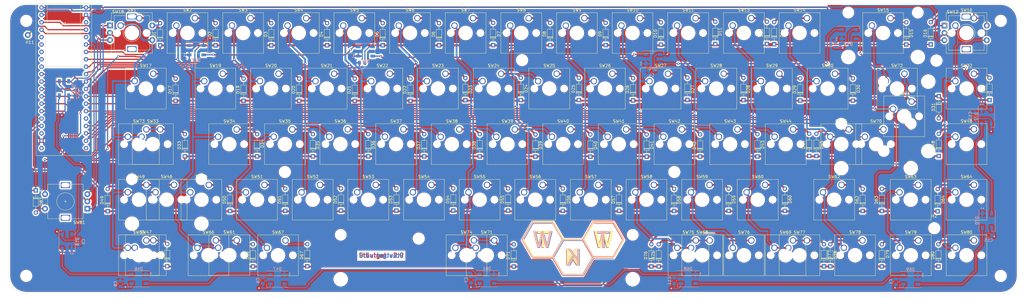
<source format=kicad_pcb>
(kicad_pcb (version 20171130) (host pcbnew 5.1.5+dfsg1-2build2)
  (title_block (title Stoutgat) (date 2020-07-26) (rev 0.2) (company TKW))
  (layers (0 F.Cu signal) (31 B.Cu signal) (34 B.Paste user hide) (35 F.Paste user hide) (36 B.SilkS user) (37 F.SilkS user) (38 B.Mask user hide) (39 F.Mask user hide) (44 Edge.Cuts user))
  (net 0 "")
  (net 1 "Net-(D1-Pad2)")
  (net 2 "Net-(D2-Pad2)")
  (net 3 "Net-(D3-Pad2)")
  (net 4 "Net-(D4-Pad2)")
  (net 5 "Net-(D5-Pad2)")
  (net 6 "Net-(D6-Pad2)")
  (net 7 "Net-(D7-Pad2)")
  (net 8 "Net-(D8-Pad2)")
  (net 9 "Net-(D9-Pad2)")
  (net 10 "Net-(D10-Pad2)")
  (net 11 "Net-(D11-Pad2)")
  (net 12 "Net-(D13-Pad2)")
  (net 13 "Net-(D14-Pad2)")
  (net 14 "Net-(D15-Pad2)")
  (net 15 "Net-(D16-Pad2)")
  (net 16 "Net-(D17-Pad2)")
  (net 17 "Net-(D19-Pad2)")
  (net 18 "Net-(D20-Pad2)")
  (net 19 "Net-(D21-Pad2)")
  (net 20 "Net-(D22-Pad2)")
  (net 21 "Net-(D23-Pad2)")
  (net 22 "Net-(D24-Pad2)")
  (net 23 "Net-(D25-Pad2)")
  (net 24 "Net-(D26-Pad2)")
  (net 25 "Net-(D27-Pad2)")
  (net 26 "Net-(D28-Pad2)")
  (net 27 "Net-(D29-Pad2)")
  (net 28 "Net-(D30-Pad2)")
  (net 29 "Net-(D31-Pad2)")
  (net 30 "Net-(D32-Pad2)")
  (net 31 "Net-(D33-Pad2)")
  (net 32 "Net-(D34-Pad2)")
  (net 33 "Net-(D35-Pad2)")
  (net 34 "Net-(D36-Pad2)")
  (net 35 "Net-(D37-Pad2)")
  (net 36 "Net-(D38-Pad2)")
  (net 37 "Net-(D39-Pad2)")
  (net 38 "Net-(D40-Pad2)")
  (net 39 "Net-(D41-Pad2)")
  (net 40 "Net-(D42-Pad2)")
  (net 41 "Net-(D43-Pad2)")
  (net 42 "Net-(D44-Pad2)")
  (net 43 "Net-(D45-Pad2)")
  (net 44 "Net-(D48-Pad2)")
  (net 45 "Net-(D49-Pad2)")
  (net 46 "Net-(D50-Pad2)")
  (net 47 "Net-(D51-Pad2)")
  (net 48 "Net-(D52-Pad2)")
  (net 49 "Net-(D53-Pad2)")
  (net 50 "Net-(D54-Pad2)")
  (net 51 "Net-(D55-Pad2)")
  (net 52 "Net-(D56-Pad2)")
  (net 53 "Net-(D57-Pad2)")
  (net 54 "Net-(D58-Pad2)")
  (net 55 "Net-(D59-Pad2)")
  (net 56 "Net-(D60-Pad2)")
  (net 57 "Net-(D62-Pad2)")
  (net 58 "Net-(D63-Pad2)")
  (net 59 "Net-(D64-Pad2)")
  (net 60 "Net-(D65-Pad2)")
  (net 61 "Net-(D66-Pad2)")
  (net 62 "Net-(D67-Pad2)")
  (net 63 "Net-(D71-Pad2)")
  (net 64 "Net-(D75-Pad2)")
  (net 65 "Net-(D76-Pad2)")
  (net 66 "Net-(D77-Pad2)")
  (net 67 "Net-(D78-Pad2)")
  (net 68 "Net-(D79-Pad2)")
  (net 69 "Net-(D80-Pad2)")
  (net 70 row0)
  (net 71 row1)
  (net 72 row2)
  (net 73 row3)
  (net 74 row4)
  (net 75 "Net-(U1-Pad36)")
  (net 76 "Net-(U1-Pad35)")
  (net 77 "Net-(U1-Pad34)")
  (net 78 "Net-(U1-Pad33)")
  (net 79 "Net-(U1-Pad32)")
  (net 80 "Net-(U1-Pad23)")
  (net 81 "Net-(U1-Pad21)")
  (net 82 "Net-(U1-Pad20)")
  (net 83 "Net-(U1-Pad3)")
  (net 84 col0)
  (net 85 col1)
  (net 86 col2)
  (net 87 col3)
  (net 88 col4)
  (net 89 col5)
  (net 90 col6)
  (net 91 col7)
  (net 92 col8)
  (net 93 col9)
  (net 94 col10)
  (net 95 col11)
  (net 96 col12)
  (net 97 col13)
  (net 98 col14)
  (net 99 ROT1A)
  (net 100 ROT1B)
  (net 101 ROT2A)
  (net 102 GND)
  (net 103 ROT2B)
  (net 104 +5V)
  (net 105 RGB)
  (net 106 "Net-(D12-Pad2)")
  (net 107 "Net-(D18-Pad2)")
  (net 108 "Net-(D46-Pad2)")
  (net 109 "Net-(D47-Pad2)")
  (net 110 "Net-(D61-Pad2)")
  (net 111 "Net-(D68-Pad2)")
  (net 112 "Net-(D69-Pad2)")
  (net 113 "Net-(D70-Pad2)")
  (net 114 "Net-(D72-Pad2)")
  (net 115 "Net-(D73-Pad2)")
  (net 116 "Net-(D74-Pad2)")
  (net 117 "Net-(D81-Pad2)")
  (net 118 "Net-(D82-Pad2)")
  (net 119 "Net-(D83-Pad2)")
  (net 120 "Net-(U1-Pad5)")
  (net 121 "Net-(H11-Pad1)")
  (module tkw:tkw (layer B.Cu) (at 240.7666 169.3291 180)
    (fp_text reference G*** hide)
    (fp_text value LOGO hide)
    (fp_poly (pts (xy 10.234639 5.703755) (xy 10.527209 5.686778) (xy 11.068507 3.613426) (xy 11.190456 3.148242) (xy 11.304185 2.718086) (xy 11.40643 2.335039) (xy 11.493922 2.011179) (xy 11.563395 1.758589) (xy 11.611581 1.589347) (xy 11.635214 1.515534) (xy 11.636421 1.513458) (xy 11.654196 1.560533) (xy 11.693461 1.706133) (xy 11.751412 1.938543) (xy 11.825243 2.246045) (xy 11.91215 2.616923) (xy 12.009327 3.039458) (xy 12.11397 3.501934) (xy 12.136158 3.600922) (xy 12.609281 5.715) (xy 13.478429 5.715) (xy 13.408854 5.418667) (xy 13.350161 5.171335) (xy 13.273796 4.853622) (xy 13.182899 4.478267) (xy 13.080611 4.058009) (xy 12.970072 3.605586) (xy 12.854422 3.133738) (xy 12.736801 2.655202) (xy 12.620349 2.182718) (xy 12.508208 1.729024) (xy 12.403516 1.306859) (xy 12.309415 0.92896) (xy 12.229045 0.608068) (xy 12.165544 0.356921) (xy 12.122055 0.188257) (xy 12.101718 0.114815) (xy 12.100916 0.112889) (xy 12.036032 0.092179) (xy 11.888791 0.077094) (xy 11.689693 0.070615) (xy 11.667975 0.070556) (xy 11.260475 0.070556) (xy 11.155589 0.479778) (xy 11.070647 0.80848) (xy 10.974168 1.177288) (xy 10.870171 1.571289) (xy 10.762675 1.975572) (xy 10.655699 2.375223) (xy 10.553261 2.755332) (xy 10.459382 3.100985) (xy 10.378079 3.39727) (xy 10.313372 3.629275) (xy 10.269279 3.782087) (xy 10.24982 3.840795) (xy 10.249758 3.840861) (xy 10.223342 3.806275) (xy 10.182563 3.692488) (xy 10.161299 3.618142) (xy 10.127753 3.494235) (xy 10.069319 3.28017) (xy 9.991128 2.994615) (xy 9.89831 2.656237) (xy 9.795999 2.283701) (xy 9.689323 1.895677) (xy 9.583416 1.510829) (xy 9.483407 1.147826) (xy 9.394427 0.825335) (xy 9.321609 0.562021) (xy 9.283118 0.423334) (xy 9.184963 0.070556) (xy 8.769112 0.070556) (xy 8.517974 0.079472) (xy 8.373171 0.106778) (xy 8.330793 0.141111) (xy 8.306876 0.22968) (xy 8.26641 0.391928) (xy 8.221532 0.578556) (xy 8.188706 0.715311) (xy 8.13248 0.947272) (xy 8.056374 1.26001) (xy 7.963907 1.639099) (xy 7.858599 2.070111) (xy 7.74397 2.53862) (xy 7.623538 3.030198) (xy 7.601838 3.118707) (xy 7.4829 3.604991) (xy 7.371193 4.064071) (xy 7.269889 4.482735) (xy 7.182162 4.847771) (xy 7.111181 5.145968) (xy 7.060121 5.364113) (xy 7.032153 5.488995) (xy 7.029255 5.503485) (xy 6.989574 5.715) (xy 7.838691 5.715) (xy 7.951198 5.221111) (xy 7.99358 5.034284) (xy 8.056179 4.757282) (xy 8.134495 4.410081) (xy 8.224024 4.012655) (xy 8.320264 3.584979) (xy 8.418712 3.147028) (xy 8.421922 3.132744) (xy 8.514503 2.72623) (xy 8.600788 2.35794) (xy 8.677366 2.041602) (xy 8.740828 1.790941) (xy 8.787765 1.619685) (xy 8.814767 1.54156) (xy 8.817986 1.538189) (xy 8.854008 1.586964) (xy 8.89139 1.706051) (xy 8.89482 1.721556) (xy 8.918907 1.822357) (xy 8.967439 2.015618) (xy 9.036071 2.284641) (xy 9.120455 2.612731) (xy 9.216246 2.98319) (xy 9.319096 3.379323) (xy 9.42466 3.784433) (xy 9.52859 4.181823) (xy 9.626541 4.554798) (xy 9.714166 4.886661) (xy 9.787118 5.160716) (xy 9.84105 5.360266) (xy 9.85802 5.421533) (xy 9.942069 5.720733) (xy 10.234639 5.703755)) (layer B.Cu) (width 0.01))
    (fp_poly (pts (xy -1.577418 -1.735666) (xy -1.5758 -2.121292) (xy -1.57125 -2.466637) (xy -1.564221 -2.756605) (xy -1.555165 -2.976104) (xy -1.544537 -3.110039) (xy -1.535084 -3.14544) (xy -1.491233 -3.10227) (xy -1.386842 -2.980533) (xy -1.230545 -2.790872) (xy -1.030977 -2.543932) (xy -0.796774 -2.250357) (xy -0.53657 -1.920791) (xy -0.392084 -1.736463) (xy 0.708582 -0.328824) (xy 1.207175 -0.326689) (xy 1.442089 -0.331327) (xy 1.607199 -0.346174) (xy 1.684105 -0.369246) (xy 1.686953 -0.378436) (xy 1.647154 -0.435603) (xy 1.54562 -0.566938) (xy 1.392577 -0.75963) (xy 1.198252 -1.000868) (xy 0.972872 -1.277841) (xy 0.821471 -1.462568) (xy 0.582168 -1.754572) (xy 0.367583 -2.017967) (xy 0.187904 -2.240119) (xy 0.05332 -2.408395) (xy -0.02598 -2.510162) (xy -0.042953 -2.534405) (xy -0.019263 -2.591034) (xy 0.056136 -2.732766) (xy 0.176634 -2.948042) (xy 0.335622 -3.225305) (xy 0.526492 -3.552998) (xy 0.742635 -3.919564) (xy 0.907818 -4.197092) (xy 1.139941 -4.586398) (xy 1.353824 -4.946611) (xy 1.542467 -5.265827) (xy 1.698871 -5.532142) (xy 1.816037 -5.733652) (xy 1.886965 -5.858452) (xy 1.905281 -5.893597) (xy 1.896284 -5.930754) (xy 1.823668 -5.953936) (xy 1.670836 -5.965798) (xy 1.433717 -5.969) (xy 0.933218 -5.969) (xy 0.145937 -4.642555) (xy -0.061672 -4.294684) (xy -0.251113 -3.980911) (xy -0.414678 -3.713714) (xy -0.544658 -3.505567) (xy -0.633342 -3.368946) (xy -0.673023 -3.316327) (xy -0.673737 -3.316111) (xy -0.719809 -3.357306) (xy -0.821711 -3.46961) (xy -0.964601 -3.636099) (xy -1.133637 -3.83985) (xy -1.141774 -3.849811) (xy -1.577418 -4.383511) (xy -1.577418 -5.969) (xy -2.36764 -5.969) (xy -2.36764 -0.324555) (xy -1.577418 -0.324555) (xy -1.577418 -1.735666)) (layer B.Cu) (width 0.01))
    (fp_poly (pts (xy -10.481529 5.701611) (xy -8.491862 5.686778) (xy -8.458482 4.924778) (xy -10.044084 4.924778) (xy -10.044084 0.070556) (xy -10.889539 0.070556) (xy -10.918973 4.896556) (xy -12.471195 4.927964) (xy -12.471195 5.716444) (xy -10.481529 5.701611)) (layer B.Cu) (width 0.01))
    (fp_poly (pts (xy -6.313302 8.128) (xy -6.148018 7.842194) (xy -5.936813 7.476783) (xy -5.690186 7.049942) (xy -5.418635 6.579846) (xy -5.13266 6.08467) (xy -4.842757 5.582588) (xy -4.559427 5.091775) (xy -4.536367 5.051823) (xy -3.355418 3.005756) (xy 3.248582 3.007132) (xy 4.940231 5.941511) (xy 6.63188 8.875889) (xy 13.804872 8.875889) (xy 14.091807 8.382) (xy 14.499746 7.679008) (xy 14.896002 6.994549) (xy 15.276738 6.335343) (xy 15.638117 5.708109) (xy 15.976301 5.119567) (xy 16.287453 4.576435) (xy 16.567735 4.085434) (xy 16.81331 3.653281) (xy 17.020341 3.286698) (xy 17.18499 2.992403) (xy 17.303419 2.777115) (xy 17.371792 2.647553) (xy 17.387916 2.610556) (xy 17.36015 2.550636) (xy 17.279411 2.399883) (xy 17.149537 2.165016) (xy 16.974364 1.852755) (xy 16.757731 1.469819) (xy 16.503474 1.022927) (xy 16.215431 0.518798) (xy 15.89744 -0.035847) (xy 15.553338 -0.63429) (xy 15.186962 -1.269812) (xy 14.802151 -1.935693) (xy 14.40274 -2.625214) (xy 14.091807 -3.160889) (xy 13.804872 -3.654778) (xy 6.748138 -3.655938) (xy 6.434051 -4.205691) (xy 6.341452 -4.367215) (xy 6.199549 -4.614005) (xy 6.015531 -4.933591) (xy 5.796587 -5.313502) (xy 5.549905 -5.741267) (xy 5.282676 -6.204417) (xy 5.002087 -6.69048) (xy 4.742344 -7.140222) (xy 3.364724 -9.525) (xy -3.81 -9.525) (xy -5.586486 -6.448971) (xy -7.362973 -3.372942) (xy -10.72318 -3.372748) (xy -14.083386 -3.372555) (xy -14.14545 -3.264941) (xy -6.8358 -3.264941) (xy -6.588131 -3.699748) (xy -6.417186 -3.999036) (xy -6.214143 -4.353154) (xy -5.985536 -4.750818) (xy -5.737897 -5.180746) (xy -5.477761 -5.631654) (xy -5.211661 -6.09226) (xy -4.94613 -6.551282) (xy -4.687702 -6.997435) (xy -4.442909 -7.419438) (xy -4.218285 -7.806007) (xy -4.020364 -8.145861) (xy -3.85568 -8.427715) (xy -3.730764 -8.640287) (xy -3.652151 -8.772294) (xy -3.63146 -8.805787) (xy -3.494326 -9.017908) (xy 3.076542 -8.988778) (xy 3.280636 -8.650111) (xy 3.365042 -8.507896) (xy 3.495503 -8.285351) (xy 3.661813 -8.000019) (xy 3.853765 -7.669438) (xy 4.061152 -7.31115) (xy 4.233124 -7.013222) (xy 4.487511 -6.571935) (xy 4.773101 -6.076503) (xy 5.06963 -5.562082) (xy 5.356831 -5.06383) (xy 5.614441 -4.616903) (xy 5.687746 -4.489722) (xy 6.393973 -3.264444) (xy 4.853804 -0.595055) (xy 4.559968 -0.086096) (xy 4.279668 0.398822) (xy 4.018607 0.849872) (xy 3.782488 1.257227) (xy 3.577014 1.611061) (xy 3.40789 1.901548) (xy 3.280819 2.118861) (xy 3.201503 2.253173) (xy 3.181336 2.286455) (xy 3.049037 2.498576) (xy -0.236642 2.48401) (xy -3.52232 2.469445) (xy -4.454869 0.856491) (xy -4.724639 0.389833) (xy -5.016729 -0.115536) (xy -5.315593 -0.632712) (xy -5.605687 -1.134794) (xy -5.871467 -1.594881) (xy -6.097387 -1.986071) (xy -6.111609 -2.010702) (xy -6.8358 -3.264941) (xy -14.14545 -3.264941) (xy -15.263451 -1.326444) (xy -15.547876 -0.833576) (xy -15.841822 -0.324743) (xy -16.13441 0.181259) (xy -16.414761 0.665632) (xy -16.671994 1.10958) (xy -16.895231 1.494308) (xy -17.073592 1.801018) (xy -17.081702 1.814937) (xy -17.302754 2.200815) (xy -17.475148 2.515669) (xy -17.595782 2.753409) (xy -17.661558 2.907944) (xy -17.667211 2.948561) (xy -17.068976 2.948561) (xy -17.04955 2.878326) (xy -16.976666 2.719983) (xy -16.854951 2.482219) (xy -16.689034 2.173723) (xy -16.483544 1.803183) (xy -16.24311 1.379289) (xy -16.106779 1.142339) (xy -15.836723 0.674922) (xy -15.551052 0.180186) (xy -15.263207 -0.31857) (xy -14.986629 -0.798047) (xy -14.734762 -1.234945) (xy -14.521047 -1.605967) (xy -14.454901 -1.720897) (xy -13.79764 -2.863238) (xy -10.496951 -2.849786) (xy -7.196262 -2.836333) (xy -6.428349 -1.509889) (xy -6.186734 -1.092462) (xy -5.905926 -0.607197) (xy -5.603224 -0.083995) (xy -5.295924 0.447243) (xy -5.001325 0.956619) (xy -4.77153 1.354028) (xy -4.044008 2.612367) (xy 3.60446 2.612367) (xy 5.143773 -0.055538) (xy 5.437528 -0.564358) (xy 5.717748 -1.049137) (xy 5.978729 -1.500046) (xy 6.214763 -1.907255) (xy 6.420148 -2.260934) (xy 6.589176 -2.551253) (xy 6.716142 -2.768383) (xy 6.795342 -2.902493) (xy 6.815384 -2.935565) (xy 6.947683 -3.147686) (xy 10.234147 -3.133121) (xy 13.520611 -3.118555) (xy 13.837706 -2.582333) (xy 14.086047 -2.160542) (xy 14.351411 -1.706541) (xy 14.628107 -1.230341) (xy 14.91044 -0.741951) (xy 15.192717 -0.251379) (xy 15.469243 0.231364) (xy 15.734325 0.696268) (xy 15.982269 1.133325) (xy 16.207381 1.532525) (xy 16.403967 1.883858) (xy 16.566335 2.177315) (xy 16.688789 2.402886) (xy 16.765636 2.550562) (xy 16.791217 2.609834) (xy 16.763771 2.672884) (xy 16.685221 2.823509) (xy 16.561249 3.051719) (xy 16.397536 3.34752) (xy 16.199766 3.700924) (xy 15.973621 4.101937) (xy 15.724781 4.540569) (xy 15.458931 5.006829) (xy 15.181751 5.490725) (xy 14.898924 5.982266) (xy 14.616132 6.471461) (xy 14.339057 6.948318) (xy 14.073381 7.402847) (xy 13.837563 7.803445) (xy 13.520611 8.339667) (xy 10.234254 8.354232) (xy 6.947897 8.368798) (xy 6.810762 8.156677) (xy 6.759396 8.072045) (xy 6.658254 7.900852) (xy 6.513871 7.654378) (xy 6.332778 7.343905) (xy 6.121508 6.980715) (xy 5.886593 6.57609) (xy 5.634567 6.141311) (xy 5.371962 5.68766) (xy 5.10531 5.226418) (xy 4.841145 4.768868) (xy 4.585998 4.32629) (xy 4.346403 3.909967) (xy 4.128891 3.531179) (xy 3.939997 3.201209) (xy 3.85311 3.048906) (xy 3.60446 2.612367) (xy -4.044008 2.612367) (xy -3.882624 2.8915) (xy -4.066408 3.216695) (xy -4.161177 3.383179) (xy -4.304503 3.633376) (xy -4.488327 3.953334) (xy -4.704593 4.329101) (xy -4.945242 4.746722) (xy -5.202217 5.192245) (xy -5.467459 5.651718) (xy -5.732912 6.111188) (xy -5.990516 6.556702) (xy -6.232215 6.974307) (xy -6.449951 7.35005) (xy -6.635665 7.669979) (xy -6.7813 7.920141) (xy -6.878259 8.085667) (xy -7.194515 8.621889) (xy -13.796765 8.621889) (xy -14.113868 8.085667) (xy -14.251069 7.852349) (xy -14.424256 7.555761) (xy -14.627069 7.206959) (xy -14.853149 6.816998) (xy -15.096136 6.396932) (xy -15.349671 5.957817) (xy -15.607395 5.510707) (xy -15.862948 5.066657) (xy -16.109971 4.636722) (xy -16.342105 4.231958) (xy -16.552991 3.863419) (xy -16.736268 3.54216) (xy -16.885579 3.279235) (xy -16.994562 3.085701) (xy -17.05686 2.972611) (xy -17.068976 2.948561) (xy -17.667211 2.948561) (xy -17.670481 2.972048) (xy -17.632291 3.033046) (xy -17.544058 3.181143) (xy -17.412053 3.405599) (xy -17.242549 3.695672) (xy -17.041815 4.040622) (xy -16.816123 4.429708) (xy -16.571744 4.852189) (xy -16.480945 5.009445) (xy -16.224652 5.453343) (xy -15.979213 5.878075) (xy -15.751908 6.271071) (xy -15.550016 6.619761) (xy -15.380818 6.911573) (xy -15.251592 7.133937) (xy -15.169618 7.274283) (xy -15.157145 7.295445) (xy -15.063027 7.456075) (xy -14.928233 7.688171) (xy -14.768118 7.965196) (xy -14.598038 8.260616) (xy -14.528357 8.382) (xy -14.083238 9.158111) (xy -6.909287 9.158111) (xy -6.313302 8.128)) (layer B.Cu) (width 0.01))
  )
  (module tkw:tkw (layer F.Cu) (at 240.9317 169.2402)
    (fp_text reference G*** hide)
    (fp_text value LOGO hide)
    (fp_poly (pts (xy 10.234639 -5.703755) (xy 10.527209 -5.686778) (xy 11.068507 -3.613426) (xy 11.190456 -3.148242) (xy 11.304185 -2.718086) (xy 11.40643 -2.335039) (xy 11.493922 -2.011179) (xy 11.563395 -1.758589) (xy 11.611581 -1.589347) (xy 11.635214 -1.515534) (xy 11.636421 -1.513458) (xy 11.654196 -1.560533) (xy 11.693461 -1.706133) (xy 11.751412 -1.938543) (xy 11.825243 -2.246045) (xy 11.91215 -2.616923) (xy 12.009327 -3.039458) (xy 12.11397 -3.501934) (xy 12.136158 -3.600922) (xy 12.609281 -5.715) (xy 13.478429 -5.715) (xy 13.408854 -5.418667) (xy 13.350161 -5.171335) (xy 13.273796 -4.853622) (xy 13.182899 -4.478267) (xy 13.080611 -4.058009) (xy 12.970072 -3.605586) (xy 12.854422 -3.133738) (xy 12.736801 -2.655202) (xy 12.620349 -2.182718) (xy 12.508208 -1.729024) (xy 12.403516 -1.306859) (xy 12.309415 -0.92896) (xy 12.229045 -0.608068) (xy 12.165544 -0.356921) (xy 12.122055 -0.188257) (xy 12.101718 -0.114815) (xy 12.100916 -0.112889) (xy 12.036032 -0.092179) (xy 11.888791 -0.077094) (xy 11.689693 -0.070615) (xy 11.667975 -0.070556) (xy 11.260475 -0.070556) (xy 11.155589 -0.479778) (xy 11.070647 -0.80848) (xy 10.974168 -1.177288) (xy 10.870171 -1.571289) (xy 10.762675 -1.975572) (xy 10.655699 -2.375223) (xy 10.553261 -2.755332) (xy 10.459382 -3.100985) (xy 10.378079 -3.39727) (xy 10.313372 -3.629275) (xy 10.269279 -3.782087) (xy 10.24982 -3.840795) (xy 10.249758 -3.840861) (xy 10.223342 -3.806275) (xy 10.182563 -3.692488) (xy 10.161299 -3.618142) (xy 10.127753 -3.494235) (xy 10.069319 -3.28017) (xy 9.991128 -2.994615) (xy 9.89831 -2.656237) (xy 9.795999 -2.283701) (xy 9.689323 -1.895677) (xy 9.583416 -1.510829) (xy 9.483407 -1.147826) (xy 9.394427 -0.825335) (xy 9.321609 -0.562021) (xy 9.283118 -0.423334) (xy 9.184963 -0.070556) (xy 8.769112 -0.070556) (xy 8.517974 -0.079472) (xy 8.373171 -0.106778) (xy 8.330793 -0.141111) (xy 8.306876 -0.22968) (xy 8.26641 -0.391928) (xy 8.221532 -0.578556) (xy 8.188706 -0.715311) (xy 8.13248 -0.947272) (xy 8.056374 -1.26001) (xy 7.963907 -1.639099) (xy 7.858599 -2.070111) (xy 7.74397 -2.53862) (xy 7.623538 -3.030198) (xy 7.601838 -3.118707) (xy 7.4829 -3.604991) (xy 7.371193 -4.064071) (xy 7.269889 -4.482735) (xy 7.182162 -4.847771) (xy 7.111181 -5.145968) (xy 7.060121 -5.364113) (xy 7.032153 -5.488995) (xy 7.029255 -5.503485) (xy 6.989574 -5.715) (xy 7.838691 -5.715) (xy 7.951198 -5.221111) (xy 7.99358 -5.034284) (xy 8.056179 -4.757282) (xy 8.134495 -4.410081) (xy 8.224024 -4.012655) (xy 8.320264 -3.584979) (xy 8.418712 -3.147028) (xy 8.421922 -3.132744) (xy 8.514503 -2.72623) (xy 8.600788 -2.35794) (xy 8.677366 -2.041602) (xy 8.740828 -1.790941) (xy 8.787765 -1.619685) (xy 8.814767 -1.54156) (xy 8.817986 -1.538189) (xy 8.854008 -1.586964) (xy 8.89139 -1.706051) (xy 8.89482 -1.721556) (xy 8.918907 -1.822357) (xy 8.967439 -2.015618) (xy 9.036071 -2.284641) (xy 9.120455 -2.612731) (xy 9.216246 -2.98319) (xy 9.319096 -3.379323) (xy 9.42466 -3.784433) (xy 9.52859 -4.181823) (xy 9.626541 -4.554798) (xy 9.714166 -4.886661) (xy 9.787118 -5.160716) (xy 9.84105 -5.360266) (xy 9.85802 -5.421533) (xy 9.942069 -5.720733) (xy 10.234639 -5.703755)) (layer F.Cu) (width 0.01))
    (fp_poly (pts (xy -1.577418 1.735666) (xy -1.5758 2.121292) (xy -1.57125 2.466637) (xy -1.564221 2.756605) (xy -1.555165 2.976104) (xy -1.544537 3.110039) (xy -1.535084 3.14544) (xy -1.491233 3.10227) (xy -1.386842 2.980533) (xy -1.230545 2.790872) (xy -1.030977 2.543932) (xy -0.796774 2.250357) (xy -0.53657 1.920791) (xy -0.392084 1.736463) (xy 0.708582 0.328824) (xy 1.207175 0.326689) (xy 1.442089 0.331327) (xy 1.607199 0.346174) (xy 1.684105 0.369246) (xy 1.686953 0.378436) (xy 1.647154 0.435603) (xy 1.54562 0.566938) (xy 1.392577 0.75963) (xy 1.198252 1.000868) (xy 0.972872 1.277841) (xy 0.821471 1.462568) (xy 0.582168 1.754572) (xy 0.367583 2.017967) (xy 0.187904 2.240119) (xy 0.05332 2.408395) (xy -0.02598 2.510162) (xy -0.042953 2.534405) (xy -0.019263 2.591034) (xy 0.056136 2.732766) (xy 0.176634 2.948042) (xy 0.335622 3.225305) (xy 0.526492 3.552998) (xy 0.742635 3.919564) (xy 0.907818 4.197092) (xy 1.139941 4.586398) (xy 1.353824 4.946611) (xy 1.542467 5.265827) (xy 1.698871 5.532142) (xy 1.816037 5.733652) (xy 1.886965 5.858452) (xy 1.905281 5.893597) (xy 1.896284 5.930754) (xy 1.823668 5.953936) (xy 1.670836 5.965798) (xy 1.433717 5.969) (xy 0.933218 5.969) (xy 0.145937 4.642555) (xy -0.061672 4.294684) (xy -0.251113 3.980911) (xy -0.414678 3.713714) (xy -0.544658 3.505567) (xy -0.633342 3.368946) (xy -0.673023 3.316327) (xy -0.673737 3.316111) (xy -0.719809 3.357306) (xy -0.821711 3.46961) (xy -0.964601 3.636099) (xy -1.133637 3.83985) (xy -1.141774 3.849811) (xy -1.577418 4.383511) (xy -1.577418 5.969) (xy -2.36764 5.969) (xy -2.36764 0.324555) (xy -1.577418 0.324555) (xy -1.577418 1.735666)) (layer F.Cu) (width 0.01))
    (fp_poly (pts (xy -10.481529 -5.701611) (xy -8.491862 -5.686778) (xy -8.458482 -4.924778) (xy -10.044084 -4.924778) (xy -10.044084 -0.070556) (xy -10.889539 -0.070556) (xy -10.918973 -4.896556) (xy -12.471195 -4.927964) (xy -12.471195 -5.716444) (xy -10.481529 -5.701611)) (layer F.Cu) (width 0.01))
    (fp_poly (pts (xy -6.313302 -8.128) (xy -6.148018 -7.842194) (xy -5.936813 -7.476783) (xy -5.690186 -7.049942) (xy -5.418635 -6.579846) (xy -5.13266 -6.08467) (xy -4.842757 -5.582588) (xy -4.559427 -5.091775) (xy -4.536367 -5.051823) (xy -3.355418 -3.005756) (xy 3.248582 -3.007132) (xy 4.940231 -5.941511) (xy 6.63188 -8.875889) (xy 13.804872 -8.875889) (xy 14.091807 -8.382) (xy 14.499746 -7.679008) (xy 14.896002 -6.994549) (xy 15.276738 -6.335343) (xy 15.638117 -5.708109) (xy 15.976301 -5.119567) (xy 16.287453 -4.576435) (xy 16.567735 -4.085434) (xy 16.81331 -3.653281) (xy 17.020341 -3.286698) (xy 17.18499 -2.992403) (xy 17.303419 -2.777115) (xy 17.371792 -2.647553) (xy 17.387916 -2.610556) (xy 17.36015 -2.550636) (xy 17.279411 -2.399883) (xy 17.149537 -2.165016) (xy 16.974364 -1.852755) (xy 16.757731 -1.469819) (xy 16.503474 -1.022927) (xy 16.215431 -0.518798) (xy 15.89744 0.035847) (xy 15.553338 0.63429) (xy 15.186962 1.269812) (xy 14.802151 1.935693) (xy 14.40274 2.625214) (xy 14.091807 3.160889) (xy 13.804872 3.654778) (xy 6.748138 3.655938) (xy 6.434051 4.205691) (xy 6.341452 4.367215) (xy 6.199549 4.614005) (xy 6.015531 4.933591) (xy 5.796587 5.313502) (xy 5.549905 5.741267) (xy 5.282676 6.204417) (xy 5.002087 6.69048) (xy 4.742344 7.140222) (xy 3.364724 9.525) (xy -3.81 9.525) (xy -5.586486 6.448971) (xy -7.362973 3.372942) (xy -10.72318 3.372748) (xy -14.083386 3.372555) (xy -14.14545 3.264941) (xy -6.8358 3.264941) (xy -6.588131 3.699748) (xy -6.417186 3.999036) (xy -6.214143 4.353154) (xy -5.985536 4.750818) (xy -5.737897 5.180746) (xy -5.477761 5.631654) (xy -5.211661 6.09226) (xy -4.94613 6.551282) (xy -4.687702 6.997435) (xy -4.442909 7.419438) (xy -4.218285 7.806007) (xy -4.020364 8.145861) (xy -3.85568 8.427715) (xy -3.730764 8.640287) (xy -3.652151 8.772294) (xy -3.63146 8.805787) (xy -3.494326 9.017908) (xy 3.076542 8.988778) (xy 3.280636 8.650111) (xy 3.365042 8.507896) (xy 3.495503 8.285351) (xy 3.661813 8.000019) (xy 3.853765 7.669438) (xy 4.061152 7.31115) (xy 4.233124 7.013222) (xy 4.487511 6.571935) (xy 4.773101 6.076503) (xy 5.06963 5.562082) (xy 5.356831 5.06383) (xy 5.614441 4.616903) (xy 5.687746 4.489722) (xy 6.393973 3.264444) (xy 4.853804 0.595055) (xy 4.559968 0.086096) (xy 4.279668 -0.398822) (xy 4.018607 -0.849872) (xy 3.782488 -1.257227) (xy 3.577014 -1.611061) (xy 3.40789 -1.901548) (xy 3.280819 -2.118861) (xy 3.201503 -2.253173) (xy 3.181336 -2.286455) (xy 3.049037 -2.498576) (xy -0.236642 -2.48401) (xy -3.52232 -2.469445) (xy -4.454869 -0.856491) (xy -4.724639 -0.389833) (xy -5.016729 0.115536) (xy -5.315593 0.632712) (xy -5.605687 1.134794) (xy -5.871467 1.594881) (xy -6.097387 1.986071) (xy -6.111609 2.010702) (xy -6.8358 3.264941) (xy -14.14545 3.264941) (xy -15.263451 1.326444) (xy -15.547876 0.833576) (xy -15.841822 0.324743) (xy -16.13441 -0.181259) (xy -16.414761 -0.665632) (xy -16.671994 -1.10958) (xy -16.895231 -1.494308) (xy -17.073592 -1.801018) (xy -17.081702 -1.814937) (xy -17.302754 -2.200815) (xy -17.475148 -2.515669) (xy -17.595782 -2.753409) (xy -17.661558 -2.907944) (xy -17.667211 -2.948561) (xy -17.068976 -2.948561) (xy -17.04955 -2.878326) (xy -16.976666 -2.719983) (xy -16.854951 -2.482219) (xy -16.689034 -2.173723) (xy -16.483544 -1.803183) (xy -16.24311 -1.379289) (xy -16.106779 -1.142339) (xy -15.836723 -0.674922) (xy -15.551052 -0.180186) (xy -15.263207 0.31857) (xy -14.986629 0.798047) (xy -14.734762 1.234945) (xy -14.521047 1.605967) (xy -14.454901 1.720897) (xy -13.79764 2.863238) (xy -10.496951 2.849786) (xy -7.196262 2.836333) (xy -6.428349 1.509889) (xy -6.186734 1.092462) (xy -5.905926 0.607197) (xy -5.603224 0.083995) (xy -5.295924 -0.447243) (xy -5.001325 -0.956619) (xy -4.77153 -1.354028) (xy -4.044008 -2.612367) (xy 3.60446 -2.612367) (xy 5.143773 0.055538) (xy 5.437528 0.564358) (xy 5.717748 1.049137) (xy 5.978729 1.500046) (xy 6.214763 1.907255) (xy 6.420148 2.260934) (xy 6.589176 2.551253) (xy 6.716142 2.768383) (xy 6.795342 2.902493) (xy 6.815384 2.935565) (xy 6.947683 3.147686) (xy 10.234147 3.133121) (xy 13.520611 3.118555) (xy 13.837706 2.582333) (xy 14.086047 2.160542) (xy 14.351411 1.706541) (xy 14.628107 1.230341) (xy 14.91044 0.741951) (xy 15.192717 0.251379) (xy 15.469243 -0.231364) (xy 15.734325 -0.696268) (xy 15.982269 -1.133325) (xy 16.207381 -1.532525) (xy 16.403967 -1.883858) (xy 16.566335 -2.177315) (xy 16.688789 -2.402886) (xy 16.765636 -2.550562) (xy 16.791217 -2.609834) (xy 16.763771 -2.672884) (xy 16.685221 -2.823509) (xy 16.561249 -3.051719) (xy 16.397536 -3.34752) (xy 16.199766 -3.700924) (xy 15.973621 -4.101937) (xy 15.724781 -4.540569) (xy 15.458931 -5.006829) (xy 15.181751 -5.490725) (xy 14.898924 -5.982266) (xy 14.616132 -6.471461) (xy 14.339057 -6.948318) (xy 14.073381 -7.402847) (xy 13.837563 -7.803445) (xy 13.520611 -8.339667) (xy 10.234254 -8.354232) (xy 6.947897 -8.368798) (xy 6.810762 -8.156677) (xy 6.759396 -8.072045) (xy 6.658254 -7.900852) (xy 6.513871 -7.654378) (xy 6.332778 -7.343905) (xy 6.121508 -6.980715) (xy 5.886593 -6.57609) (xy 5.634567 -6.141311) (xy 5.371962 -5.68766) (xy 5.10531 -5.226418) (xy 4.841145 -4.768868) (xy 4.585998 -4.32629) (xy 4.346403 -3.909967) (xy 4.128891 -3.531179) (xy 3.939997 -3.201209) (xy 3.85311 -3.048906) (xy 3.60446 -2.612367) (xy -4.044008 -2.612367) (xy -3.882624 -2.8915) (xy -4.066408 -3.216695) (xy -4.161177 -3.383179) (xy -4.304503 -3.633376) (xy -4.488327 -3.953334) (xy -4.704593 -4.329101) (xy -4.945242 -4.746722) (xy -5.202217 -5.192245) (xy -5.467459 -5.651718) (xy -5.732912 -6.111188) (xy -5.990516 -6.556702) (xy -6.232215 -6.974307) (xy -6.449951 -7.35005) (xy -6.635665 -7.669979) (xy -6.7813 -7.920141) (xy -6.878259 -8.085667) (xy -7.194515 -8.621889) (xy -13.796765 -8.621889) (xy -14.113868 -8.085667) (xy -14.251069 -7.852349) (xy -14.424256 -7.555761) (xy -14.627069 -7.206959) (xy -14.853149 -6.816998) (xy -15.096136 -6.396932) (xy -15.349671 -5.957817) (xy -15.607395 -5.510707) (xy -15.862948 -5.066657) (xy -16.109971 -4.636722) (xy -16.342105 -4.231958) (xy -16.552991 -3.863419) (xy -16.736268 -3.54216) (xy -16.885579 -3.279235) (xy -16.994562 -3.085701) (xy -17.05686 -2.972611) (xy -17.068976 -2.948561) (xy -17.667211 -2.948561) (xy -17.670481 -2.972048) (xy -17.632291 -3.033046) (xy -17.544058 -3.181143) (xy -17.412053 -3.405599) (xy -17.242549 -3.695672) (xy -17.041815 -4.040622) (xy -16.816123 -4.429708) (xy -16.571744 -4.852189) (xy -16.480945 -5.009445) (xy -16.224652 -5.453343) (xy -15.979213 -5.878075) (xy -15.751908 -6.271071) (xy -15.550016 -6.619761) (xy -15.380818 -6.911573) (xy -15.251592 -7.133937) (xy -15.169618 -7.274283) (xy -15.157145 -7.295445) (xy -15.063027 -7.456075) (xy -14.928233 -7.688171) (xy -14.768118 -7.965196) (xy -14.598038 -8.260616) (xy -14.528357 -8.382) (xy -14.083238 -9.158111) (xy -6.909287 -9.158111) (xy -6.313302 -8.128)) (layer F.Cu) (width 0.01))
  )
  (module TestPoint:TestPoint_Loop_D2.50mm_Drill1.0mm (layer F.Cu) (at 54.0893 96.2152)
    (fp_text reference H11 (at 0.7 2.5) (layer F.SilkS))
    (fp_text value MountingHole_Pad)
    (pad 1 thru_hole circle (at 0 0) (size 2 2) (drill 1) (layers *.Cu *.Mask) (net 121 "Net-(H11-Pad1)"))
  )
  (module Rotary_Encoder:RotaryEncoder_Alps_EC11E-Switch_Vertical_H20mm (layer F.Cu) (at 74.4982 155.8036 180)
    (fp_text reference SW81 (at 2.8 -4.7) (layer F.SilkS))
    (fp_text value Rotary_Encoder_Switch)
    (pad A thru_hole rect (at 0 0 180) (size 2 2) (drill 1) (layers *.Cu *.Mask) (net 99 ROT1A))
    (pad C thru_hole circle (at 0 2.5 180) (size 2 2) (drill 1) (layers *.Cu *.Mask) (net 102 GND))
    (pad B thru_hole circle (at 0 5 180) (size 2 2) (drill 1) (layers *.Cu *.Mask) (net 100 ROT1B))
    (pad MP thru_hole rect (at 7.5 -3.1 180) (size 3.2 2) (drill oval 2.8 1.5) (layers *.Cu *.Mask))
    (pad MP thru_hole rect (at 7.5 8.1 180) (size 3.2 2) (drill oval 2.8 1.5) (layers *.Cu *.Mask))
    (pad S2 thru_hole circle (at 14.5 0 180) (size 2 2) (drill 1) (layers *.Cu *.Mask) (net 119 "Net-(D83-Pad2)"))
    (pad S1 thru_hole circle (at 14.5 5 180) (size 2 2) (drill 1) (layers *.Cu *.Mask) (net 88 col4))
  )
  (module Diode_THT:D_DO-34_SOD68_P7.62mm_Horizontal (layer F.Cu) (at 56.8452 149.5044 270)
    (fp_text reference D83 (at 3.81 -1.92 90) (layer F.SilkS))
    (fp_text value D_Small)
    (fp_text user K (at 0 -1.75 90) (layer F.SilkS))
    (pad 2 thru_hole oval (at 7.62 0 270) (size 1.5 1.5) (drill 0.75) (layers *.Cu *.Mask) (net 119 "Net-(D83-Pad2)"))
    (pad 1 thru_hole rect (at 0 0 270) (size 1.5 1.5) (drill 0.75) (layers *.Cu *.Mask) (net 74 row4))
  )
  (module Button_Switch_Keyboard:SW_Cherry_MX_2.25u_PCB (layer F.Cu) (at 347.1418 128.5748)
    (fp_text reference SW70 (at -2.54 -2.794) (layer F.SilkS))
    (fp_text value ANSI-ENTER)
    (pad "" np_thru_hole circle (at 9.36 -1.92) (size 3.05 3.05) (drill 3.05) (layers *.Cu *.Mask))
    (pad "" np_thru_hole circle (at -14.44 -1.92) (size 3.05 3.05) (drill 3.05) (layers *.Cu *.Mask))
    (pad "" np_thru_hole circle (at -14.44 13.32) (size 4 4) (drill 4) (layers *.Cu *.Mask))
    (pad "" np_thru_hole circle (at 9.36 13.32) (size 4 4) (drill 4) (layers *.Cu *.Mask))
    (pad "" np_thru_hole circle (at 2.54 5.08) (size 1.7 1.7) (drill 1.7) (layers *.Cu *.Mask))
    (pad "" np_thru_hole circle (at -7.62 5.08) (size 1.7 1.7) (drill 1.7) (layers *.Cu *.Mask))
    (pad "" np_thru_hole circle (at -2.54 5.08) (size 4 4) (drill 4) (layers *.Cu *.Mask))
    (pad 2 thru_hole circle (at -6.35 2.54) (size 2.2 2.2) (drill 1.5) (layers *.Cu *.Mask) (net 96 col12))
    (pad 1 thru_hole circle (at 0 0) (size 2.2 2.2) (drill 1.5) (layers *.Cu *.Mask) (net 43 "Net-(D45-Pad2)"))
  )
  (module Button_Switch_Keyboard:SW_Cherry_MX_1.25u_PCB (layer F.Cu) (at 354.33 109.4994)
    (fp_text reference SW72 (at -2.54 -2.794) (layer F.SilkS))
    (fp_text value ANSI-|)
    (pad "" np_thru_hole circle (at 2.54 5.08) (size 1.7 1.7) (drill 1.7) (layers *.Cu *.Mask))
    (pad "" np_thru_hole circle (at -7.62 5.08) (size 1.7 1.7) (drill 1.7) (layers *.Cu *.Mask))
    (pad "" np_thru_hole circle (at -2.54 5.08) (size 4 4) (drill 4) (layers *.Cu *.Mask))
    (pad 2 thru_hole circle (at -6.35 2.54) (size 2.2 2.2) (drill 1.5) (layers *.Cu *.Mask) (net 97 col13))
    (pad 1 thru_hole circle (at 0 0) (size 2.2 2.2) (drill 1.5) (layers *.Cu *.Mask) (net 29 "Net-(D31-Pad2)"))
  )
  (module MountingHole:MountingHole_3.2mm_M3 (layer F.Cu) (at 275.5138 143.2052)
    (fp_text reference H10 hide)
    (fp_text value MountingHole)
    (pad 1 np_thru_hole circle (at 0 0) (size 3.2 3.2) (drill 3.2) (layers *.Cu *.Mask))
  )
  (module MountingHole:MountingHole_3.2mm_M3 (layer F.Cu) (at 142.1384 143.2052)
    (fp_text reference H9 hide)
    (fp_text value MountingHole)
    (pad 1 np_thru_hole circle (at 0 0) (size 3.2 3.2) (drill 3.2) (layers *.Cu *.Mask))
  )
  (module Button_Switch_Keyboard:SW_Cherry_MX_1.25u_PCB (layer F.Cu) (at 206.883 166.6748)
    (fp_text reference SW74 (at -2.54 -2.794) (layer F.SilkS))
    (fp_text value SPACE)
    (pad "" np_thru_hole circle (at 2.54 5.08) (size 1.7 1.7) (drill 1.7) (layers *.Cu *.Mask))
    (pad "" np_thru_hole circle (at -7.62 5.08) (size 1.7 1.7) (drill 1.7) (layers *.Cu *.Mask))
    (pad "" np_thru_hole circle (at -2.54 5.08) (size 4 4) (drill 4) (layers *.Cu *.Mask))
    (pad 2 thru_hole circle (at -6.35 2.54) (size 2.2 2.2) (drill 1.5) (layers *.Cu *.Mask) (net 90 col6))
    (pad 1 thru_hole circle (at 0 0) (size 2.2 2.2) (drill 1.5) (layers *.Cu *.Mask) (net 63 "Net-(D71-Pad2)"))
  )
  (module Button_Switch_Keyboard:SW_Cherry_MX_1.25u_PCB (layer F.Cu) (at 94.6912 128.5748)
    (fp_text reference SW73 (at -2.54 -2.794) (layer F.SilkS))
    (fp_text value CAPS)
    (pad "" np_thru_hole circle (at 2.54 5.08) (size 1.7 1.7) (drill 1.7) (layers *.Cu *.Mask))
    (pad "" np_thru_hole circle (at -7.62 5.08) (size 1.7 1.7) (drill 1.7) (layers *.Cu *.Mask))
    (pad "" np_thru_hole circle (at -2.54 5.08) (size 4 4) (drill 4) (layers *.Cu *.Mask))
    (pad 2 thru_hole circle (at -6.35 2.54) (size 2.2 2.2) (drill 1.5) (layers *.Cu *.Mask) (net 84 col0))
    (pad 1 thru_hole circle (at 0 0) (size 2.2 2.2) (drill 1.5) (layers *.Cu *.Mask) (net 31 "Net-(D33-Pad2)"))
  )
  (module Button_Switch_Keyboard:SW_Cherry_MX_ISOEnter_PCB (layer F.Cu) (at 356.7938 119.0244)
    (fp_text reference SW31 (at -2.54 -2.794) (layer F.SilkS))
    (fp_text value ISO-ENTER)
    (pad "" np_thru_hole circle (at -9.54 -6.82) (size 3.05 3.05) (drill 3.05) (layers *.Cu *.Mask))
    (pad "" np_thru_hole circle (at -9.54 16.98) (size 3.05 3.05) (drill 3.05) (layers *.Cu *.Mask))
    (pad "" np_thru_hole circle (at 5.7 16.98) (size 4 4) (drill 4) (layers *.Cu *.Mask))
    (pad "" np_thru_hole circle (at 5.7 -6.82) (size 4 4) (drill 4) (layers *.Cu *.Mask))
    (pad "" np_thru_hole circle (at 2.54 5.08) (size 1.7 1.7) (drill 1.7) (layers *.Cu *.Mask))
    (pad "" np_thru_hole circle (at -7.62 5.08) (size 1.7 1.7) (drill 1.7) (layers *.Cu *.Mask))
    (pad "" np_thru_hole circle (at -2.54 5.08) (size 4 4) (drill 4) (layers *.Cu *.Mask))
    (pad 2 thru_hole circle (at -6.35 2.54) (size 2.2 2.2) (drill 1.5) (layers *.Cu *.Mask) (net 97 col13))
    (pad 1 thru_hole circle (at 0 0) (size 2.2 2.2) (drill 1.5) (layers *.Cu *.Mask) (net 29 "Net-(D31-Pad2)"))
  )
  (module Button_Switch_Keyboard:SW_Cherry_MX_1.50u_PCB (layer F.Cu) (at 316.1538 166.6748)
    (fp_text reference SW69 (at -2.54 -2.794) (layer F.SilkS))
    (fp_text value CTRL-w)
    (pad "" np_thru_hole circle (at 2.54 5.08) (size 1.7 1.7) (drill 1.7) (layers *.Cu *.Mask))
    (pad "" np_thru_hole circle (at -7.62 5.08) (size 1.7 1.7) (drill 1.7) (layers *.Cu *.Mask))
    (pad "" np_thru_hole circle (at -2.54 5.08) (size 4 4) (drill 4) (layers *.Cu *.Mask))
    (pad 2 thru_hole circle (at -6.35 2.54) (size 2.2 2.2) (drill 1.5) (layers *.Cu *.Mask) (net 95 col11))
    (pad 1 thru_hole circle (at 0 0) (size 2.2 2.2) (drill 1.5) (layers *.Cu *.Mask) (net 66 "Net-(D77-Pad2)"))
  )
  (module Button_Switch_Keyboard:SW_Cherry_MX_1.50u_PCB (layer F.Cu) (at 287.6296 166.6748)
    (fp_text reference SW68 (at -2.54 -2.794) (layer F.SilkS))
    (fp_text value ALT-w)
    (pad "" np_thru_hole circle (at 2.54 5.08) (size 1.7 1.7) (drill 1.7) (layers *.Cu *.Mask))
    (pad "" np_thru_hole circle (at -7.62 5.08) (size 1.7 1.7) (drill 1.7) (layers *.Cu *.Mask))
    (pad "" np_thru_hole circle (at -2.54 5.08) (size 4 4) (drill 4) (layers *.Cu *.Mask))
    (pad 2 thru_hole circle (at -6.35 2.54) (size 2.2 2.2) (drill 1.5) (layers *.Cu *.Mask) (net 93 col9))
    (pad 1 thru_hole circle (at 0 0) (size 2.2 2.2) (drill 1.5) (layers *.Cu *.Mask) (net 64 "Net-(D75-Pad2)"))
  )
  (module Button_Switch_Keyboard:SW_Cherry_MX_1.50u_PCB (layer F.Cu) (at 125.6538 166.6494)
    (fp_text reference SW61 (at -2.54 -2.794) (layer F.SilkS))
    (fp_text value SUPER-w)
    (pad "" np_thru_hole circle (at 2.54 5.08) (size 1.7 1.7) (drill 1.7) (layers *.Cu *.Mask))
    (pad "" np_thru_hole circle (at -7.62 5.08) (size 1.7 1.7) (drill 1.7) (layers *.Cu *.Mask))
    (pad "" np_thru_hole circle (at -2.54 5.08) (size 4 4) (drill 4) (layers *.Cu *.Mask))
    (pad 2 thru_hole circle (at -6.35 2.54) (size 2.2 2.2) (drill 1.5) (layers *.Cu *.Mask) (net 85 col1))
    (pad 1 thru_hole circle (at 0 0) (size 2.2 2.2) (drill 1.5) (layers *.Cu *.Mask) (net 61 "Net-(D66-Pad2)"))
  )
  (module Button_Switch_Keyboard:SW_Cherry_MX_1.50u_PCB (layer F.Cu) (at 97.0788 166.6494)
    (fp_text reference SW47 (at -2.54 -2.794) (layer F.SilkS))
    (fp_text value CTRL-w)
    (pad "" np_thru_hole circle (at 2.54 5.08) (size 1.7 1.7) (drill 1.7) (layers *.Cu *.Mask))
    (pad "" np_thru_hole circle (at -7.62 5.08) (size 1.7 1.7) (drill 1.7) (layers *.Cu *.Mask))
    (pad "" np_thru_hole circle (at -2.54 5.08) (size 4 4) (drill 4) (layers *.Cu *.Mask))
    (pad 2 thru_hole circle (at -6.35 2.54) (size 2.2 2.2) (drill 1.5) (layers *.Cu *.Mask) (net 84 col0))
    (pad 1 thru_hole circle (at 0 0) (size 2.2 2.2) (drill 1.5) (layers *.Cu *.Mask) (net 60 "Net-(D65-Pad2)"))
  )
  (module Button_Switch_Keyboard:SW_Cherry_MX_2.25u_PCB (layer F.Cu) (at 104.1908 147.5994)
    (fp_text reference SW46 (at -2.54 -2.794) (layer F.SilkS))
    (fp_text value ANSISHIFT)
    (pad "" np_thru_hole circle (at 9.36 -1.92) (size 3.05 3.05) (drill 3.05) (layers *.Cu *.Mask))
    (pad "" np_thru_hole circle (at -14.44 -1.92) (size 3.05 3.05) (drill 3.05) (layers *.Cu *.Mask))
    (pad "" np_thru_hole circle (at -14.44 13.32) (size 4 4) (drill 4) (layers *.Cu *.Mask))
    (pad "" np_thru_hole circle (at 9.36 13.32) (size 4 4) (drill 4) (layers *.Cu *.Mask))
    (pad "" np_thru_hole circle (at 2.54 5.08) (size 1.7 1.7) (drill 1.7) (layers *.Cu *.Mask))
    (pad "" np_thru_hole circle (at -7.62 5.08) (size 1.7 1.7) (drill 1.7) (layers *.Cu *.Mask))
    (pad "" np_thru_hole circle (at -2.54 5.08) (size 4 4) (drill 4) (layers *.Cu *.Mask))
    (pad 2 thru_hole circle (at -6.35 2.54) (size 2.2 2.2) (drill 1.5) (layers *.Cu *.Mask) (net 84 col0))
    (pad 1 thru_hole circle (at 0 0) (size 2.2 2.2) (drill 1.5) (layers *.Cu *.Mask) (net 45 "Net-(D49-Pad2)"))
  )
  (module Diode_THT:D_DO-34_SOD68_P7.62mm_Horizontal (layer F.Cu) (at 137.4902 99.7712 90)
    (fp_text reference D3 (at 3.81 -1.92 90) (layer F.SilkS))
    (fp_text value D_Small)
    (pad 2 thru_hole oval (at 7.62 0 90) (size 1.5 1.5) (drill 0.75) (layers *.Cu *.Mask) (net 3 "Net-(D3-Pad2)"))
    (pad 1 thru_hole rect (at 0 0 90) (size 1.5 1.5) (drill 0.75) (layers *.Cu *.Mask) (net 70 row0))
  )
  (module Diode_THT:D_DO-34_SOD68_P7.62mm_Horizontal (layer F.Cu) (at 365.9632 175.6156 90)
    (fp_text reference D80 (at 3.81 -1.92 90) (layer F.SilkS))
    (fp_text value D_Small)
    (pad 2 thru_hole oval (at 7.62 0 90) (size 1.5 1.5) (drill 0.75) (layers *.Cu *.Mask) (net 69 "Net-(D80-Pad2)"))
    (pad 1 thru_hole rect (at 0 0 90) (size 1.5 1.5) (drill 0.75) (layers *.Cu *.Mask) (net 74 row4))
  )
  (module Diode_THT:D_DO-34_SOD68_P7.62mm_Horizontal (layer F.Cu) (at 346.583 175.6156 90)
    (fp_text reference D79 (at 4.2672 1.9812 90) (layer F.SilkS))
    (fp_text value D_Small)
    (pad 2 thru_hole oval (at 7.62 0 90) (size 1.5 1.5) (drill 0.75) (layers *.Cu *.Mask) (net 68 "Net-(D79-Pad2)"))
    (pad 1 thru_hole rect (at 0 0 90) (size 1.5 1.5) (drill 0.75) (layers *.Cu *.Mask) (net 74 row4))
  )
  (module Diode_THT:D_DO-34_SOD68_P7.62mm_Horizontal (layer F.Cu) (at 328.9554 175.5902 90)
    (fp_text reference D78 (at 3.8862 1.8034 90) (layer F.SilkS))
    (fp_text value D_Small)
    (pad 2 thru_hole oval (at 7.62 0 90) (size 1.5 1.5) (drill 0.75) (layers *.Cu *.Mask) (net 67 "Net-(D78-Pad2)"))
    (pad 1 thru_hole rect (at 0 0 90) (size 1.5 1.5) (drill 0.75) (layers *.Cu *.Mask) (net 74 row4))
  )
  (module Diode_THT:D_DO-34_SOD68_P7.62mm_Horizontal (layer F.Cu) (at 326.771 175.5902 90)
    (fp_text reference D77 (at 3.9624 1.9558 90) (layer F.SilkS))
    (fp_text value D_Small)
    (pad 2 thru_hole oval (at 7.62 0 90) (size 1.5 1.5) (drill 0.75) (layers *.Cu *.Mask) (net 66 "Net-(D77-Pad2)"))
    (pad 1 thru_hole rect (at 0 0 90) (size 1.5 1.5) (drill 0.75) (layers *.Cu *.Mask) (net 74 row4))
  )
  (module Diode_THT:D_DO-34_SOD68_P7.62mm_Horizontal (layer F.Cu) (at 267.6652 175.6156 90)
    (fp_text reference D76 (at 3.81 -1.92 90) (layer F.SilkS))
    (fp_text value D_Small)
    (pad 2 thru_hole oval (at 7.62 0 90) (size 1.5 1.5) (drill 0.75) (layers *.Cu *.Mask) (net 65 "Net-(D76-Pad2)"))
    (pad 1 thru_hole rect (at 0 0 90) (size 1.5 1.5) (drill 0.75) (layers *.Cu *.Mask) (net 74 row4))
  )
  (module Diode_THT:D_DO-34_SOD68_P7.62mm_Horizontal (layer F.Cu) (at 270.1798 175.6156 90)
    (fp_text reference D75 (at 3.81 -1.92 90) (layer F.SilkS))
    (fp_text value D_Small)
    (pad 2 thru_hole oval (at 7.62 0 90) (size 1.5 1.5) (drill 0.75) (layers *.Cu *.Mask) (net 64 "Net-(D75-Pad2)"))
    (pad 1 thru_hole rect (at 0 0 90) (size 1.5 1.5) (drill 0.75) (layers *.Cu *.Mask) (net 74 row4))
  )
  (module Diode_THT:D_DO-34_SOD68_P7.62mm_Horizontal (layer F.Cu) (at 220.5228 175.641 90)
    (fp_text reference D71 (at 3.81 -1.92 90) (layer F.SilkS))
    (fp_text value D_Small)
    (pad 2 thru_hole oval (at 7.62 0 90) (size 1.5 1.5) (drill 0.75) (layers *.Cu *.Mask) (net 63 "Net-(D71-Pad2)"))
    (pad 1 thru_hole rect (at 0 0 90) (size 1.5 1.5) (drill 0.75) (layers *.Cu *.Mask) (net 74 row4))
  )
  (module Diode_THT:D_DO-34_SOD68_P7.62mm_Horizontal (layer F.Cu) (at 149.8092 175.5648 90)
    (fp_text reference D67 (at 3.81 -1.92 90) (layer F.SilkS))
    (fp_text value D_Small)
    (pad 2 thru_hole oval (at 7.62 0 90) (size 1.5 1.5) (drill 0.75) (layers *.Cu *.Mask) (net 62 "Net-(D67-Pad2)"))
    (pad 1 thru_hole rect (at 0 0 90) (size 1.5 1.5) (drill 0.75) (layers *.Cu *.Mask) (net 74 row4))
  )
  (module Diode_THT:D_DO-34_SOD68_P7.62mm_Horizontal (layer F.Cu) (at 131.2164 175.6156 90)
    (fp_text reference D66 (at 3.81 -1.92 90) (layer F.SilkS))
    (fp_text value D_Small)
    (pad 2 thru_hole oval (at 7.62 0 90) (size 1.5 1.5) (drill 0.75) (layers *.Cu *.Mask) (net 61 "Net-(D66-Pad2)"))
    (pad 1 thru_hole rect (at 0 0 90) (size 1.5 1.5) (drill 0.75) (layers *.Cu *.Mask) (net 74 row4))
  )
  (module Diode_THT:D_DO-34_SOD68_P7.62mm_Horizontal (layer F.Cu) (at 365.7092 156.6926 90)
    (fp_text reference D64 (at 4.0132 1.8542 90) (layer F.SilkS))
    (fp_text value D_Small)
    (pad 2 thru_hole oval (at 7.62 0 90) (size 1.5 1.5) (drill 0.75) (layers *.Cu *.Mask) (net 59 "Net-(D64-Pad2)"))
    (pad 1 thru_hole rect (at 0 0 90) (size 1.5 1.5) (drill 0.75) (layers *.Cu *.Mask) (net 73 row3))
  )
  (module Diode_THT:D_DO-34_SOD68_P7.62mm_Horizontal (layer F.Cu) (at 346.6084 156.591 90)
    (fp_text reference D63 (at 3.81 -1.92 90) (layer F.SilkS))
    (fp_text value D_Small)
    (pad 2 thru_hole oval (at 7.62 0 90) (size 1.5 1.5) (drill 0.75) (layers *.Cu *.Mask) (net 58 "Net-(D63-Pad2)"))
    (pad 1 thru_hole rect (at 0 0 90) (size 1.5 1.5) (drill 0.75) (layers *.Cu *.Mask) (net 73 row3))
  )
  (module Diode_THT:D_DO-34_SOD68_P7.62mm_Horizontal (layer F.Cu) (at 340.0298 156.591 90)
    (fp_text reference D62 (at 3.81 -1.92 90) (layer F.SilkS))
    (fp_text value D_Small)
    (pad 2 thru_hole oval (at 7.62 0 90) (size 1.5 1.5) (drill 0.75) (layers *.Cu *.Mask) (net 57 "Net-(D62-Pad2)"))
    (pad 1 thru_hole rect (at 0 0 90) (size 1.5 1.5) (drill 0.75) (layers *.Cu *.Mask) (net 73 row3))
  )
  (module Diode_THT:D_DO-34_SOD68_P7.62mm_Horizontal (layer F.Cu) (at 313.3852 156.5402 90)
    (fp_text reference D60 (at 3.9624 1.778 90) (layer F.SilkS))
    (fp_text value D_Small)
    (pad 2 thru_hole oval (at 7.62 0 90) (size 1.5 1.5) (drill 0.75) (layers *.Cu *.Mask) (net 56 "Net-(D60-Pad2)"))
    (pad 1 thru_hole rect (at 0 0 90) (size 1.5 1.5) (drill 0.75) (layers *.Cu *.Mask) (net 73 row3))
  )
  (module Diode_THT:D_DO-34_SOD68_P7.62mm_Horizontal (layer F.Cu) (at 294.132 156.5656 90)
    (fp_text reference D59 (at 3.9116 1.8288 90) (layer F.SilkS))
    (fp_text value D_Small)
    (pad 2 thru_hole oval (at 7.62 0 90) (size 1.5 1.5) (drill 0.75) (layers *.Cu *.Mask) (net 55 "Net-(D59-Pad2)"))
    (pad 1 thru_hole rect (at 0 0 90) (size 1.5 1.5) (drill 0.75) (layers *.Cu *.Mask) (net 73 row3))
  )
  (module Diode_THT:D_DO-34_SOD68_P7.62mm_Horizontal (layer F.Cu) (at 275.4376 156.591 90)
    (fp_text reference D58 (at 3.7846 1.7272 90) (layer F.SilkS))
    (fp_text value D_Small)
    (pad 2 thru_hole oval (at 7.62 0 90) (size 1.5 1.5) (drill 0.75) (layers *.Cu *.Mask) (net 54 "Net-(D58-Pad2)"))
    (pad 1 thru_hole rect (at 0 0 90) (size 1.5 1.5) (drill 0.75) (layers *.Cu *.Mask) (net 73 row3))
  )
  (module Diode_THT:D_DO-34_SOD68_P7.62mm_Horizontal (layer F.Cu) (at 256.5908 156.5148 90)
    (fp_text reference D57 (at 3.81 -1.92 90) (layer F.SilkS))
    (fp_text value D_Small)
    (pad 2 thru_hole oval (at 7.62 0 90) (size 1.5 1.5) (drill 0.75) (layers *.Cu *.Mask) (net 53 "Net-(D57-Pad2)"))
    (pad 1 thru_hole rect (at 0 0 90) (size 1.5 1.5) (drill 0.75) (layers *.Cu *.Mask) (net 73 row3))
  )
  (module Diode_THT:D_DO-34_SOD68_P7.62mm_Horizontal (layer F.Cu) (at 237.3376 156.5148 90)
    (fp_text reference D56 (at 3.8608 1.8796 90) (layer F.SilkS))
    (fp_text value D_Small)
    (pad 2 thru_hole oval (at 7.62 0 90) (size 1.5 1.5) (drill 0.75) (layers *.Cu *.Mask) (net 52 "Net-(D56-Pad2)"))
    (pad 1 thru_hole rect (at 0 0 90) (size 1.5 1.5) (drill 0.75) (layers *.Cu *.Mask) (net 73 row3))
  )
  (module Diode_THT:D_DO-34_SOD68_P7.62mm_Horizontal (layer F.Cu) (at 218.567 156.464 90)
    (fp_text reference D55 (at 3.81 -1.92 90) (layer F.SilkS))
    (fp_text value D_Small)
    (pad 2 thru_hole oval (at 7.62 0 90) (size 1.5 1.5) (drill 0.75) (layers *.Cu *.Mask) (net 51 "Net-(D55-Pad2)"))
    (pad 1 thru_hole rect (at 0 0 90) (size 1.5 1.5) (drill 0.75) (layers *.Cu *.Mask) (net 73 row3))
  )
  (module Diode_THT:D_DO-34_SOD68_P7.62mm_Horizontal (layer F.Cu) (at 199.8218 156.4386 90)
    (fp_text reference D54 (at 3.81 -1.92 90) (layer F.SilkS))
    (fp_text value D_Small)
    (pad 2 thru_hole oval (at 7.62 0 90) (size 1.5 1.5) (drill 0.75) (layers *.Cu *.Mask) (net 50 "Net-(D54-Pad2)"))
    (pad 1 thru_hole rect (at 0 0 90) (size 1.5 1.5) (drill 0.75) (layers *.Cu *.Mask) (net 73 row3))
  )
  (module Diode_THT:D_DO-34_SOD68_P7.62mm_Horizontal (layer F.Cu) (at 180.34 156.464 90)
    (fp_text reference D53 (at 3.81 -1.92 90) (layer F.SilkS))
    (fp_text value D_Small)
    (pad 2 thru_hole oval (at 7.62 0 90) (size 1.5 1.5) (drill 0.75) (layers *.Cu *.Mask) (net 49 "Net-(D53-Pad2)"))
    (pad 1 thru_hole rect (at 0 0 90) (size 1.5 1.5) (drill 0.75) (layers *.Cu *.Mask) (net 73 row3))
  )
  (module Diode_THT:D_DO-34_SOD68_P7.62mm_Horizontal (layer F.Cu) (at 161.3662 156.464 90)
    (fp_text reference D52 (at 3.81 -1.92 90) (layer F.SilkS))
    (fp_text value D_Small)
    (pad 2 thru_hole oval (at 7.62 0 90) (size 1.5 1.5) (drill 0.75) (layers *.Cu *.Mask) (net 48 "Net-(D52-Pad2)"))
    (pad 1 thru_hole rect (at 0 0 90) (size 1.5 1.5) (drill 0.75) (layers *.Cu *.Mask) (net 73 row3))
  )
  (module Diode_THT:D_DO-34_SOD68_P7.62mm_Horizontal (layer F.Cu) (at 142.2654 156.5148 90)
    (fp_text reference D51 (at 3.81 -1.92 90) (layer F.SilkS))
    (fp_text value D_Small)
    (pad 2 thru_hole oval (at 7.62 0 90) (size 1.5 1.5) (drill 0.75) (layers *.Cu *.Mask) (net 47 "Net-(D51-Pad2)"))
    (pad 1 thru_hole rect (at 0 0 90) (size 1.5 1.5) (drill 0.75) (layers *.Cu *.Mask) (net 73 row3))
  )
  (module Diode_THT:D_DO-34_SOD68_P7.62mm_Horizontal (layer F.Cu) (at 123.3678 156.591 90)
    (fp_text reference D50 (at 3.81 -1.92 90) (layer F.SilkS))
    (fp_text value D_Small)
    (pad 2 thru_hole oval (at 7.62 0 90) (size 1.5 1.5) (drill 0.75) (layers *.Cu *.Mask) (net 46 "Net-(D50-Pad2)"))
    (pad 1 thru_hole rect (at 0 0 90) (size 1.5 1.5) (drill 0.75) (layers *.Cu *.Mask) (net 73 row3))
  )
  (module Diode_THT:D_DO-34_SOD68_P7.62mm_Horizontal (layer F.Cu) (at 366.0902 137.7188 90)
    (fp_text reference D48 (at 3.81 -1.92 90) (layer F.SilkS))
    (fp_text value D_Small)
    (pad 2 thru_hole oval (at 7.62 0 90) (size 1.5 1.5) (drill 0.75) (layers *.Cu *.Mask) (net 44 "Net-(D48-Pad2)"))
    (pad 1 thru_hole rect (at 0 0 90) (size 1.5 1.5) (drill 0.75) (layers *.Cu *.Mask) (net 72 row2))
  )
  (module Diode_THT:D_DO-34_SOD68_P7.62mm_Horizontal (layer F.Cu) (at 324.1802 137.7188 90)
    (fp_text reference D45 (at 3.81 1.8034 90) (layer F.SilkS))
    (fp_text value D_Small)
    (pad 2 thru_hole oval (at 7.62 0 90) (size 1.5 1.5) (drill 0.75) (layers *.Cu *.Mask) (net 43 "Net-(D45-Pad2)"))
    (pad 1 thru_hole rect (at 0 0 90) (size 1.5 1.5) (drill 0.75) (layers *.Cu *.Mask) (net 72 row2))
  )
  (module Diode_THT:D_DO-34_SOD68_P7.62mm_Horizontal (layer F.Cu) (at 321.7164 137.6934 90)
    (fp_text reference D44 (at 3.81 -1.92 90) (layer F.SilkS))
    (fp_text value D_Small)
    (pad 2 thru_hole oval (at 7.62 0 90) (size 1.5 1.5) (drill 0.75) (layers *.Cu *.Mask) (net 42 "Net-(D44-Pad2)"))
    (pad 1 thru_hole rect (at 0 0 90) (size 1.5 1.5) (drill 0.75) (layers *.Cu *.Mask) (net 72 row2))
  )
  (module Diode_THT:D_DO-34_SOD68_P7.62mm_Horizontal (layer F.Cu) (at 303.9872 137.8712 90)
    (fp_text reference D43 (at 4.0132 1.778 90) (layer F.SilkS))
    (fp_text value D_Small)
    (pad 2 thru_hole oval (at 7.62 0 90) (size 1.5 1.5) (drill 0.75) (layers *.Cu *.Mask) (net 41 "Net-(D43-Pad2)"))
    (pad 1 thru_hole rect (at 0 0 90) (size 1.5 1.5) (drill 0.75) (layers *.Cu *.Mask) (net 72 row2))
  )
  (module Diode_THT:D_DO-34_SOD68_P7.62mm_Horizontal (layer F.Cu) (at 284.353 137.922 90)
    (fp_text reference D42 (at 3.81 -1.92 90) (layer F.SilkS))
    (fp_text value D_Small)
    (pad 2 thru_hole oval (at 7.62 0 90) (size 1.5 1.5) (drill 0.75) (layers *.Cu *.Mask) (net 40 "Net-(D42-Pad2)"))
    (pad 1 thru_hole rect (at 0 0 90) (size 1.5 1.5) (drill 0.75) (layers *.Cu *.Mask) (net 72 row2))
  )
  (module Diode_THT:D_DO-34_SOD68_P7.62mm_Horizontal (layer F.Cu) (at 266.0396 137.9474 90)
    (fp_text reference D41 (at 3.9878 1.7526 90) (layer F.SilkS))
    (fp_text value D_Small)
    (pad 2 thru_hole oval (at 7.62 0 90) (size 1.5 1.5) (drill 0.75) (layers *.Cu *.Mask) (net 39 "Net-(D41-Pad2)"))
    (pad 1 thru_hole rect (at 0 0 90) (size 1.5 1.5) (drill 0.75) (layers *.Cu *.Mask) (net 72 row2))
  )
  (module Diode_THT:D_DO-34_SOD68_P7.62mm_Horizontal (layer F.Cu) (at 246.761 137.9474 90)
    (fp_text reference D40 (at 3.8862 1.8288 90) (layer F.SilkS))
    (fp_text value D_Small)
    (pad 2 thru_hole oval (at 7.62 0 90) (size 1.5 1.5) (drill 0.75) (layers *.Cu *.Mask) (net 38 "Net-(D40-Pad2)"))
    (pad 1 thru_hole rect (at 0 0 90) (size 1.5 1.5) (drill 0.75) (layers *.Cu *.Mask) (net 72 row2))
  )
  (module Diode_THT:D_DO-34_SOD68_P7.62mm_Horizontal (layer F.Cu) (at 227.965 137.9474 90)
    (fp_text reference D39 (at 3.937 1.7272 90) (layer F.SilkS))
    (fp_text value D_Small)
    (pad 2 thru_hole oval (at 7.62 0 90) (size 1.5 1.5) (drill 0.75) (layers *.Cu *.Mask) (net 37 "Net-(D39-Pad2)"))
    (pad 1 thru_hole rect (at 0 0 90) (size 1.5 1.5) (drill 0.75) (layers *.Cu *.Mask) (net 72 row2))
  )
  (module Diode_THT:D_DO-34_SOD68_P7.62mm_Horizontal (layer F.Cu) (at 208.8896 137.8458 90)
    (fp_text reference D38 (at 3.81 -1.92 90) (layer F.SilkS))
    (fp_text value D_Small)
    (pad 2 thru_hole oval (at 7.62 0 90) (size 1.5 1.5) (drill 0.75) (layers *.Cu *.Mask) (net 36 "Net-(D38-Pad2)"))
    (pad 1 thru_hole rect (at 0 0 90) (size 1.5 1.5) (drill 0.75) (layers *.Cu *.Mask) (net 72 row2))
  )
  (module Diode_THT:D_DO-34_SOD68_P7.62mm_Horizontal (layer F.Cu) (at 189.865 137.8458 90)
    (fp_text reference D37 (at 3.81 -1.92 90) (layer F.SilkS))
    (fp_text value D_Small)
    (pad 2 thru_hole oval (at 7.62 0 90) (size 1.5 1.5) (drill 0.75) (layers *.Cu *.Mask) (net 35 "Net-(D37-Pad2)"))
    (pad 1 thru_hole rect (at 0 0 90) (size 1.5 1.5) (drill 0.75) (layers *.Cu *.Mask) (net 72 row2))
  )
  (module Diode_THT:D_DO-34_SOD68_P7.62mm_Horizontal (layer F.Cu) (at 170.7134 137.8458 90)
    (fp_text reference D36 (at 3.9624 1.778 90) (layer F.SilkS))
    (fp_text value D_Small)
    (pad 2 thru_hole oval (at 7.62 0 90) (size 1.5 1.5) (drill 0.75) (layers *.Cu *.Mask) (net 34 "Net-(D36-Pad2)"))
    (pad 1 thru_hole rect (at 0 0 90) (size 1.5 1.5) (drill 0.75) (layers *.Cu *.Mask) (net 72 row2))
  )
  (module Diode_THT:D_DO-34_SOD68_P7.62mm_Horizontal (layer F.Cu) (at 151.7396 137.8458 90)
    (fp_text reference D35 (at 3.8608 1.6002 90) (layer F.SilkS))
    (fp_text value D_Small)
    (pad 2 thru_hole oval (at 7.62 0 90) (size 1.5 1.5) (drill 0.75) (layers *.Cu *.Mask) (net 33 "Net-(D35-Pad2)"))
    (pad 1 thru_hole rect (at 0 0 90) (size 1.5 1.5) (drill 0.75) (layers *.Cu *.Mask) (net 72 row2))
  )
  (module Diode_THT:D_DO-34_SOD68_P7.62mm_Horizontal (layer F.Cu) (at 132.6388 137.8458 90)
    (fp_text reference D34 (at 4.3434 1.7526 90) (layer F.SilkS))
    (fp_text value D_Small)
    (pad 2 thru_hole oval (at 7.62 0 90) (size 1.5 1.5) (drill 0.75) (layers *.Cu *.Mask) (net 32 "Net-(D34-Pad2)"))
    (pad 1 thru_hole rect (at 0 0 90) (size 1.5 1.5) (drill 0.75) (layers *.Cu *.Mask) (net 72 row2))
  )
  (module Diode_THT:D_DO-34_SOD68_P7.62mm_Horizontal (layer F.Cu) (at 383.4638 118.5164 90)
    (fp_text reference D32 (at 3.81 -1.92 90) (layer F.SilkS))
    (fp_text value D_Small)
    (pad 2 thru_hole oval (at 7.62 0 90) (size 1.5 1.5) (drill 0.75) (layers *.Cu *.Mask) (net 30 "Net-(D32-Pad2)"))
    (pad 1 thru_hole rect (at 0 0 90) (size 1.5 1.5) (drill 0.75) (layers *.Cu *.Mask) (net 71 row1))
  )
  (module Diode_THT:D_DO-34_SOD68_P7.62mm_Horizontal (layer F.Cu) (at 366.0902 117.1956 270)
    (fp_text reference D31 (at 3.7592 1.8542 90) (layer F.SilkS))
    (fp_text value D_Small)
    (pad 2 thru_hole oval (at 7.62 0 270) (size 1.5 1.5) (drill 0.75) (layers *.Cu *.Mask) (net 29 "Net-(D31-Pad2)"))
    (pad 1 thru_hole rect (at 0 0 270) (size 1.5 1.5) (drill 0.75) (layers *.Cu *.Mask) (net 71 row1))
  )
  (module Diode_THT:D_DO-34_SOD68_P7.62mm_Horizontal (layer F.Cu) (at 336.677 118.7196 90)
    (fp_text reference D30 (at 4.0386 1.8288 90) (layer F.SilkS))
    (fp_text value D_Small)
    (pad 2 thru_hole oval (at 7.62 0 90) (size 1.5 1.5) (drill 0.75) (layers *.Cu *.Mask) (net 28 "Net-(D30-Pad2)"))
    (pad 1 thru_hole rect (at 0 0 90) (size 1.5 1.5) (drill 0.75) (layers *.Cu *.Mask) (net 71 row1))
  )
  (module Diode_THT:D_DO-34_SOD68_P7.62mm_Horizontal (layer F.Cu) (at 318.643 118.7196 90)
    (fp_text reference D29 (at 3.81 -1.92 90) (layer F.SilkS))
    (fp_text value D_Small)
    (pad 2 thru_hole oval (at 7.62 0 90) (size 1.5 1.5) (drill 0.75) (layers *.Cu *.Mask) (net 27 "Net-(D29-Pad2)"))
    (pad 1 thru_hole rect (at 0 0 90) (size 1.5 1.5) (drill 0.75) (layers *.Cu *.Mask) (net 71 row1))
  )
  (module Diode_THT:D_DO-34_SOD68_P7.62mm_Horizontal (layer F.Cu) (at 299.212 118.5672 90)
    (fp_text reference D28 (at 3.7338 1.7018 90) (layer F.SilkS))
    (fp_text value D_Small)
    (pad 2 thru_hole oval (at 7.62 0 90) (size 1.5 1.5) (drill 0.75) (layers *.Cu *.Mask) (net 26 "Net-(D28-Pad2)"))
    (pad 1 thru_hole rect (at 0 0 90) (size 1.5 1.5) (drill 0.75) (layers *.Cu *.Mask) (net 71 row1))
  )
  (module Diode_THT:D_DO-34_SOD68_P7.62mm_Horizontal (layer F.Cu) (at 280.0096 118.4656 90)
    (fp_text reference D27 (at 3.683 1.8288 90) (layer F.SilkS))
    (fp_text value D_Small)
    (pad 2 thru_hole oval (at 7.62 0 90) (size 1.5 1.5) (drill 0.75) (layers *.Cu *.Mask) (net 25 "Net-(D27-Pad2)"))
    (pad 1 thru_hole rect (at 0 0 90) (size 1.5 1.5) (drill 0.75) (layers *.Cu *.Mask) (net 71 row1))
  )
  (module Diode_THT:D_DO-34_SOD68_P7.62mm_Horizontal (layer F.Cu) (at 261.3914 118.6434 90)
    (fp_text reference D26 (at 3.81 -1.92 90) (layer F.SilkS))
    (fp_text value D_Small)
    (pad 2 thru_hole oval (at 7.62 0 90) (size 1.5 1.5) (drill 0.75) (layers *.Cu *.Mask) (net 24 "Net-(D26-Pad2)"))
    (pad 1 thru_hole rect (at 0 0 90) (size 1.5 1.5) (drill 0.75) (layers *.Cu *.Mask) (net 71 row1))
  )
  (module Diode_THT:D_DO-34_SOD68_P7.62mm_Horizontal (layer F.Cu) (at 242.824 118.5164 90)
    (fp_text reference D25 (at 3.81 -1.92 90) (layer F.SilkS))
    (fp_text value D_Small)
    (pad 2 thru_hole oval (at 7.62 0 90) (size 1.5 1.5) (drill 0.75) (layers *.Cu *.Mask) (net 23 "Net-(D25-Pad2)"))
    (pad 1 thru_hole rect (at 0 0 90) (size 1.5 1.5) (drill 0.75) (layers *.Cu *.Mask) (net 71 row1))
  )
  (module Diode_THT:D_DO-34_SOD68_P7.62mm_Horizontal (layer F.Cu) (at 222.9358 118.5164 90)
    (fp_text reference D24 (at 3.9116 1.8542 90) (layer F.SilkS))
    (fp_text value D_Small)
    (pad 2 thru_hole oval (at 7.62 0 90) (size 1.5 1.5) (drill 0.75) (layers *.Cu *.Mask) (net 22 "Net-(D24-Pad2)"))
    (pad 1 thru_hole rect (at 0 0 90) (size 1.5 1.5) (drill 0.75) (layers *.Cu *.Mask) (net 71 row1))
  )
  (module Diode_THT:D_DO-34_SOD68_P7.62mm_Horizontal (layer F.Cu) (at 203.962 118.5926 90)
    (fp_text reference D23 (at 3.7592 1.8034 90) (layer F.SilkS))
    (fp_text value D_Small)
    (pad 2 thru_hole oval (at 7.62 0 90) (size 1.5 1.5) (drill 0.75) (layers *.Cu *.Mask) (net 21 "Net-(D23-Pad2)"))
    (pad 1 thru_hole rect (at 0 0 90) (size 1.5 1.5) (drill 0.75) (layers *.Cu *.Mask) (net 71 row1))
  )
  (module Diode_THT:D_DO-34_SOD68_P7.62mm_Horizontal (layer F.Cu) (at 185.166 118.8212 90)
    (fp_text reference D22 (at 3.81 -1.92 90) (layer F.SilkS))
    (fp_text value D_Small)
    (pad 2 thru_hole oval (at 7.62 0 90) (size 1.5 1.5) (drill 0.75) (layers *.Cu *.Mask) (net 20 "Net-(D22-Pad2)"))
    (pad 1 thru_hole rect (at 0 0 90) (size 1.5 1.5) (drill 0.75) (layers *.Cu *.Mask) (net 71 row1))
  )
  (module Diode_THT:D_DO-34_SOD68_P7.62mm_Horizontal (layer F.Cu) (at 166.0906 118.8212 90)
    (fp_text reference D21 (at 3.81 -1.92 90) (layer F.SilkS))
    (fp_text value D_Small)
    (pad 2 thru_hole oval (at 7.62 0 90) (size 1.5 1.5) (drill 0.75) (layers *.Cu *.Mask) (net 19 "Net-(D21-Pad2)"))
    (pad 1 thru_hole rect (at 0 0 90) (size 1.5 1.5) (drill 0.75) (layers *.Cu *.Mask) (net 71 row1))
  )
  (module Diode_THT:D_DO-34_SOD68_P7.62mm_Horizontal (layer F.Cu) (at 147.0406 118.7958 90)
    (fp_text reference D20 (at 3.81 -1.92 90) (layer F.SilkS))
    (fp_text value D_Small)
    (pad 2 thru_hole oval (at 7.62 0 90) (size 1.5 1.5) (drill 0.75) (layers *.Cu *.Mask) (net 18 "Net-(D20-Pad2)"))
    (pad 1 thru_hole rect (at 0 0 90) (size 1.5 1.5) (drill 0.75) (layers *.Cu *.Mask) (net 71 row1))
  )
  (module Diode_THT:D_DO-34_SOD68_P7.62mm_Horizontal (layer F.Cu) (at 127.9906 118.7958 90)
    (fp_text reference D19 (at 3.81 -1.92 90) (layer F.SilkS))
    (fp_text value D_Small)
    (pad 2 thru_hole oval (at 7.62 0 90) (size 1.5 1.5) (drill 0.75) (layers *.Cu *.Mask) (net 17 "Net-(D19-Pad2)"))
    (pad 1 thru_hole rect (at 0 0 90) (size 1.5 1.5) (drill 0.75) (layers *.Cu *.Mask) (net 71 row1))
  )
  (module Diode_THT:D_DO-34_SOD68_P7.62mm_Horizontal (layer F.Cu) (at 363.347 99.441 90)
    (fp_text reference D16 (at 3.81 -1.92 90) (layer F.SilkS))
    (fp_text value D_Small)
    (pad 2 thru_hole oval (at 7.62 0 90) (size 1.5 1.5) (drill 0.75) (layers *.Cu *.Mask) (net 15 "Net-(D16-Pad2)"))
    (pad 1 thru_hole rect (at 0 0 90) (size 1.5 1.5) (drill 0.75) (layers *.Cu *.Mask) (net 70 row0))
  )
  (module Diode_THT:D_DO-34_SOD68_P7.62mm_Horizontal (layer F.Cu) (at 354.965 99.4664 90)
    (fp_text reference D15 (at 3.81 1.7272 90) (layer F.SilkS))
    (fp_text value D_Small)
    (pad 2 thru_hole oval (at 7.62 0 90) (size 1.5 1.5) (drill 0.75) (layers *.Cu *.Mask) (net 14 "Net-(D15-Pad2)"))
    (pad 1 thru_hole rect (at 0 0 90) (size 1.5 1.5) (drill 0.75) (layers *.Cu *.Mask) (net 70 row0))
  )
  (module Diode_THT:D_DO-34_SOD68_P7.62mm_Horizontal (layer F.Cu) (at 309.7022 99.3902 90)
    (fp_text reference D14 (at 3.8608 2.6416 90) (layer F.SilkS))
    (fp_text value D_Small)
    (pad 2 thru_hole oval (at 7.62 0 90) (size 1.5 1.5) (drill 0.75) (layers *.Cu *.Mask) (net 13 "Net-(D14-Pad2)"))
    (pad 1 thru_hole rect (at 0 0 90) (size 1.5 1.5) (drill 0.75) (layers *.Cu *.Mask) (net 70 row0))
  )
  (module Diode_THT:D_DO-34_SOD68_P7.62mm_Horizontal (layer F.Cu) (at 307.213 99.2886 90)
    (fp_text reference D13 (at 3.81 -1.92 90) (layer F.SilkS))
    (fp_text value D_Small)
    (pad 2 thru_hole oval (at 7.62 0 90) (size 1.5 1.5) (drill 0.75) (layers *.Cu *.Mask) (net 12 "Net-(D13-Pad2)"))
    (pad 1 thru_hole rect (at 0 0 90) (size 1.5 1.5) (drill 0.75) (layers *.Cu *.Mask) (net 70 row0))
  )
  (module Diode_THT:D_DO-34_SOD68_P7.62mm_Horizontal (layer F.Cu) (at 289.5346 99.2886 90)
    (fp_text reference D11 (at 4.191 1.651 90) (layer F.SilkS))
    (fp_text value D_Small)
    (pad 2 thru_hole oval (at 7.62 0 90) (size 1.5 1.5) (drill 0.75) (layers *.Cu *.Mask) (net 11 "Net-(D11-Pad2)"))
    (pad 1 thru_hole rect (at 0 0 90) (size 1.5 1.5) (drill 0.75) (layers *.Cu *.Mask) (net 70 row0))
  )
  (module Diode_THT:D_DO-34_SOD68_P7.62mm_Horizontal (layer F.Cu) (at 270.9418 99.5172 90)
    (fp_text reference D10 (at 3.81 -1.92 90) (layer F.SilkS))
    (fp_text value D_Small)
    (pad 2 thru_hole oval (at 7.62 0 90) (size 1.5 1.5) (drill 0.75) (layers *.Cu *.Mask) (net 10 "Net-(D10-Pad2)"))
    (pad 1 thru_hole rect (at 0 0 90) (size 1.5 1.5) (drill 0.75) (layers *.Cu *.Mask) (net 70 row0))
  )
  (module Diode_THT:D_DO-34_SOD68_P7.62mm_Horizontal (layer F.Cu) (at 252.0188 99.6696 90)
    (fp_text reference D9 (at 3.81 -1.92 90) (layer F.SilkS))
    (fp_text value D_Small)
    (pad 2 thru_hole oval (at 7.62 0 90) (size 1.5 1.5) (drill 0.75) (layers *.Cu *.Mask) (net 9 "Net-(D9-Pad2)"))
    (pad 1 thru_hole rect (at 0 0 90) (size 1.5 1.5) (drill 0.75) (layers *.Cu *.Mask) (net 70 row0))
  )
  (module Diode_THT:D_DO-34_SOD68_P7.62mm_Horizontal (layer F.Cu) (at 232.9688 99.6696 90)
    (fp_text reference D8 (at 3.81 -1.92 90) (layer F.SilkS))
    (fp_text value D_Small)
    (pad 2 thru_hole oval (at 7.62 0 90) (size 1.5 1.5) (drill 0.75) (layers *.Cu *.Mask) (net 8 "Net-(D8-Pad2)"))
    (pad 1 thru_hole rect (at 0 0 90) (size 1.5 1.5) (drill 0.75) (layers *.Cu *.Mask) (net 70 row0))
  )
  (module Diode_THT:D_DO-34_SOD68_P7.62mm_Horizontal (layer F.Cu) (at 213.4616 99.6696 90)
    (fp_text reference D7 (at 3.81 1.9304 90) (layer F.SilkS))
    (fp_text value D_Small)
    (pad 2 thru_hole oval (at 7.62 0 90) (size 1.5 1.5) (drill 0.75) (layers *.Cu *.Mask) (net 7 "Net-(D7-Pad2)"))
    (pad 1 thru_hole rect (at 0 0 90) (size 1.5 1.5) (drill 0.75) (layers *.Cu *.Mask) (net 70 row0))
  )
  (module Diode_THT:D_DO-34_SOD68_P7.62mm_Horizontal (layer F.Cu) (at 194.9196 99.7458 90)
    (fp_text reference D6 (at 3.81 -1.92 90) (layer F.SilkS))
    (fp_text value D_Small)
    (pad 2 thru_hole oval (at 7.62 0 90) (size 1.5 1.5) (drill 0.75) (layers *.Cu *.Mask) (net 6 "Net-(D6-Pad2)"))
    (pad 1 thru_hole rect (at 0 0 90) (size 1.5 1.5) (drill 0.75) (layers *.Cu *.Mask) (net 70 row0))
  )
  (module Diode_THT:D_DO-34_SOD68_P7.62mm_Horizontal (layer F.Cu) (at 175.641 99.7458 90)
    (fp_text reference D5 (at 3.81 -1.92 90) (layer F.SilkS))
    (fp_text value D_Small)
    (pad 2 thru_hole oval (at 7.62 0 90) (size 1.5 1.5) (drill 0.75) (layers *.Cu *.Mask) (net 5 "Net-(D5-Pad2)"))
    (pad 1 thru_hole rect (at 0 0 90) (size 1.5 1.5) (drill 0.75) (layers *.Cu *.Mask) (net 70 row0))
  )
  (module Diode_THT:D_DO-34_SOD68_P7.62mm_Horizontal (layer F.Cu) (at 156.591 99.7458 90)
    (fp_text reference D4 (at 3.81 -1.92 90) (layer F.SilkS))
    (fp_text value D_Small)
    (pad 2 thru_hole oval (at 7.62 0 90) (size 1.5 1.5) (drill 0.75) (layers *.Cu *.Mask) (net 4 "Net-(D4-Pad2)"))
    (pad 1 thru_hole rect (at 0 0 90) (size 1.5 1.5) (drill 0.75) (layers *.Cu *.Mask) (net 70 row0))
  )
  (module Diode_THT:D_DO-34_SOD68_P7.62mm_Horizontal (layer F.Cu) (at 118.4148 99.7712 90)
    (fp_text reference D2 (at 3.81 -1.92 90) (layer F.SilkS))
    (fp_text value D_Small)
    (pad 2 thru_hole oval (at 7.62 0 90) (size 1.5 1.5) (drill 0.75) (layers *.Cu *.Mask) (net 2 "Net-(D2-Pad2)"))
    (pad 1 thru_hole rect (at 0 0 90) (size 1.5 1.5) (drill 0.75) (layers *.Cu *.Mask) (net 70 row0))
  )
  (module Diode_THT:D_DO-34_SOD68_P7.62mm_Horizontal (layer F.Cu) (at 99.4156 99.7712 90)
    (fp_text reference D1 (at 3.81 -1.92 90) (layer F.SilkS))
    (fp_text value D_Small)
    (pad 2 thru_hole oval (at 7.62 0 90) (size 1.5 1.5) (drill 0.75) (layers *.Cu *.Mask) (net 1 "Net-(D1-Pad2)"))
    (pad 1 thru_hole rect (at 0 0 90) (size 1.5 1.5) (drill 0.75) (layers *.Cu *.Mask) (net 70 row0))
  )
  (module Diode_THT:D_DO-34_SOD68_P7.62mm_Horizontal (layer F.Cu) (at 107.8992 137.8458 90)
    (fp_text reference D33 (at 3.81 -1.92 90) (layer F.SilkS))
    (fp_text value D_Small)
    (pad 2 thru_hole oval (at 7.62 0 90) (size 1.5 1.5) (drill 0.75) (layers *.Cu *.Mask) (net 31 "Net-(D33-Pad2)"))
    (pad 1 thru_hole rect (at 0 0 90) (size 1.5 1.5) (drill 0.75) (layers *.Cu *.Mask) (net 72 row2))
  )
  (module Diode_THT:D_DO-34_SOD68_P7.62mm_Horizontal (layer F.Cu) (at 104.7242 118.7958 90)
    (fp_text reference D17 (at 3.81 -1.92 90) (layer F.SilkS))
    (fp_text value D_Small)
    (pad 2 thru_hole oval (at 7.62 0 90) (size 1.5 1.5) (drill 0.75) (layers *.Cu *.Mask) (net 16 "Net-(D17-Pad2)"))
    (pad 1 thru_hole rect (at 0 0 90) (size 1.5 1.5) (drill 0.75) (layers *.Cu *.Mask) (net 71 row1))
  )
  (module Diode_THT:D_DO-34_SOD68_P7.62mm_Horizontal (layer F.Cu) (at 81.4578 156.6672 90)
    (fp_text reference D49 (at 3.81 -1.92 90) (layer F.SilkS))
    (fp_text value D_Small)
    (pad 2 thru_hole oval (at 7.62 0 90) (size 1.5 1.5) (drill 0.75) (layers *.Cu *.Mask) (net 45 "Net-(D49-Pad2)"))
    (pad 1 thru_hole rect (at 0 0 90) (size 1.5 1.5) (drill 0.75) (layers *.Cu *.Mask) (net 73 row3))
  )
  (module Diode_THT:D_DO-34_SOD68_P7.62mm_Horizontal (layer F.Cu) (at 101.854 175.514 90)
    (fp_text reference D65 (at 3.81 -1.92 90) (layer F.SilkS))
    (fp_text value D_Small)
    (pad 2 thru_hole oval (at 7.62 0 90) (size 1.5 1.5) (drill 0.75) (layers *.Cu *.Mask) (net 60 "Net-(D65-Pad2)"))
    (pad 1 thru_hole rect (at 0 0 90) (size 1.5 1.5) (drill 0.75) (layers *.Cu *.Mask) (net 74 row4))
  )
  (module MountingHole:MountingHole_3.2mm_M3 (layer F.Cu) (at 387.3119 178.8541)
    (fp_text reference H8 hide)
    (fp_text value MountingHole)
    (pad 1 np_thru_hole circle (at 0 0) (size 3.2 3.2) (drill 3.2) (layers *.Cu *.Mask))
  )
  (module MountingHole:MountingHole_3.2mm_M3 (layer F.Cu) (at 387.3119 91.3511)
    (fp_text reference H7 hide)
    (fp_text value MountingHole)
    (pad 1 np_thru_hole circle (at 0 0) (size 3.2 3.2) (drill 3.2) (layers *.Cu *.Mask))
  )
  (module MountingHole:MountingHole_3.2mm_M3 (layer F.Cu) (at 187.9854 166.0398)
    (fp_text reference H6 hide)
    (fp_text value MountingHole)
    (pad 1 np_thru_hole circle (at 0 0) (size 3.2 3.2) (drill 3.2) (layers *.Cu *.Mask))
  )
  (module MountingHole:MountingHole_3.2mm_M3 (layer F.Cu) (at 53.5686 91.3511)
    (fp_text reference H5 hide)
    (fp_text value MountingHole)
    (pad 1 np_thru_hole circle (at 0 0) (size 3.2 3.2) (drill 3.2) (layers *.Cu *.Mask))
  )
  (module MountingHole:MountingHole_3.2mm_M3 (layer F.Cu) (at 53.5686 178.8414)
    (fp_text reference H4 hide)
    (fp_text value MountingHole)
    (pad 1 np_thru_hole circle (at 0 0) (size 3.2 3.2) (drill 3.2) (layers *.Cu *.Mask))
  )
  (module MountingHole:MountingHole_3.2mm_M3 (layer F.Cu) (at 365.2774 104.9782)
    (fp_text reference H3 hide)
    (fp_text value MountingHole)
    (pad 1 np_thru_hole circle (at 0 0) (size 3.2 3.2) (drill 3.2) (layers *.Cu *.Mask))
  )
  (module MountingHole:MountingHole_3.2mm_M3 (layer F.Cu) (at 364.5408 162.5092)
    (fp_text reference H2 (at 0 -4.2) (layer F.SilkS))
    (fp_text value MountingHole)
    (pad 1 np_thru_hole circle (at 0 0) (size 3.2 3.2) (drill 3.2) (layers *.Cu *.Mask))
  )
  (module MountingHole:MountingHole_3.2mm_M3 (layer F.Cu) (at 223.393 104.8258)
    (fp_text reference H1 hide)
    (fp_text value MountingHole)
    (pad 1 np_thru_hole circle (at 0 0) (size 3.2 3.2) (drill 3.2) (layers *.Cu *.Mask))
  )
  (module Capacitor_SMD:C_0805_2012Metric (layer B.Cu) (at 383.1867 164.9222)
    (fp_text reference C13 (at 0 1.65) (layer B.SilkS) (effects (justify mirror)))
    (fp_text value 100nF)
    (pad 2 smd roundrect (at 0.9375 0) (size 0.975 1.4) (layers B.Cu B.Paste B.Mask) (net 102 GND))
    (pad 1 smd roundrect (at -0.9375 0) (size 0.975 1.4) (layers B.Cu B.Paste B.Mask) (net 104 +5V))
  )
  (module Capacitor_SMD:C_0805_2012Metric (layer B.Cu) (at 378.5108 123.9289 270)
    (fp_text reference C12 (at 0 1.65 90) (layer B.SilkS) (effects (justify mirror)))
    (fp_text value 100nF)
    (pad 2 smd roundrect (at 0.9375 0 270) (size 0.975 1.4) (layers B.Cu B.Paste B.Mask) (net 102 GND))
    (pad 1 smd roundrect (at -0.9375 0 270) (size 0.975 1.4) (layers B.Cu B.Paste B.Mask) (net 104 +5V))
  )
  (module Capacitor_SMD:C_0805_2012Metric (layer B.Cu) (at 275.5138 180.5455 270)
    (fp_text reference C11 (at 0 1.65 90) (layer B.SilkS) (effects (justify mirror)))
    (fp_text value 100nF)
    (pad 2 smd roundrect (at 0.9375 0 270) (size 0.975 1.4) (layers B.Cu B.Paste B.Mask) (net 102 GND))
    (pad 1 smd roundrect (at -0.9375 0 270) (size 0.975 1.4) (layers B.Cu B.Paste B.Mask) (net 104 +5V))
  )
  (module Capacitor_SMD:C_0805_2012Metric (layer B.Cu) (at 110.3884 105.1306)
    (fp_text reference C10 (at 0 1.65) (layer B.SilkS) (effects (justify mirror)))
    (fp_text value 100nF)
    (pad 2 smd roundrect (at 0.9375 0) (size 0.975 1.4) (layers B.Cu B.Paste B.Mask) (net 102 GND))
    (pad 1 smd roundrect (at -0.9375 0) (size 0.975 1.4) (layers B.Cu B.Paste B.Mask) (net 104 +5V))
  )
  (module Capacitor_SMD:C_0805_2012Metric (layer B.Cu) (at 330.7334 99.4641 270)
    (fp_text reference C9 (at 0 1.65 90) (layer B.SilkS) (effects (justify mirror)))
    (fp_text value 100nF)
    (pad 2 smd roundrect (at 0.9375 0 270) (size 0.975 1.4) (layers B.Cu B.Paste B.Mask) (net 102 GND))
    (pad 1 smd roundrect (at -0.9375 0 270) (size 0.975 1.4) (layers B.Cu B.Paste B.Mask) (net 104 +5V))
  )
  (module Capacitor_SMD:C_0805_2012Metric (layer B.Cu) (at 85.8012 181.5615 270)
    (fp_text reference C8 (at 0 1.65 90) (layer B.SilkS) (effects (justify mirror)))
    (fp_text value 100nF)
    (pad 2 smd roundrect (at 0.9375 0 270) (size 0.975 1.4) (layers B.Cu B.Paste B.Mask) (net 102 GND))
    (pad 1 smd roundrect (at -0.9375 0 270) (size 0.975 1.4) (layers B.Cu B.Paste B.Mask) (net 104 +5V))
  )
  (module Capacitor_SMD:C_0805_2012Metric (layer B.Cu) (at 205.9178 180.2153 270)
    (fp_text reference C7 (at 0 1.65 90) (layer B.SilkS) (effects (justify mirror)))
    (fp_text value 100nF)
    (pad 2 smd roundrect (at 0.9375 0 270) (size 0.975 1.4) (layers B.Cu B.Paste B.Mask) (net 102 GND))
    (pad 1 smd roundrect (at -0.9375 0 270) (size 0.975 1.4) (layers B.Cu B.Paste B.Mask) (net 104 +5V))
  )
  (module Capacitor_SMD:C_0805_2012Metric (layer B.Cu) (at 134.5692 180.4439 270)
    (fp_text reference C6 (at 0 1.65 90) (layer B.SilkS) (effects (justify mirror)))
    (fp_text value 100nF)
    (pad 2 smd roundrect (at 0.9375 0 270) (size 0.975 1.4) (layers B.Cu B.Paste B.Mask) (net 102 GND))
    (pad 1 smd roundrect (at -0.9375 0 270) (size 0.975 1.4) (layers B.Cu B.Paste B.Mask) (net 104 +5V))
  )
  (module Capacitor_SMD:C_0805_2012Metric (layer B.Cu) (at 71.4756 167.0558 90)
    (fp_text reference C5 (at 0 1.65 90) (layer B.SilkS) (effects (justify mirror)))
    (fp_text value 100nF)
    (pad 2 smd roundrect (at 0.9375 0 90) (size 0.975 1.4) (layers B.Cu B.Paste B.Mask) (net 102 GND))
    (pad 1 smd roundrect (at -0.9375 0 90) (size 0.975 1.4) (layers B.Cu B.Paste B.Mask) (net 104 +5V))
  )
  (module Capacitor_SMD:C_0805_2012Metric (layer B.Cu) (at 267.7183 108.331)
    (fp_text reference C4 (at 0 1.65) (layer B.SilkS) (effects (justify mirror)))
    (fp_text value 100nF)
    (pad 2 smd roundrect (at 0.9375 0) (size 0.975 1.4) (layers B.Cu B.Paste B.Mask) (net 102 GND))
    (pad 1 smd roundrect (at -0.9375 0) (size 0.975 1.4) (layers B.Cu B.Paste B.Mask) (net 104 +5V))
  )
  (module Capacitor_SMD:C_0805_2012Metric (layer B.Cu) (at 70.4342 116.1265 90)
    (fp_text reference C3 (at 0 1.65 90) (layer B.SilkS) (effects (justify mirror)))
    (fp_text value 100nF)
    (pad 2 smd roundrect (at 0.9375 0 90) (size 0.975 1.4) (layers B.Cu B.Paste B.Mask) (net 102 GND))
    (pad 1 smd roundrect (at -0.9375 0 90) (size 0.975 1.4) (layers B.Cu B.Paste B.Mask) (net 104 +5V))
  )
  (module Capacitor_SMD:C_0805_2012Metric (layer B.Cu) (at 168.6075 105.7402)
    (fp_text reference C2 (at 0 1.65) (layer B.SilkS) (effects (justify mirror)))
    (fp_text value 100nF)
    (pad 2 smd roundrect (at 0.9375 0) (size 0.975 1.4) (layers B.Cu B.Paste B.Mask) (net 102 GND))
    (pad 1 smd roundrect (at -0.9375 0) (size 0.975 1.4) (layers B.Cu B.Paste B.Mask) (net 104 +5V))
  )
  (module Capacitor_SMD:C_0805_2012Metric (layer B.Cu) (at 351.3836 180.8249 270)
    (fp_text reference C1 (at 0 1.65 90) (layer B.SilkS) (effects (justify mirror)))
    (fp_text value 100nF)
    (pad 2 smd roundrect (at 0.9375 0 270) (size 0.975 1.4) (layers B.Cu B.Paste B.Mask) (net 102 GND))
    (pad 1 smd roundrect (at -0.9375 0 270) (size 0.975 1.4) (layers B.Cu B.Paste B.Mask) (net 104 +5V))
  )
  (module LED_SMD:LED_WS2812B_PLCC4_5.0x5.0mm_P3.2mm (layer B.Cu) (at 111.8478 101.422)
    (fp_text reference D82 (at 0 3.5) (layer B.SilkS) (effects (justify mirror)))
    (fp_text value WS2812B)
    (fp_text user 1 (at -4.15 1.6) (layer B.SilkS) (effects (justify mirror)))
    (pad 1 smd rect (at -2.45 1.6) (size 1.5 1) (layers B.Cu B.Paste B.Mask) (net 104 +5V))
    (pad 2 smd rect (at -2.45 -1.6) (size 1.5 1) (layers B.Cu B.Paste B.Mask) (net 118 "Net-(D82-Pad2)"))
    (pad 4 smd rect (at 2.45 1.6) (size 1.5 1) (layers B.Cu B.Paste B.Mask) (net 117 "Net-(D81-Pad2)"))
    (pad 3 smd rect (at 2.45 -1.6) (size 1.5 1) (layers B.Cu B.Paste B.Mask) (net 102 GND))
  )
  (module LED_SMD:LED_WS2812B_PLCC4_5.0x5.0mm_P3.2mm (layer B.Cu) (at 169.7344 101.8542)
    (fp_text reference D81 (at 0 3.5) (layer B.SilkS) (effects (justify mirror)))
    (fp_text value WS2812B)
    (fp_text user 1 (at -4.15 1.6) (layer B.SilkS) (effects (justify mirror)))
    (pad 1 smd rect (at -2.45 1.6) (size 1.5 1) (layers B.Cu B.Paste B.Mask) (net 104 +5V))
    (pad 2 smd rect (at -2.45 -1.6) (size 1.5 1) (layers B.Cu B.Paste B.Mask) (net 117 "Net-(D81-Pad2)"))
    (pad 4 smd rect (at 2.45 1.6) (size 1.5 1) (layers B.Cu B.Paste B.Mask) (net 116 "Net-(D74-Pad2)"))
    (pad 3 smd rect (at 2.45 -1.6) (size 1.5 1) (layers B.Cu B.Paste B.Mask) (net 102 GND))
  )
  (module LED_SMD:LED_WS2812B_PLCC4_5.0x5.0mm_P3.2mm (layer B.Cu) (at 268.224 104.4448)
    (fp_text reference D74 (at 0 3.5) (layer B.SilkS) (effects (justify mirror)))
    (fp_text value WS2812B)
    (fp_text user 1 (at -4.15 1.6) (layer B.SilkS) (effects (justify mirror)))
    (pad 1 smd rect (at -2.45 1.6) (size 1.5 1) (layers B.Cu B.Paste B.Mask) (net 104 +5V))
    (pad 2 smd rect (at -2.45 -1.6) (size 1.5 1) (layers B.Cu B.Paste B.Mask) (net 116 "Net-(D74-Pad2)"))
    (pad 4 smd rect (at 2.45 1.6) (size 1.5 1) (layers B.Cu B.Paste B.Mask) (net 115 "Net-(D73-Pad2)"))
    (pad 3 smd rect (at 2.45 -1.6) (size 1.5 1) (layers B.Cu B.Paste B.Mask) (net 102 GND))
  )
  (module LED_SMD:LED_WS2812B_PLCC4_5.0x5.0mm_P3.2mm (layer B.Cu) (at 335.2292 95.9358)
    (fp_text reference D73 (at 0 3.5) (layer B.SilkS) (effects (justify mirror)))
    (fp_text value WS2812B)
    (fp_text user 1 (at -4.15 1.6) (layer B.SilkS) (effects (justify mirror)))
    (pad 1 smd rect (at -2.45 1.6) (size 1.5 1) (layers B.Cu B.Paste B.Mask) (net 104 +5V))
    (pad 2 smd rect (at -2.45 -1.6) (size 1.5 1) (layers B.Cu B.Paste B.Mask) (net 115 "Net-(D73-Pad2)"))
    (pad 4 smd rect (at 2.45 1.6) (size 1.5 1) (layers B.Cu B.Paste B.Mask) (net 114 "Net-(D72-Pad2)"))
    (pad 3 smd rect (at 2.45 -1.6) (size 1.5 1) (layers B.Cu B.Paste B.Mask) (net 102 GND))
  )
  (module LED_SMD:LED_WS2812B_PLCC4_5.0x5.0mm_P3.2mm (layer B.Cu) (at 382.397 124.206 270)
    (fp_text reference D72 (at 0 3.5 90) (layer B.SilkS) (effects (justify mirror)))
    (fp_text value WS2812B)
    (fp_text user 1 (at -4.15 1.6 90) (layer B.SilkS) (effects (justify mirror)))
    (pad 1 smd rect (at -2.45 1.6 270) (size 1.5 1) (layers B.Cu B.Paste B.Mask) (net 104 +5V))
    (pad 2 smd rect (at -2.45 -1.6 270) (size 1.5 1) (layers B.Cu B.Paste B.Mask) (net 114 "Net-(D72-Pad2)"))
    (pad 4 smd rect (at 2.45 1.6 270) (size 1.5 1) (layers B.Cu B.Paste B.Mask) (net 113 "Net-(D70-Pad2)"))
    (pad 3 smd rect (at 2.45 -1.6 270) (size 1.5 1) (layers B.Cu B.Paste B.Mask) (net 102 GND))
  )
  (module LED_SMD:LED_WS2812B_PLCC4_5.0x5.0mm_P3.2mm (layer B.Cu) (at 382.6256 159.8422 270)
    (fp_text reference D70 (at 0 3.5 90) (layer B.SilkS) (effects (justify mirror)))
    (fp_text value WS2812B)
    (fp_text user 1 (at -4.15 1.6 90) (layer B.SilkS) (effects (justify mirror)))
    (pad 1 smd rect (at -2.45 1.6 270) (size 1.5 1) (layers B.Cu B.Paste B.Mask) (net 104 +5V))
    (pad 2 smd rect (at -2.45 -1.6 270) (size 1.5 1) (layers B.Cu B.Paste B.Mask) (net 113 "Net-(D70-Pad2)"))
    (pad 4 smd rect (at 2.45 1.6 270) (size 1.5 1) (layers B.Cu B.Paste B.Mask) (net 112 "Net-(D69-Pad2)"))
    (pad 3 smd rect (at 2.45 -1.6 270) (size 1.5 1) (layers B.Cu B.Paste B.Mask) (net 102 GND))
  )
  (module LED_SMD:LED_WS2812B_PLCC4_5.0x5.0mm_P3.2mm (layer B.Cu) (at 356.4128 180.1114 180)
    (fp_text reference D69 (at 0 3.5) (layer B.SilkS) (effects (justify mirror)))
    (fp_text value WS2812B)
    (fp_text user 1 (at -4.15 1.6) (layer B.SilkS) (effects (justify mirror)))
    (pad 1 smd rect (at -2.45 1.6 180) (size 1.5 1) (layers B.Cu B.Paste B.Mask) (net 104 +5V))
    (pad 2 smd rect (at -2.45 -1.6 180) (size 1.5 1) (layers B.Cu B.Paste B.Mask) (net 112 "Net-(D69-Pad2)"))
    (pad 4 smd rect (at 2.45 1.6 180) (size 1.5 1) (layers B.Cu B.Paste B.Mask) (net 111 "Net-(D68-Pad2)"))
    (pad 3 smd rect (at 2.45 -1.6 180) (size 1.5 1) (layers B.Cu B.Paste B.Mask) (net 102 GND))
  )
  (module LED_SMD:LED_WS2812B_PLCC4_5.0x5.0mm_P3.2mm (layer B.Cu) (at 280.2266 179.883 180)
    (fp_text reference D68 (at 0 3.5) (layer B.SilkS) (effects (justify mirror)))
    (fp_text value WS2812B)
    (fp_text user 1 (at -4.15 1.6) (layer B.SilkS) (effects (justify mirror)))
    (pad 1 smd rect (at -2.45 1.6 180) (size 1.5 1) (layers B.Cu B.Paste B.Mask) (net 104 +5V))
    (pad 2 smd rect (at -2.45 -1.6 180) (size 1.5 1) (layers B.Cu B.Paste B.Mask) (net 111 "Net-(D68-Pad2)"))
    (pad 4 smd rect (at 2.45 1.6 180) (size 1.5 1) (layers B.Cu B.Paste B.Mask) (net 110 "Net-(D61-Pad2)"))
    (pad 3 smd rect (at 2.45 -1.6 180) (size 1.5 1) (layers B.Cu B.Paste B.Mask) (net 102 GND))
  )
  (module LED_SMD:LED_WS2812B_PLCC4_5.0x5.0mm_P3.2mm (layer B.Cu) (at 211.3026 179.8066 180)
    (fp_text reference D61 (at 0 3.5) (layer B.SilkS) (effects (justify mirror)))
    (fp_text value WS2812B)
    (fp_text user 1 (at -4.15 1.6) (layer B.SilkS) (effects (justify mirror)))
    (pad 1 smd rect (at -2.45 1.6 180) (size 1.5 1) (layers B.Cu B.Paste B.Mask) (net 104 +5V))
    (pad 2 smd rect (at -2.45 -1.6 180) (size 1.5 1) (layers B.Cu B.Paste B.Mask) (net 110 "Net-(D61-Pad2)"))
    (pad 4 smd rect (at 2.45 1.6 180) (size 1.5 1) (layers B.Cu B.Paste B.Mask) (net 109 "Net-(D47-Pad2)"))
    (pad 3 smd rect (at 2.45 -1.6 180) (size 1.5 1) (layers B.Cu B.Paste B.Mask) (net 102 GND))
  )
  (module LED_SMD:LED_WS2812B_PLCC4_5.0x5.0mm_P3.2mm (layer B.Cu) (at 139.6238 179.959 180)
    (fp_text reference D47 (at 0 3.5) (layer B.SilkS) (effects (justify mirror)))
    (fp_text value WS2812B)
    (fp_text user 1 (at -4.15 1.6) (layer B.SilkS) (effects (justify mirror)))
    (pad 1 smd rect (at -2.45 1.6 180) (size 1.5 1) (layers B.Cu B.Paste B.Mask) (net 104 +5V))
    (pad 2 smd rect (at -2.45 -1.6 180) (size 1.5 1) (layers B.Cu B.Paste B.Mask) (net 109 "Net-(D47-Pad2)"))
    (pad 4 smd rect (at 2.45 1.6 180) (size 1.5 1) (layers B.Cu B.Paste B.Mask) (net 108 "Net-(D46-Pad2)"))
    (pad 3 smd rect (at 2.45 -1.6 180) (size 1.5 1) (layers B.Cu B.Paste B.Mask) (net 102 GND))
  )
  (module LED_SMD:LED_WS2812B_PLCC4_5.0x5.0mm_P3.2mm (layer B.Cu) (at 92.0496 179.8828 180)
    (fp_text reference D46 (at 0 3.5) (layer B.SilkS) (effects (justify mirror)))
    (fp_text value WS2812B)
    (fp_text user 1 (at -4.15 1.6) (layer B.SilkS) (effects (justify mirror)))
    (pad 1 smd rect (at -2.45 1.6 180) (size 1.5 1) (layers B.Cu B.Paste B.Mask) (net 104 +5V))
    (pad 2 smd rect (at -2.45 -1.6 180) (size 1.5 1) (layers B.Cu B.Paste B.Mask) (net 108 "Net-(D46-Pad2)"))
    (pad 4 smd rect (at 2.45 1.6 180) (size 1.5 1) (layers B.Cu B.Paste B.Mask) (net 107 "Net-(D18-Pad2)"))
    (pad 3 smd rect (at 2.45 -1.6 180) (size 1.5 1) (layers B.Cu B.Paste B.Mask) (net 102 GND))
  )
  (module LED_SMD:LED_WS2812B_PLCC4_5.0x5.0mm_P3.2mm (layer B.Cu) (at 67.5386 167.0812 90)
    (fp_text reference D18 (at 0 3.5 90) (layer B.SilkS) (effects (justify mirror)))
    (fp_text value WS2812B)
    (fp_text user 1 (at -4.15 1.6 90) (layer B.SilkS) (effects (justify mirror)))
    (pad 1 smd rect (at -2.45 1.6 90) (size 1.5 1) (layers B.Cu B.Paste B.Mask) (net 104 +5V))
    (pad 2 smd rect (at -2.45 -1.6 90) (size 1.5 1) (layers B.Cu B.Paste B.Mask) (net 107 "Net-(D18-Pad2)"))
    (pad 4 smd rect (at 2.45 1.6 90) (size 1.5 1) (layers B.Cu B.Paste B.Mask) (net 106 "Net-(D12-Pad2)"))
    (pad 3 smd rect (at 2.45 -1.6 90) (size 1.5 1) (layers B.Cu B.Paste B.Mask) (net 102 GND))
  )
  (module LED_SMD:LED_WS2812B_PLCC4_5.0x5.0mm_P3.2mm (layer B.Cu) (at 66.4972 114.5286 90)
    (fp_text reference D12 (at 0 3.5 90) (layer B.SilkS) (effects (justify mirror)))
    (fp_text value WS2812B)
    (fp_text user 1 (at -4.15 1.6 90) (layer B.SilkS) (effects (justify mirror)))
    (pad 1 smd rect (at -2.45 1.6 90) (size 1.5 1) (layers B.Cu B.Paste B.Mask) (net 104 +5V))
    (pad 2 smd rect (at -2.45 -1.6 90) (size 1.5 1) (layers B.Cu B.Paste B.Mask) (net 106 "Net-(D12-Pad2)"))
    (pad 4 smd rect (at 2.45 1.6 90) (size 1.5 1) (layers B.Cu B.Paste B.Mask) (net 105 RGB))
    (pad 3 smd rect (at 2.45 -1.6 90) (size 1.5 1) (layers B.Cu B.Paste B.Mask) (net 102 GND))
  )
  (module Rotary_Encoder:RotaryEncoder_Alps_EC11E-Switch_Vertical_H20mm (layer F.Cu) (at 82.2452 92.9386)
    (fp_text reference SW18 (at 2.8 -4.7) (layer F.SilkS))
    (fp_text value Rotary_Encoder_Switch)
    (pad A thru_hole rect (at 0 0) (size 2 2) (drill 1) (layers *.Cu *.Mask) (net 99 ROT1A))
    (pad C thru_hole circle (at 0 2.5) (size 2 2) (drill 1) (layers *.Cu *.Mask) (net 102 GND))
    (pad B thru_hole circle (at 0 5) (size 2 2) (drill 1) (layers *.Cu *.Mask) (net 100 ROT1B))
    (pad MP thru_hole rect (at 7.5 -3.1) (size 3.2 2) (drill oval 2.8 1.5) (layers *.Cu *.Mask))
    (pad MP thru_hole rect (at 7.5 8.1) (size 3.2 2) (drill oval 2.8 1.5) (layers *.Cu *.Mask))
    (pad S2 thru_hole circle (at 14.5 0) (size 2 2) (drill 1) (layers *.Cu *.Mask) (net 1 "Net-(D1-Pad2)"))
    (pad S1 thru_hole circle (at 14.5 5) (size 2 2) (drill 1) (layers *.Cu *.Mask) (net 84 col0))
  )
  (module Rotary_Encoder:RotaryEncoder_Alps_EC11E-Switch_Vertical_H20mm (layer F.Cu) (at 368.0206 92.9894)
    (fp_text reference SW12 (at 2.8 -4.7) (layer F.SilkS))
    (fp_text value Rotary_Encoder_Switch)
    (pad A thru_hole rect (at 0 0) (size 2 2) (drill 1) (layers *.Cu *.Mask) (net 101 ROT2A))
    (pad C thru_hole circle (at 0 2.5) (size 2 2) (drill 1) (layers *.Cu *.Mask) (net 102 GND))
    (pad B thru_hole circle (at 0 5) (size 2 2) (drill 1) (layers *.Cu *.Mask) (net 103 ROT2B))
    (pad MP thru_hole rect (at 7.5 -3.1) (size 3.2 2) (drill oval 2.8 1.5) (layers *.Cu *.Mask))
    (pad MP thru_hole rect (at 7.5 8.1) (size 3.2 2) (drill oval 2.8 1.5) (layers *.Cu *.Mask))
    (pad S2 thru_hole circle (at 14.5 0) (size 2 2) (drill 1) (layers *.Cu *.Mask) (net 15 "Net-(D16-Pad2)"))
    (pad S1 thru_hole circle (at 14.5 5) (size 2 2) (drill 1) (layers *.Cu *.Mask) (net 98 col14))
  )
  (module tkw:Blackpill (layer F.Cu) (at 66.421 91.8464)
    (fp_text reference U1 (at 0 0.5) (layer F.SilkS))
    (fp_text value WeActBlackPill)
    (fp_line (start 6.35 4.445) (end -6.35 4.445) (layer Edge.Cuts) (width 0.12))
    (fp_line (start 6.35 15.24) (end 6.35 4.445) (layer Edge.Cuts) (width 0.12))
    (fp_line (start -6.35 15.24) (end 6.35 15.24) (layer Edge.Cuts) (width 0.12))
    (fp_line (start -6.35 4.445) (end -6.35 15.24) (layer Edge.Cuts) (width 0.12))
    (pad 40 thru_hole circle (at -7.62 -5.08) (size 1.524 1.524) (drill 0.762) (layers *.Cu *.Mask) (net 101 ROT2A))
    (pad 39 thru_hole circle (at -7.62 -2.54) (size 1.524 1.524) (drill 0.762) (layers *.Cu *.Mask) (net 103 ROT2B))
    (pad 38 thru_hole circle (at -7.62 0) (size 1.524 1.524) (drill 0.762) (layers *.Cu *.Mask) (net 99 ROT1A))
    (pad 37 thru_hole circle (at -7.62 2.54) (size 1.524 1.524) (drill 0.762) (layers *.Cu *.Mask) (net 100 ROT1B))
    (pad 36 thru_hole circle (at -7.62 5.08) (size 1.524 1.524) (drill 0.762) (layers *.Cu *.Mask) (net 75 "Net-(U1-Pad36)"))
    (pad 35 thru_hole circle (at -7.62 7.62) (size 1.524 1.524) (drill 0.762) (layers *.Cu *.Mask) (net 76 "Net-(U1-Pad35)"))
    (pad 34 thru_hole circle (at -7.62 10.16) (size 1.524 1.524) (drill 0.762) (layers *.Cu *.Mask) (net 77 "Net-(U1-Pad34)"))
    (pad 33 thru_hole circle (at -7.62 12.7) (size 1.524 1.524) (drill 0.762) (layers *.Cu *.Mask) (net 78 "Net-(U1-Pad33)"))
    (pad 32 thru_hole circle (at -7.62 15.24) (size 1.524 1.524) (drill 0.762) (layers *.Cu *.Mask) (net 79 "Net-(U1-Pad32)"))
    (pad 31 thru_hole circle (at -7.62 17.78) (size 1.524 1.524) (drill 0.762) (layers *.Cu *.Mask) (net 95 col11))
    (pad 30 thru_hole circle (at -7.62 20.32) (size 1.524 1.524) (drill 0.762) (layers *.Cu *.Mask) (net 96 col12))
    (pad 29 thru_hole circle (at -7.62 22.86) (size 1.524 1.524) (drill 0.762) (layers *.Cu *.Mask) (net 97 col13))
    (pad 28 thru_hole circle (at -7.62 25.4) (size 1.524 1.524) (drill 0.762) (layers *.Cu *.Mask) (net 98 col14))
    (pad 27 thru_hole circle (at -7.62 27.94) (size 1.524 1.524) (drill 0.762) (layers *.Cu *.Mask) (net 70 row0))
    (pad 26 thru_hole circle (at -7.62 30.48) (size 1.524 1.524) (drill 0.762) (layers *.Cu *.Mask) (net 72 row2))
    (pad 25 thru_hole circle (at -7.62 33.02) (size 1.524 1.524) (drill 0.762) (layers *.Cu *.Mask) (net 74 row4))
    (pad 24 thru_hole circle (at -7.62 35.56) (size 1.524 1.524) (drill 0.762) (layers *.Cu *.Mask) (net 73 row3))
    (pad 23 thru_hole circle (at -7.62 38.1) (size 1.524 1.524) (drill 0.762) (layers *.Cu *.Mask) (net 80 "Net-(U1-Pad23)"))
    (pad 22 thru_hole circle (at -7.62 40.64) (size 1.524 1.524) (drill 0.762) (layers *.Cu *.Mask) (net 102 GND))
    (pad 21 thru_hole circle (at -7.62 43.18) (size 1.524 1.524) (drill 0.762) (layers *.Cu *.Mask) (net 81 "Net-(U1-Pad21)"))
    (pad 20 thru_hole circle (at 7.62 43.18) (size 1.524 1.524) (drill 0.762) (layers *.Cu *.Mask) (net 82 "Net-(U1-Pad20)"))
    (pad 19 thru_hole circle (at 7.62 40.64) (size 1.524 1.524) (drill 0.762) (layers *.Cu *.Mask) (net 94 col10))
    (pad 18 thru_hole circle (at 7.62 38.1) (size 1.524 1.524) (drill 0.762) (layers *.Cu *.Mask) (net 93 col9))
    (pad 17 thru_hole circle (at 7.62 35.56) (size 1.524 1.524) (drill 0.762) (layers *.Cu *.Mask) (net 92 col8))
    (pad 16 thru_hole circle (at 7.62 33.02) (size 1.524 1.524) (drill 0.762) (layers *.Cu *.Mask))
    (pad 15 thru_hole circle (at 7.62 30.48) (size 1.524 1.524) (drill 0.762) (layers *.Cu *.Mask) (net 91 col7))
    (pad 14 thru_hole circle (at 7.62 27.94) (size 1.524 1.524) (drill 0.762) (layers *.Cu *.Mask) (net 90 col6))
    (pad 13 thru_hole circle (at 7.62 25.4) (size 1.524 1.524) (drill 0.762) (layers *.Cu *.Mask) (net 71 row1))
    (pad 12 thru_hole circle (at 7.62 22.86) (size 1.524 1.524) (drill 0.762) (layers *.Cu *.Mask) (net 89 col5))
    (pad 11 thru_hole circle (at 7.62 20.32) (size 1.524 1.524) (drill 0.762) (layers *.Cu *.Mask) (net 88 col4))
    (pad 10 thru_hole circle (at 7.62 17.78) (size 1.524 1.524) (drill 0.762) (layers *.Cu *.Mask) (net 87 col3))
    (pad 9 thru_hole circle (at 7.62 15.24) (size 1.524 1.524) (drill 0.762) (layers *.Cu *.Mask) (net 86 col2))
    (pad 8 thru_hole circle (at 7.62 12.7) (size 1.524 1.524) (drill 0.762) (layers *.Cu *.Mask) (net 85 col1))
    (pad 7 thru_hole circle (at 7.62 10.16) (size 1.524 1.524) (drill 0.762) (layers *.Cu *.Mask) (net 84 col0))
    (pad 6 thru_hole circle (at 7.62 7.62) (size 1.524 1.524) (drill 0.762) (layers *.Cu *.Mask) (net 105 RGB))
    (pad 5 thru_hole circle (at 7.62 5.08) (size 1.524 1.524) (drill 0.762) (layers *.Cu *.Mask) (net 120 "Net-(U1-Pad5)"))
    (pad 4 thru_hole circle (at 7.62 2.54) (size 1.524 1.524) (drill 0.762) (layers *.Cu *.Mask) (net 121 "Net-(H11-Pad1)"))
    (pad 3 thru_hole circle (at 7.62 0) (size 1.524 1.524) (drill 0.762) (layers *.Cu *.Mask) (net 83 "Net-(U1-Pad3)"))
    (pad 2 thru_hole circle (at 7.62 -2.54) (size 1.524 1.524) (drill 0.762) (layers *.Cu *.Mask) (net 102 GND))
    (pad 1 thru_hole circle (at 7.62 -5.08) (size 1.524 1.524) (drill 0.762) (layers *.Cu *.Mask) (net 104 +5V))
  )
  (module Button_Switch_Keyboard:SW_Cherry_MX_2.00u_PCB (layer F.Cu) (at 349.5548 90.4367)
    (fp_text reference SW15 (at -2.54 -2.794) (layer F.SilkS))
    (fp_text value BKSPC)
    (pad "" np_thru_hole circle (at 9.36 -1.92) (size 3.05 3.05) (drill 3.05) (layers *.Cu *.Mask))
    (pad "" np_thru_hole circle (at -14.44 -1.92) (size 3.05 3.05) (drill 3.05) (layers *.Cu *.Mask))
    (pad "" np_thru_hole circle (at -14.44 13.32) (size 4 4) (drill 4) (layers *.Cu *.Mask))
    (pad "" np_thru_hole circle (at 9.36 13.32) (size 4 4) (drill 4) (layers *.Cu *.Mask))
    (pad "" np_thru_hole circle (at 2.54 5.08) (size 1.7 1.7) (drill 1.7) (layers *.Cu *.Mask))
    (pad "" np_thru_hole circle (at -7.62 5.08) (size 1.7 1.7) (drill 1.7) (layers *.Cu *.Mask))
    (pad "" np_thru_hole circle (at -2.54 5.08) (size 4 4) (drill 4) (layers *.Cu *.Mask))
    (pad 2 thru_hole circle (at -6.35 2.54) (size 2.2 2.2) (drill 1.5) (layers *.Cu *.Mask) (net 97 col13))
    (pad 1 thru_hole circle (at 0 0) (size 2.2 2.2) (drill 1.5) (layers *.Cu *.Mask) (net 14 "Net-(D15-Pad2)"))
  )
  (module Button_Switch_Keyboard:SW_Cherry_MX_1.00u_PCB (layer F.Cu) (at 378.1298 166.6748)
    (fp_text reference SW80 (at -2.54 -2.794) (layer F.SilkS))
    (fp_text value ->)
    (pad "" np_thru_hole circle (at 2.54 5.08) (size 1.7 1.7) (drill 1.7) (layers *.Cu *.Mask))
    (pad "" np_thru_hole circle (at -7.62 5.08) (size 1.7 1.7) (drill 1.7) (layers *.Cu *.Mask))
    (pad "" np_thru_hole circle (at -2.54 5.08) (size 4 4) (drill 4) (layers *.Cu *.Mask))
    (pad 2 thru_hole circle (at -6.35 2.54) (size 2.2 2.2) (drill 1.5) (layers *.Cu *.Mask) (net 98 col14))
    (pad 1 thru_hole circle (at 0 0) (size 2.2 2.2) (drill 1.5) (layers *.Cu *.Mask) (net 69 "Net-(D80-Pad2)"))
  )
  (module Button_Switch_Keyboard:SW_Cherry_MX_1.00u_PCB (layer F.Cu) (at 359.0544 166.7002)
    (fp_text reference SW79 (at -2.54 -2.794) (layer F.SilkS))
    (fp_text value DN)
    (pad "" np_thru_hole circle (at 2.54 5.08) (size 1.7 1.7) (drill 1.7) (layers *.Cu *.Mask))
    (pad "" np_thru_hole circle (at -7.62 5.08) (size 1.7 1.7) (drill 1.7) (layers *.Cu *.Mask))
    (pad "" np_thru_hole circle (at -2.54 5.08) (size 4 4) (drill 4) (layers *.Cu *.Mask))
    (pad 2 thru_hole circle (at -6.35 2.54) (size 2.2 2.2) (drill 1.5) (layers *.Cu *.Mask) (net 97 col13))
    (pad 1 thru_hole circle (at 0 0) (size 2.2 2.2) (drill 1.5) (layers *.Cu *.Mask) (net 68 "Net-(D79-Pad2)"))
  )
  (module Button_Switch_Keyboard:SW_Cherry_MX_1.00u_PCB (layer F.Cu) (at 339.9536 166.6748)
    (fp_text reference SW78 (at -2.54 -2.794) (layer F.SilkS))
    (fp_text value <-)
    (pad "" np_thru_hole circle (at 2.54 5.08) (size 1.7 1.7) (drill 1.7) (layers *.Cu *.Mask))
    (pad "" np_thru_hole circle (at -7.62 5.08) (size 1.7 1.7) (drill 1.7) (layers *.Cu *.Mask))
    (pad "" np_thru_hole circle (at -2.54 5.08) (size 4 4) (drill 4) (layers *.Cu *.Mask))
    (pad 2 thru_hole circle (at -6.35 2.54) (size 2.2 2.2) (drill 1.5) (layers *.Cu *.Mask) (net 96 col12))
    (pad 1 thru_hole circle (at 0 0) (size 2.2 2.2) (drill 1.5) (layers *.Cu *.Mask) (net 67 "Net-(D78-Pad2)"))
  )
  (module Button_Switch_Keyboard:SW_Cherry_MX_1.00u_PCB (layer F.Cu) (at 320.929 166.7002)
    (fp_text reference SW77 (at -2.54 -2.794) (layer F.SilkS))
    (fp_text value CTRL)
    (pad "" np_thru_hole circle (at 2.54 5.08) (size 1.7 1.7) (drill 1.7) (layers *.Cu *.Mask))
    (pad "" np_thru_hole circle (at -7.62 5.08) (size 1.7 1.7) (drill 1.7) (layers *.Cu *.Mask))
    (pad "" np_thru_hole circle (at -2.54 5.08) (size 4 4) (drill 4) (layers *.Cu *.Mask))
    (pad 2 thru_hole circle (at -6.35 2.54) (size 2.2 2.2) (drill 1.5) (layers *.Cu *.Mask) (net 95 col11))
    (pad 1 thru_hole circle (at 0 0) (size 2.2 2.2) (drill 1.5) (layers *.Cu *.Mask) (net 66 "Net-(D77-Pad2)"))
  )
  (module Button_Switch_Keyboard:SW_Cherry_MX_1.00u_PCB (layer F.Cu) (at 301.9044 166.7002)
    (fp_text reference SW76 (at -2.54 -2.794) (layer F.SilkS))
    (fp_text value FN)
    (pad "" np_thru_hole circle (at 2.54 5.08) (size 1.7 1.7) (drill 1.7) (layers *.Cu *.Mask))
    (pad "" np_thru_hole circle (at -7.62 5.08) (size 1.7 1.7) (drill 1.7) (layers *.Cu *.Mask))
    (pad "" np_thru_hole circle (at -2.54 5.08) (size 4 4) (drill 4) (layers *.Cu *.Mask))
    (pad 2 thru_hole circle (at -6.35 2.54) (size 2.2 2.2) (drill 1.5) (layers *.Cu *.Mask) (net 94 col10))
    (pad 1 thru_hole circle (at 0 0) (size 2.2 2.2) (drill 1.5) (layers *.Cu *.Mask) (net 65 "Net-(D76-Pad2)"))
  )
  (module Button_Switch_Keyboard:SW_Cherry_MX_1.00u_PCB (layer F.Cu) (at 282.8798 166.7002)
    (fp_text reference SW75 (at -2.54 -2.794) (layer F.SilkS))
    (fp_text value ALT)
    (pad "" np_thru_hole circle (at 2.54 5.08) (size 1.7 1.7) (drill 1.7) (layers *.Cu *.Mask))
    (pad "" np_thru_hole circle (at -7.62 5.08) (size 1.7 1.7) (drill 1.7) (layers *.Cu *.Mask))
    (pad "" np_thru_hole circle (at -2.54 5.08) (size 4 4) (drill 4) (layers *.Cu *.Mask))
    (pad 2 thru_hole circle (at -6.35 2.54) (size 2.2 2.2) (drill 1.5) (layers *.Cu *.Mask) (net 93 col9))
    (pad 1 thru_hole circle (at 0 0) (size 2.2 2.2) (drill 1.5) (layers *.Cu *.Mask) (net 64 "Net-(D75-Pad2)"))
  )
  (module Button_Switch_Keyboard:SW_Cherry_MX_6.25u_PCB (layer F.Cu) (at 213.8172 166.6748)
    (fp_text reference SW71 (at -2.54 -2.794) (layer F.SilkS))
    (fp_text value SPACE)
    (pad "" np_thru_hole circle (at 47.46 -1.92) (size 3.05 3.05) (drill 3.05) (layers *.Cu *.Mask))
    (pad "" np_thru_hole circle (at -52.54 -1.92) (size 3.05 3.05) (drill 3.05) (layers *.Cu *.Mask))
    (pad "" np_thru_hole circle (at -52.54 13.32) (size 4 4) (drill 4) (layers *.Cu *.Mask))
    (pad "" np_thru_hole circle (at 47.46 13.32) (size 4 4) (drill 4) (layers *.Cu *.Mask))
    (pad "" np_thru_hole circle (at 2.54 5.08) (size 1.7 1.7) (drill 1.7) (layers *.Cu *.Mask))
    (pad "" np_thru_hole circle (at -7.62 5.08) (size 1.7 1.7) (drill 1.7) (layers *.Cu *.Mask))
    (pad "" np_thru_hole circle (at -2.54 5.08) (size 4 4) (drill 4) (layers *.Cu *.Mask))
    (pad 2 thru_hole circle (at -6.35 2.54) (size 2.2 2.2) (drill 1.5) (layers *.Cu *.Mask) (net 90 col6))
    (pad 1 thru_hole circle (at 0 0) (size 2.2 2.2) (drill 1.5) (layers *.Cu *.Mask) (net 63 "Net-(D71-Pad2)"))
  )
  (module Button_Switch_Keyboard:SW_Cherry_MX_1.25u_PCB (layer F.Cu) (at 142.3416 166.7002)
    (fp_text reference SW67 (at -2.54 -2.794) (layer F.SilkS))
    (fp_text value ALT)
    (pad "" np_thru_hole circle (at 2.54 5.08) (size 1.7 1.7) (drill 1.7) (layers *.Cu *.Mask))
    (pad "" np_thru_hole circle (at -7.62 5.08) (size 1.7 1.7) (drill 1.7) (layers *.Cu *.Mask))
    (pad "" np_thru_hole circle (at -2.54 5.08) (size 4 4) (drill 4) (layers *.Cu *.Mask))
    (pad 2 thru_hole circle (at -6.35 2.54) (size 2.2 2.2) (drill 1.5) (layers *.Cu *.Mask) (net 86 col2))
    (pad 1 thru_hole circle (at 0 0) (size 2.2 2.2) (drill 1.5) (layers *.Cu *.Mask) (net 62 "Net-(D67-Pad2)"))
  )
  (module Button_Switch_Keyboard:SW_Cherry_MX_1.25u_PCB (layer F.Cu) (at 118.5164 166.6748)
    (fp_text reference SW66 (at -2.54 -2.794) (layer F.SilkS))
    (fp_text value SUPER)
    (pad "" np_thru_hole circle (at 2.54 5.08) (size 1.7 1.7) (drill 1.7) (layers *.Cu *.Mask))
    (pad "" np_thru_hole circle (at -7.62 5.08) (size 1.7 1.7) (drill 1.7) (layers *.Cu *.Mask))
    (pad "" np_thru_hole circle (at -2.54 5.08) (size 4 4) (drill 4) (layers *.Cu *.Mask))
    (pad 2 thru_hole circle (at -6.35 2.54) (size 2.2 2.2) (drill 1.5) (layers *.Cu *.Mask) (net 85 col1))
    (pad 1 thru_hole circle (at 0 0) (size 2.2 2.2) (drill 1.5) (layers *.Cu *.Mask) (net 61 "Net-(D66-Pad2)"))
  )
  (module Button_Switch_Keyboard:SW_Cherry_MX_1.00u_PCB (layer F.Cu) (at 378.1298 147.6248)
    (fp_text reference SW64 (at -2.54 -2.794) (layer F.SilkS))
    (fp_text value PGDN)
    (pad "" np_thru_hole circle (at 2.54 5.08) (size 1.7 1.7) (drill 1.7) (layers *.Cu *.Mask))
    (pad "" np_thru_hole circle (at -7.62 5.08) (size 1.7 1.7) (drill 1.7) (layers *.Cu *.Mask))
    (pad "" np_thru_hole circle (at -2.54 5.08) (size 4 4) (drill 4) (layers *.Cu *.Mask))
    (pad 2 thru_hole circle (at -6.35 2.54) (size 2.2 2.2) (drill 1.5) (layers *.Cu *.Mask) (net 98 col14))
    (pad 1 thru_hole circle (at 0 0) (size 2.2 2.2) (drill 1.5) (layers *.Cu *.Mask) (net 59 "Net-(D64-Pad2)"))
  )
  (module Button_Switch_Keyboard:SW_Cherry_MX_1.00u_PCB (layer F.Cu) (at 359.0036 147.6248)
    (fp_text reference SW63 (at -2.54 -2.794) (layer F.SilkS))
    (fp_text value ^)
    (pad "" np_thru_hole circle (at 2.54 5.08) (size 1.7 1.7) (drill 1.7) (layers *.Cu *.Mask))
    (pad "" np_thru_hole circle (at -7.62 5.08) (size 1.7 1.7) (drill 1.7) (layers *.Cu *.Mask))
    (pad "" np_thru_hole circle (at -2.54 5.08) (size 4 4) (drill 4) (layers *.Cu *.Mask))
    (pad 2 thru_hole circle (at -6.35 2.54) (size 2.2 2.2) (drill 1.5) (layers *.Cu *.Mask) (net 97 col13))
    (pad 1 thru_hole circle (at 0 0) (size 2.2 2.2) (drill 1.5) (layers *.Cu *.Mask) (net 58 "Net-(D63-Pad2)"))
  )
  (module Button_Switch_Keyboard:SW_Cherry_MX_1.75u_PCB (layer F.Cu) (at 332.7908 147.6248)
    (fp_text reference SW62 (at -2.54 -2.794) (layer F.SilkS))
    (fp_text value SHIFT)
    (pad "" np_thru_hole circle (at 2.54 5.08) (size 1.7 1.7) (drill 1.7) (layers *.Cu *.Mask))
    (pad "" np_thru_hole circle (at -7.62 5.08) (size 1.7 1.7) (drill 1.7) (layers *.Cu *.Mask))
    (pad "" np_thru_hole circle (at -2.54 5.08) (size 4 4) (drill 4) (layers *.Cu *.Mask))
    (pad 2 thru_hole circle (at -6.35 2.54) (size 2.2 2.2) (drill 1.5) (layers *.Cu *.Mask) (net 96 col12))
    (pad 1 thru_hole circle (at 0 0) (size 2.2 2.2) (drill 1.5) (layers *.Cu *.Mask) (net 57 "Net-(D62-Pad2)"))
  )
  (module Button_Switch_Keyboard:SW_Cherry_MX_1.00u_PCB (layer F.Cu) (at 306.6288 147.6248)
    (fp_text reference SW60 (at -2.54 -2.794) (layer F.SilkS))
    (fp_text value /)
    (pad "" np_thru_hole circle (at 2.54 5.08) (size 1.7 1.7) (drill 1.7) (layers *.Cu *.Mask))
    (pad "" np_thru_hole circle (at -7.62 5.08) (size 1.7 1.7) (drill 1.7) (layers *.Cu *.Mask))
    (pad "" np_thru_hole circle (at -2.54 5.08) (size 4 4) (drill 4) (layers *.Cu *.Mask))
    (pad 2 thru_hole circle (at -6.35 2.54) (size 2.2 2.2) (drill 1.5) (layers *.Cu *.Mask) (net 95 col11))
    (pad 1 thru_hole circle (at 0 0) (size 2.2 2.2) (drill 1.5) (layers *.Cu *.Mask) (net 56 "Net-(D60-Pad2)"))
  )
  (module Button_Switch_Keyboard:SW_Cherry_MX_1.00u_PCB (layer F.Cu) (at 287.5788 147.6248)
    (fp_text reference SW59 (at -2.54 -2.794) (layer F.SilkS))
    (fp_text value .)
    (pad "" np_thru_hole circle (at 2.54 5.08) (size 1.7 1.7) (drill 1.7) (layers *.Cu *.Mask))
    (pad "" np_thru_hole circle (at -7.62 5.08) (size 1.7 1.7) (drill 1.7) (layers *.Cu *.Mask))
    (pad "" np_thru_hole circle (at -2.54 5.08) (size 4 4) (drill 4) (layers *.Cu *.Mask))
    (pad 2 thru_hole circle (at -6.35 2.54) (size 2.2 2.2) (drill 1.5) (layers *.Cu *.Mask) (net 94 col10))
    (pad 1 thru_hole circle (at 0 0) (size 2.2 2.2) (drill 1.5) (layers *.Cu *.Mask) (net 55 "Net-(D59-Pad2)"))
  )
  (module Button_Switch_Keyboard:SW_Cherry_MX_1.00u_PCB (layer F.Cu) (at 268.5288 147.6248)
    (fp_text reference SW58 (at -2.54 -2.794) (layer F.SilkS))
    (fp_text value ,)
    (pad "" np_thru_hole circle (at 2.54 5.08) (size 1.7 1.7) (drill 1.7) (layers *.Cu *.Mask))
    (pad "" np_thru_hole circle (at -7.62 5.08) (size 1.7 1.7) (drill 1.7) (layers *.Cu *.Mask))
    (pad "" np_thru_hole circle (at -2.54 5.08) (size 4 4) (drill 4) (layers *.Cu *.Mask))
    (pad 2 thru_hole circle (at -6.35 2.54) (size 2.2 2.2) (drill 1.5) (layers *.Cu *.Mask) (net 93 col9))
    (pad 1 thru_hole circle (at 0 0) (size 2.2 2.2) (drill 1.5) (layers *.Cu *.Mask) (net 54 "Net-(D58-Pad2)"))
  )
  (module Button_Switch_Keyboard:SW_Cherry_MX_1.00u_PCB (layer F.Cu) (at 249.4788 147.6248)
    (fp_text reference SW57 (at -2.54 -2.794) (layer F.SilkS))
    (fp_text value M)
    (pad "" np_thru_hole circle (at 2.54 5.08) (size 1.7 1.7) (drill 1.7) (layers *.Cu *.Mask))
    (pad "" np_thru_hole circle (at -7.62 5.08) (size 1.7 1.7) (drill 1.7) (layers *.Cu *.Mask))
    (pad "" np_thru_hole circle (at -2.54 5.08) (size 4 4) (drill 4) (layers *.Cu *.Mask))
    (pad 2 thru_hole circle (at -6.35 2.54) (size 2.2 2.2) (drill 1.5) (layers *.Cu *.Mask) (net 92 col8))
    (pad 1 thru_hole circle (at 0 0) (size 2.2 2.2) (drill 1.5) (layers *.Cu *.Mask) (net 53 "Net-(D57-Pad2)"))
  )
  (module Button_Switch_Keyboard:SW_Cherry_MX_1.00u_PCB (layer F.Cu) (at 230.4288 147.6248)
    (fp_text reference SW56 (at -2.54 -2.794) (layer F.SilkS))
    (fp_text value N)
    (pad "" np_thru_hole circle (at 2.54 5.08) (size 1.7 1.7) (drill 1.7) (layers *.Cu *.Mask))
    (pad "" np_thru_hole circle (at -7.62 5.08) (size 1.7 1.7) (drill 1.7) (layers *.Cu *.Mask))
    (pad "" np_thru_hole circle (at -2.54 5.08) (size 4 4) (drill 4) (layers *.Cu *.Mask))
    (pad 2 thru_hole circle (at -6.35 2.54) (size 2.2 2.2) (drill 1.5) (layers *.Cu *.Mask) (net 91 col7))
    (pad 1 thru_hole circle (at 0 0) (size 2.2 2.2) (drill 1.5) (layers *.Cu *.Mask) (net 52 "Net-(D56-Pad2)"))
  )
  (module Button_Switch_Keyboard:SW_Cherry_MX_1.00u_PCB (layer F.Cu) (at 211.3788 147.6248)
    (fp_text reference SW55 (at -2.54 -2.794) (layer F.SilkS))
    (fp_text value B)
    (pad "" np_thru_hole circle (at 2.54 5.08) (size 1.7 1.7) (drill 1.7) (layers *.Cu *.Mask))
    (pad "" np_thru_hole circle (at -7.62 5.08) (size 1.7 1.7) (drill 1.7) (layers *.Cu *.Mask))
    (pad "" np_thru_hole circle (at -2.54 5.08) (size 4 4) (drill 4) (layers *.Cu *.Mask))
    (pad 2 thru_hole circle (at -6.35 2.54) (size 2.2 2.2) (drill 1.5) (layers *.Cu *.Mask) (net 90 col6))
    (pad 1 thru_hole circle (at 0 0) (size 2.2 2.2) (drill 1.5) (layers *.Cu *.Mask) (net 51 "Net-(D55-Pad2)"))
  )
  (module Button_Switch_Keyboard:SW_Cherry_MX_1.00u_PCB (layer F.Cu) (at 192.3288 147.6248)
    (fp_text reference SW54 (at -2.54 -2.794) (layer F.SilkS))
    (fp_text value V)
    (pad "" np_thru_hole circle (at 2.54 5.08) (size 1.7 1.7) (drill 1.7) (layers *.Cu *.Mask))
    (pad "" np_thru_hole circle (at -7.62 5.08) (size 1.7 1.7) (drill 1.7) (layers *.Cu *.Mask))
    (pad "" np_thru_hole circle (at -2.54 5.08) (size 4 4) (drill 4) (layers *.Cu *.Mask))
    (pad 2 thru_hole circle (at -6.35 2.54) (size 2.2 2.2) (drill 1.5) (layers *.Cu *.Mask) (net 89 col5))
    (pad 1 thru_hole circle (at 0 0) (size 2.2 2.2) (drill 1.5) (layers *.Cu *.Mask) (net 50 "Net-(D54-Pad2)"))
  )
  (module Button_Switch_Keyboard:SW_Cherry_MX_1.00u_PCB (layer F.Cu) (at 173.2534 147.6248)
    (fp_text reference SW53 (at -2.54 -2.794) (layer F.SilkS))
    (fp_text value C)
    (pad "" np_thru_hole circle (at 2.54 5.08) (size 1.7 1.7) (drill 1.7) (layers *.Cu *.Mask))
    (pad "" np_thru_hole circle (at -7.62 5.08) (size 1.7 1.7) (drill 1.7) (layers *.Cu *.Mask))
    (pad "" np_thru_hole circle (at -2.54 5.08) (size 4 4) (drill 4) (layers *.Cu *.Mask))
    (pad 2 thru_hole circle (at -6.35 2.54) (size 2.2 2.2) (drill 1.5) (layers *.Cu *.Mask) (net 88 col4))
    (pad 1 thru_hole circle (at 0 0) (size 2.2 2.2) (drill 1.5) (layers *.Cu *.Mask) (net 49 "Net-(D53-Pad2)"))
  )
  (module Button_Switch_Keyboard:SW_Cherry_MX_1.00u_PCB (layer F.Cu) (at 154.2034 147.6248)
    (fp_text reference SW52 (at -2.54 -2.794) (layer F.SilkS))
    (fp_text value X)
    (pad "" np_thru_hole circle (at 2.54 5.08) (size 1.7 1.7) (drill 1.7) (layers *.Cu *.Mask))
    (pad "" np_thru_hole circle (at -7.62 5.08) (size 1.7 1.7) (drill 1.7) (layers *.Cu *.Mask))
    (pad "" np_thru_hole circle (at -2.54 5.08) (size 4 4) (drill 4) (layers *.Cu *.Mask))
    (pad 2 thru_hole circle (at -6.35 2.54) (size 2.2 2.2) (drill 1.5) (layers *.Cu *.Mask) (net 87 col3))
    (pad 1 thru_hole circle (at 0 0) (size 2.2 2.2) (drill 1.5) (layers *.Cu *.Mask) (net 48 "Net-(D52-Pad2)"))
  )
  (module Button_Switch_Keyboard:SW_Cherry_MX_1.00u_PCB (layer F.Cu) (at 135.1534 147.6248)
    (fp_text reference SW51 (at -2.54 -2.794) (layer F.SilkS))
    (fp_text value Z)
    (pad "" np_thru_hole circle (at 2.54 5.08) (size 1.7 1.7) (drill 1.7) (layers *.Cu *.Mask))
    (pad "" np_thru_hole circle (at -7.62 5.08) (size 1.7 1.7) (drill 1.7) (layers *.Cu *.Mask))
    (pad "" np_thru_hole circle (at -2.54 5.08) (size 4 4) (drill 4) (layers *.Cu *.Mask))
    (pad 2 thru_hole circle (at -6.35 2.54) (size 2.2 2.2) (drill 1.5) (layers *.Cu *.Mask) (net 86 col2))
    (pad 1 thru_hole circle (at 0 0) (size 2.2 2.2) (drill 1.5) (layers *.Cu *.Mask) (net 47 "Net-(D51-Pad2)"))
  )
  (module Button_Switch_Keyboard:SW_Cherry_MX_1.00u_PCB (layer F.Cu) (at 116.1034 147.6248)
    (fp_text reference SW50 (at -2.54 -2.794) (layer F.SilkS))
    (fp_text value <)
    (pad "" np_thru_hole circle (at 2.54 5.08) (size 1.7 1.7) (drill 1.7) (layers *.Cu *.Mask))
    (pad "" np_thru_hole circle (at -7.62 5.08) (size 1.7 1.7) (drill 1.7) (layers *.Cu *.Mask))
    (pad "" np_thru_hole circle (at -2.54 5.08) (size 4 4) (drill 4) (layers *.Cu *.Mask))
    (pad 2 thru_hole circle (at -6.35 2.54) (size 2.2 2.2) (drill 1.5) (layers *.Cu *.Mask) (net 85 col1))
    (pad 1 thru_hole circle (at 0 0) (size 2.2 2.2) (drill 1.5) (layers *.Cu *.Mask) (net 46 "Net-(D50-Pad2)"))
  )
  (module Button_Switch_Keyboard:SW_Cherry_MX_1.00u_PCB (layer F.Cu) (at 378.1298 128.5494)
    (fp_text reference SW48 (at -2.54 -2.794) (layer F.SilkS))
    (fp_text value PGUP)
    (pad "" np_thru_hole circle (at 2.54 5.08) (size 1.7 1.7) (drill 1.7) (layers *.Cu *.Mask))
    (pad "" np_thru_hole circle (at -7.62 5.08) (size 1.7 1.7) (drill 1.7) (layers *.Cu *.Mask))
    (pad "" np_thru_hole circle (at -2.54 5.08) (size 4 4) (drill 4) (layers *.Cu *.Mask))
    (pad 2 thru_hole circle (at -6.35 2.54) (size 2.2 2.2) (drill 1.5) (layers *.Cu *.Mask) (net 98 col14))
    (pad 1 thru_hole circle (at 0 0) (size 2.2 2.2) (drill 1.5) (layers *.Cu *.Mask) (net 44 "Net-(D48-Pad2)"))
  )
  (module Button_Switch_Keyboard:SW_Cherry_MX_1.00u_PCB (layer F.Cu) (at 335.2546 128.5748)
    (fp_text reference SW45 (at -2.54 -2.794) (layer F.SilkS))
    (fp_text value \)
    (pad "" np_thru_hole circle (at 2.54 5.08) (size 1.7 1.7) (drill 1.7) (layers *.Cu *.Mask))
    (pad "" np_thru_hole circle (at -7.62 5.08) (size 1.7 1.7) (drill 1.7) (layers *.Cu *.Mask))
    (pad "" np_thru_hole circle (at -2.54 5.08) (size 4 4) (drill 4) (layers *.Cu *.Mask))
    (pad 2 thru_hole circle (at -6.35 2.54) (size 2.2 2.2) (drill 1.5) (layers *.Cu *.Mask) (net 96 col12))
    (pad 1 thru_hole circle (at 0 0) (size 2.2 2.2) (drill 1.5) (layers *.Cu *.Mask) (net 43 "Net-(D45-Pad2)"))
  )
  (module Button_Switch_Keyboard:SW_Cherry_MX_1.00u_PCB (layer F.Cu) (at 316.2046 128.5748)
    (fp_text reference SW44 (at -2.54 -2.794) (layer F.SilkS))
    (fp_text value ')
    (pad "" np_thru_hole circle (at 2.54 5.08) (size 1.7 1.7) (drill 1.7) (layers *.Cu *.Mask))
    (pad "" np_thru_hole circle (at -7.62 5.08) (size 1.7 1.7) (drill 1.7) (layers *.Cu *.Mask))
    (pad "" np_thru_hole circle (at -2.54 5.08) (size 4 4) (drill 4) (layers *.Cu *.Mask))
    (pad 2 thru_hole circle (at -6.35 2.54) (size 2.2 2.2) (drill 1.5) (layers *.Cu *.Mask) (net 95 col11))
    (pad 1 thru_hole circle (at 0 0) (size 2.2 2.2) (drill 1.5) (layers *.Cu *.Mask) (net 42 "Net-(D44-Pad2)"))
  )
  (module Button_Switch_Keyboard:SW_Cherry_MX_1.00u_PCB (layer F.Cu) (at 297.1546 128.5748)
    (fp_text reference SW43 (at -2.54 -2.794) (layer F.SilkS))
    (fp_text value ;)
    (pad "" np_thru_hole circle (at 2.54 5.08) (size 1.7 1.7) (drill 1.7) (layers *.Cu *.Mask))
    (pad "" np_thru_hole circle (at -7.62 5.08) (size 1.7 1.7) (drill 1.7) (layers *.Cu *.Mask))
    (pad "" np_thru_hole circle (at -2.54 5.08) (size 4 4) (drill 4) (layers *.Cu *.Mask))
    (pad 2 thru_hole circle (at -6.35 2.54) (size 2.2 2.2) (drill 1.5) (layers *.Cu *.Mask) (net 94 col10))
    (pad 1 thru_hole circle (at 0 0) (size 2.2 2.2) (drill 1.5) (layers *.Cu *.Mask) (net 41 "Net-(D43-Pad2)"))
  )
  (module Button_Switch_Keyboard:SW_Cherry_MX_1.00u_PCB (layer F.Cu) (at 278.1046 128.5748)
    (fp_text reference SW42 (at -2.54 -2.794) (layer F.SilkS))
    (fp_text value L)
    (pad "" np_thru_hole circle (at 2.54 5.08) (size 1.7 1.7) (drill 1.7) (layers *.Cu *.Mask))
    (pad "" np_thru_hole circle (at -7.62 5.08) (size 1.7 1.7) (drill 1.7) (layers *.Cu *.Mask))
    (pad "" np_thru_hole circle (at -2.54 5.08) (size 4 4) (drill 4) (layers *.Cu *.Mask))
    (pad 2 thru_hole circle (at -6.35 2.54) (size 2.2 2.2) (drill 1.5) (layers *.Cu *.Mask) (net 93 col9))
    (pad 1 thru_hole circle (at 0 0) (size 2.2 2.2) (drill 1.5) (layers *.Cu *.Mask) (net 40 "Net-(D42-Pad2)"))
  )
  (module Button_Switch_Keyboard:SW_Cherry_MX_1.00u_PCB (layer F.Cu) (at 259.0292 128.5748)
    (fp_text reference SW41 (at -2.54 -2.794) (layer F.SilkS))
    (fp_text value K)
    (pad "" np_thru_hole circle (at 2.54 5.08) (size 1.7 1.7) (drill 1.7) (layers *.Cu *.Mask))
    (pad "" np_thru_hole circle (at -7.62 5.08) (size 1.7 1.7) (drill 1.7) (layers *.Cu *.Mask))
    (pad "" np_thru_hole circle (at -2.54 5.08) (size 4 4) (drill 4) (layers *.Cu *.Mask))
    (pad 2 thru_hole circle (at -6.35 2.54) (size 2.2 2.2) (drill 1.5) (layers *.Cu *.Mask) (net 92 col8))
    (pad 1 thru_hole circle (at 0 0) (size 2.2 2.2) (drill 1.5) (layers *.Cu *.Mask) (net 39 "Net-(D41-Pad2)"))
  )
  (module Button_Switch_Keyboard:SW_Cherry_MX_1.00u_PCB (layer F.Cu) (at 239.9792 128.5748)
    (fp_text reference SW40 (at -2.54 -2.794) (layer F.SilkS))
    (fp_text value J)
    (pad "" np_thru_hole circle (at 2.54 5.08) (size 1.7 1.7) (drill 1.7) (layers *.Cu *.Mask))
    (pad "" np_thru_hole circle (at -7.62 5.08) (size 1.7 1.7) (drill 1.7) (layers *.Cu *.Mask))
    (pad "" np_thru_hole circle (at -2.54 5.08) (size 4 4) (drill 4) (layers *.Cu *.Mask))
    (pad 2 thru_hole circle (at -6.35 2.54) (size 2.2 2.2) (drill 1.5) (layers *.Cu *.Mask) (net 91 col7))
    (pad 1 thru_hole circle (at 0 0) (size 2.2 2.2) (drill 1.5) (layers *.Cu *.Mask) (net 38 "Net-(D40-Pad2)"))
  )
  (module Button_Switch_Keyboard:SW_Cherry_MX_1.00u_PCB (layer F.Cu) (at 220.9038 128.5748)
    (fp_text reference SW39 (at -2.54 -2.794) (layer F.SilkS))
    (fp_text value H)
    (pad "" np_thru_hole circle (at 2.54 5.08) (size 1.7 1.7) (drill 1.7) (layers *.Cu *.Mask))
    (pad "" np_thru_hole circle (at -7.62 5.08) (size 1.7 1.7) (drill 1.7) (layers *.Cu *.Mask))
    (pad "" np_thru_hole circle (at -2.54 5.08) (size 4 4) (drill 4) (layers *.Cu *.Mask))
    (pad 2 thru_hole circle (at -6.35 2.54) (size 2.2 2.2) (drill 1.5) (layers *.Cu *.Mask) (net 90 col6))
    (pad 1 thru_hole circle (at 0 0) (size 2.2 2.2) (drill 1.5) (layers *.Cu *.Mask) (net 37 "Net-(D39-Pad2)"))
  )
  (module Button_Switch_Keyboard:SW_Cherry_MX_1.00u_PCB (layer F.Cu) (at 201.8538 128.5748)
    (fp_text reference SW38 (at -2.54 -2.794) (layer F.SilkS))
    (fp_text value G)
    (pad "" np_thru_hole circle (at 2.54 5.08) (size 1.7 1.7) (drill 1.7) (layers *.Cu *.Mask))
    (pad "" np_thru_hole circle (at -7.62 5.08) (size 1.7 1.7) (drill 1.7) (layers *.Cu *.Mask))
    (pad "" np_thru_hole circle (at -2.54 5.08) (size 4 4) (drill 4) (layers *.Cu *.Mask))
    (pad 2 thru_hole circle (at -6.35 2.54) (size 2.2 2.2) (drill 1.5) (layers *.Cu *.Mask) (net 89 col5))
    (pad 1 thru_hole circle (at 0 0) (size 2.2 2.2) (drill 1.5) (layers *.Cu *.Mask) (net 36 "Net-(D38-Pad2)"))
  )
  (module Button_Switch_Keyboard:SW_Cherry_MX_1.00u_PCB (layer F.Cu) (at 182.753 128.5494)
    (fp_text reference SW37 (at -2.54 -2.794) (layer F.SilkS))
    (fp_text value F)
    (pad "" np_thru_hole circle (at 2.54 5.08) (size 1.7 1.7) (drill 1.7) (layers *.Cu *.Mask))
    (pad "" np_thru_hole circle (at -7.62 5.08) (size 1.7 1.7) (drill 1.7) (layers *.Cu *.Mask))
    (pad "" np_thru_hole circle (at -2.54 5.08) (size 4 4) (drill 4) (layers *.Cu *.Mask))
    (pad 2 thru_hole circle (at -6.35 2.54) (size 2.2 2.2) (drill 1.5) (layers *.Cu *.Mask) (net 88 col4))
    (pad 1 thru_hole circle (at 0 0) (size 2.2 2.2) (drill 1.5) (layers *.Cu *.Mask) (net 35 "Net-(D37-Pad2)"))
  )
  (module Button_Switch_Keyboard:SW_Cherry_MX_1.00u_PCB (layer F.Cu) (at 163.6776 128.5494)
    (fp_text reference SW36 (at -2.54 -2.794) (layer F.SilkS))
    (fp_text value D)
    (pad "" np_thru_hole circle (at 2.54 5.08) (size 1.7 1.7) (drill 1.7) (layers *.Cu *.Mask))
    (pad "" np_thru_hole circle (at -7.62 5.08) (size 1.7 1.7) (drill 1.7) (layers *.Cu *.Mask))
    (pad "" np_thru_hole circle (at -2.54 5.08) (size 4 4) (drill 4) (layers *.Cu *.Mask))
    (pad 2 thru_hole circle (at -6.35 2.54) (size 2.2 2.2) (drill 1.5) (layers *.Cu *.Mask) (net 87 col3))
    (pad 1 thru_hole circle (at 0 0) (size 2.2 2.2) (drill 1.5) (layers *.Cu *.Mask) (net 34 "Net-(D36-Pad2)"))
  )
  (module Button_Switch_Keyboard:SW_Cherry_MX_1.00u_PCB (layer F.Cu) (at 144.6784 128.5748)
    (fp_text reference SW35 (at -2.54 -2.794) (layer F.SilkS))
    (fp_text value S)
    (pad "" np_thru_hole circle (at 2.54 5.08) (size 1.7 1.7) (drill 1.7) (layers *.Cu *.Mask))
    (pad "" np_thru_hole circle (at -7.62 5.08) (size 1.7 1.7) (drill 1.7) (layers *.Cu *.Mask))
    (pad "" np_thru_hole circle (at -2.54 5.08) (size 4 4) (drill 4) (layers *.Cu *.Mask))
    (pad 2 thru_hole circle (at -6.35 2.54) (size 2.2 2.2) (drill 1.5) (layers *.Cu *.Mask) (net 86 col2))
    (pad 1 thru_hole circle (at 0 0) (size 2.2 2.2) (drill 1.5) (layers *.Cu *.Mask) (net 33 "Net-(D35-Pad2)"))
  )
  (module Button_Switch_Keyboard:SW_Cherry_MX_1.00u_PCB (layer F.Cu) (at 125.6284 128.5748)
    (fp_text reference SW34 (at -2.54 -2.794) (layer F.SilkS))
    (fp_text value A)
    (pad "" np_thru_hole circle (at 2.54 5.08) (size 1.7 1.7) (drill 1.7) (layers *.Cu *.Mask))
    (pad "" np_thru_hole circle (at -7.62 5.08) (size 1.7 1.7) (drill 1.7) (layers *.Cu *.Mask))
    (pad "" np_thru_hole circle (at -2.54 5.08) (size 4 4) (drill 4) (layers *.Cu *.Mask))
    (pad 2 thru_hole circle (at -6.35 2.54) (size 2.2 2.2) (drill 1.5) (layers *.Cu *.Mask) (net 85 col1))
    (pad 1 thru_hole circle (at 0 0) (size 2.2 2.2) (drill 1.5) (layers *.Cu *.Mask) (net 32 "Net-(D34-Pad2)"))
  )
  (module Button_Switch_Keyboard:SW_Cherry_MX_1.00u_PCB (layer F.Cu) (at 378.1298 109.4994)
    (fp_text reference SW32 (at -2.54 -2.794) (layer F.SilkS))
    (fp_text value DEL)
    (pad "" np_thru_hole circle (at 2.54 5.08) (size 1.7 1.7) (drill 1.7) (layers *.Cu *.Mask))
    (pad "" np_thru_hole circle (at -7.62 5.08) (size 1.7 1.7) (drill 1.7) (layers *.Cu *.Mask))
    (pad "" np_thru_hole circle (at -2.54 5.08) (size 4 4) (drill 4) (layers *.Cu *.Mask))
    (pad 2 thru_hole circle (at -6.35 2.54) (size 2.2 2.2) (drill 1.5) (layers *.Cu *.Mask) (net 98 col14))
    (pad 1 thru_hole circle (at 0 0) (size 2.2 2.2) (drill 1.5) (layers *.Cu *.Mask) (net 30 "Net-(D32-Pad2)"))
  )
  (module Button_Switch_Keyboard:SW_Cherry_MX_1.00u_PCB (layer F.Cu) (at 330.5556 109.4994)
    (fp_text reference SW30 (at -2.54 -2.794) (layer F.SilkS))
    (fp_text value ])
    (pad "" np_thru_hole circle (at 2.54 5.08) (size 1.7 1.7) (drill 1.7) (layers *.Cu *.Mask))
    (pad "" np_thru_hole circle (at -7.62 5.08) (size 1.7 1.7) (drill 1.7) (layers *.Cu *.Mask))
    (pad "" np_thru_hole circle (at -2.54 5.08) (size 4 4) (drill 4) (layers *.Cu *.Mask))
    (pad 2 thru_hole circle (at -6.35 2.54) (size 2.2 2.2) (drill 1.5) (layers *.Cu *.Mask) (net 96 col12))
    (pad 1 thru_hole circle (at 0 0) (size 2.2 2.2) (drill 1.5) (layers *.Cu *.Mask) (net 28 "Net-(D30-Pad2)"))
  )
  (module Button_Switch_Keyboard:SW_Cherry_MX_1.00u_PCB (layer F.Cu) (at 311.5056 109.4994)
    (fp_text reference SW29 (at -2.54 -2.794) (layer F.SilkS))
    (fp_text value [)
    (pad "" np_thru_hole circle (at 2.54 5.08) (size 1.7 1.7) (drill 1.7) (layers *.Cu *.Mask))
    (pad "" np_thru_hole circle (at -7.62 5.08) (size 1.7 1.7) (drill 1.7) (layers *.Cu *.Mask))
    (pad "" np_thru_hole circle (at -2.54 5.08) (size 4 4) (drill 4) (layers *.Cu *.Mask))
    (pad 2 thru_hole circle (at -6.35 2.54) (size 2.2 2.2) (drill 1.5) (layers *.Cu *.Mask) (net 95 col11))
    (pad 1 thru_hole circle (at 0 0) (size 2.2 2.2) (drill 1.5) (layers *.Cu *.Mask) (net 27 "Net-(D29-Pad2)"))
  )
  (module Button_Switch_Keyboard:SW_Cherry_MX_1.00u_PCB (layer F.Cu) (at 292.4302 109.4994)
    (fp_text reference SW28 (at -2.54 -2.794) (layer F.SilkS))
    (fp_text value P)
    (pad "" np_thru_hole circle (at 2.54 5.08) (size 1.7 1.7) (drill 1.7) (layers *.Cu *.Mask))
    (pad "" np_thru_hole circle (at -7.62 5.08) (size 1.7 1.7) (drill 1.7) (layers *.Cu *.Mask))
    (pad "" np_thru_hole circle (at -2.54 5.08) (size 4 4) (drill 4) (layers *.Cu *.Mask))
    (pad 2 thru_hole circle (at -6.35 2.54) (size 2.2 2.2) (drill 1.5) (layers *.Cu *.Mask) (net 94 col10))
    (pad 1 thru_hole circle (at 0 0) (size 2.2 2.2) (drill 1.5) (layers *.Cu *.Mask) (net 26 "Net-(D28-Pad2)"))
  )
  (module Button_Switch_Keyboard:SW_Cherry_MX_1.00u_PCB (layer F.Cu) (at 273.3548 109.4994)
    (fp_text reference SW27 (at -2.54 -2.794) (layer F.SilkS))
    (fp_text value O)
    (pad "" np_thru_hole circle (at 2.54 5.08) (size 1.7 1.7) (drill 1.7) (layers *.Cu *.Mask))
    (pad "" np_thru_hole circle (at -7.62 5.08) (size 1.7 1.7) (drill 1.7) (layers *.Cu *.Mask))
    (pad "" np_thru_hole circle (at -2.54 5.08) (size 4 4) (drill 4) (layers *.Cu *.Mask))
    (pad 2 thru_hole circle (at -6.35 2.54) (size 2.2 2.2) (drill 1.5) (layers *.Cu *.Mask) (net 93 col9))
    (pad 1 thru_hole circle (at 0 0) (size 2.2 2.2) (drill 1.5) (layers *.Cu *.Mask) (net 25 "Net-(D27-Pad2)"))
  )
  (module Button_Switch_Keyboard:SW_Cherry_MX_1.00u_PCB (layer F.Cu) (at 254.3048 109.4994)
    (fp_text reference SW26 (at -2.54 -2.794) (layer F.SilkS))
    (fp_text value I)
    (pad "" np_thru_hole circle (at 2.54 5.08) (size 1.7 1.7) (drill 1.7) (layers *.Cu *.Mask))
    (pad "" np_thru_hole circle (at -7.62 5.08) (size 1.7 1.7) (drill 1.7) (layers *.Cu *.Mask))
    (pad "" np_thru_hole circle (at -2.54 5.08) (size 4 4) (drill 4) (layers *.Cu *.Mask))
    (pad 2 thru_hole circle (at -6.35 2.54) (size 2.2 2.2) (drill 1.5) (layers *.Cu *.Mask) (net 92 col8))
    (pad 1 thru_hole circle (at 0 0) (size 2.2 2.2) (drill 1.5) (layers *.Cu *.Mask) (net 24 "Net-(D26-Pad2)"))
  )
  (module Button_Switch_Keyboard:SW_Cherry_MX_1.00u_PCB (layer F.Cu) (at 235.2294 109.4994)
    (fp_text reference SW25 (at -2.54 -2.794) (layer F.SilkS))
    (fp_text value U)
    (pad "" np_thru_hole circle (at 2.54 5.08) (size 1.7 1.7) (drill 1.7) (layers *.Cu *.Mask))
    (pad "" np_thru_hole circle (at -7.62 5.08) (size 1.7 1.7) (drill 1.7) (layers *.Cu *.Mask))
    (pad "" np_thru_hole circle (at -2.54 5.08) (size 4 4) (drill 4) (layers *.Cu *.Mask))
    (pad 2 thru_hole circle (at -6.35 2.54) (size 2.2 2.2) (drill 1.5) (layers *.Cu *.Mask) (net 91 col7))
    (pad 1 thru_hole circle (at 0 0) (size 2.2 2.2) (drill 1.5) (layers *.Cu *.Mask) (net 23 "Net-(D25-Pad2)"))
  )
  (module Button_Switch_Keyboard:SW_Cherry_MX_1.00u_PCB (layer F.Cu) (at 216.1794 109.4994)
    (fp_text reference SW24 (at -2.54 -2.794) (layer F.SilkS))
    (fp_text value Y)
    (pad "" np_thru_hole circle (at 2.54 5.08) (size 1.7 1.7) (drill 1.7) (layers *.Cu *.Mask))
    (pad "" np_thru_hole circle (at -7.62 5.08) (size 1.7 1.7) (drill 1.7) (layers *.Cu *.Mask))
    (pad "" np_thru_hole circle (at -2.54 5.08) (size 4 4) (drill 4) (layers *.Cu *.Mask))
    (pad 2 thru_hole circle (at -6.35 2.54) (size 2.2 2.2) (drill 1.5) (layers *.Cu *.Mask) (net 90 col6))
    (pad 1 thru_hole circle (at 0 0) (size 2.2 2.2) (drill 1.5) (layers *.Cu *.Mask) (net 22 "Net-(D24-Pad2)"))
  )
  (module Button_Switch_Keyboard:SW_Cherry_MX_1.00u_PCB (layer F.Cu) (at 197.1294 109.4994)
    (fp_text reference SW23 (at -2.54 -2.794) (layer F.SilkS))
    (fp_text value T)
    (pad "" np_thru_hole circle (at 2.54 5.08) (size 1.7 1.7) (drill 1.7) (layers *.Cu *.Mask))
    (pad "" np_thru_hole circle (at -7.62 5.08) (size 1.7 1.7) (drill 1.7) (layers *.Cu *.Mask))
    (pad "" np_thru_hole circle (at -2.54 5.08) (size 4 4) (drill 4) (layers *.Cu *.Mask))
    (pad 2 thru_hole circle (at -6.35 2.54) (size 2.2 2.2) (drill 1.5) (layers *.Cu *.Mask) (net 89 col5))
    (pad 1 thru_hole circle (at 0 0) (size 2.2 2.2) (drill 1.5) (layers *.Cu *.Mask) (net 21 "Net-(D23-Pad2)"))
  )
  (module Button_Switch_Keyboard:SW_Cherry_MX_1.00u_PCB (layer F.Cu) (at 178.0794 109.4994)
    (fp_text reference SW22 (at -2.54 -2.794) (layer F.SilkS))
    (fp_text value R)
    (pad "" np_thru_hole circle (at 2.54 5.08) (size 1.7 1.7) (drill 1.7) (layers *.Cu *.Mask))
    (pad "" np_thru_hole circle (at -7.62 5.08) (size 1.7 1.7) (drill 1.7) (layers *.Cu *.Mask))
    (pad "" np_thru_hole circle (at -2.54 5.08) (size 4 4) (drill 4) (layers *.Cu *.Mask))
    (pad 2 thru_hole circle (at -6.35 2.54) (size 2.2 2.2) (drill 1.5) (layers *.Cu *.Mask) (net 88 col4))
    (pad 1 thru_hole circle (at 0 0) (size 2.2 2.2) (drill 1.5) (layers *.Cu *.Mask) (net 20 "Net-(D22-Pad2)"))
  )
  (module Button_Switch_Keyboard:SW_Cherry_MX_1.00u_PCB (layer F.Cu) (at 159.004 109.4994)
    (fp_text reference SW21 (at -2.54 -2.794) (layer F.SilkS))
    (fp_text value E)
    (pad "" np_thru_hole circle (at 2.54 5.08) (size 1.7 1.7) (drill 1.7) (layers *.Cu *.Mask))
    (pad "" np_thru_hole circle (at -7.62 5.08) (size 1.7 1.7) (drill 1.7) (layers *.Cu *.Mask))
    (pad "" np_thru_hole circle (at -2.54 5.08) (size 4 4) (drill 4) (layers *.Cu *.Mask))
    (pad 2 thru_hole circle (at -6.35 2.54) (size 2.2 2.2) (drill 1.5) (layers *.Cu *.Mask) (net 87 col3))
    (pad 1 thru_hole circle (at 0 0) (size 2.2 2.2) (drill 1.5) (layers *.Cu *.Mask) (net 19 "Net-(D21-Pad2)"))
  )
  (module Button_Switch_Keyboard:SW_Cherry_MX_1.00u_PCB (layer F.Cu) (at 139.954 109.4994)
    (fp_text reference SW20 (at -2.54 -2.794) (layer F.SilkS))
    (fp_text value W)
    (pad "" np_thru_hole circle (at 2.54 5.08) (size 1.7 1.7) (drill 1.7) (layers *.Cu *.Mask))
    (pad "" np_thru_hole circle (at -7.62 5.08) (size 1.7 1.7) (drill 1.7) (layers *.Cu *.Mask))
    (pad "" np_thru_hole circle (at -2.54 5.08) (size 4 4) (drill 4) (layers *.Cu *.Mask))
    (pad 2 thru_hole circle (at -6.35 2.54) (size 2.2 2.2) (drill 1.5) (layers *.Cu *.Mask) (net 86 col2))
    (pad 1 thru_hole circle (at 0 0) (size 2.2 2.2) (drill 1.5) (layers *.Cu *.Mask) (net 18 "Net-(D20-Pad2)"))
  )
  (module Button_Switch_Keyboard:SW_Cherry_MX_1.00u_PCB (layer F.Cu) (at 120.8786 109.4994)
    (fp_text reference SW19 (at -2.54 -2.794) (layer F.SilkS))
    (fp_text value Q)
    (pad "" np_thru_hole circle (at 2.54 5.08) (size 1.7 1.7) (drill 1.7) (layers *.Cu *.Mask))
    (pad "" np_thru_hole circle (at -7.62 5.08) (size 1.7 1.7) (drill 1.7) (layers *.Cu *.Mask))
    (pad "" np_thru_hole circle (at -2.54 5.08) (size 4 4) (drill 4) (layers *.Cu *.Mask))
    (pad 2 thru_hole circle (at -6.35 2.54) (size 2.2 2.2) (drill 1.5) (layers *.Cu *.Mask) (net 85 col1))
    (pad 1 thru_hole circle (at 0 0) (size 2.2 2.2) (drill 1.5) (layers *.Cu *.Mask) (net 17 "Net-(D19-Pad2)"))
  )
  (module Button_Switch_Keyboard:SW_Cherry_MX_1.00u_PCB (layer F.Cu) (at 378.1298 90.4367)
    (fp_text reference SW16 (at -2.54 -2.794) (layer F.SilkS))
    (fp_text value TILDE)
    (pad "" np_thru_hole circle (at 2.54 5.08) (size 1.7 1.7) (drill 1.7) (layers *.Cu *.Mask))
    (pad "" np_thru_hole circle (at -7.62 5.08) (size 1.7 1.7) (drill 1.7) (layers *.Cu *.Mask))
    (pad "" np_thru_hole circle (at -2.54 5.08) (size 4 4) (drill 4) (layers *.Cu *.Mask))
    (pad 2 thru_hole circle (at -6.35 2.54) (size 2.2 2.2) (drill 1.5) (layers *.Cu *.Mask) (net 98 col14))
    (pad 1 thru_hole circle (at 0 0) (size 2.2 2.2) (drill 1.5) (layers *.Cu *.Mask) (net 15 "Net-(D16-Pad2)"))
  )
  (module Button_Switch_Keyboard:SW_Cherry_MX_1.00u_PCB (layer F.Cu) (at 320.9544 90.4367)
    (fp_text reference SW14 (at -2.54 -2.794) (layer F.SilkS))
    (fp_text value +)
    (pad "" np_thru_hole circle (at 2.54 5.08) (size 1.7 1.7) (drill 1.7) (layers *.Cu *.Mask))
    (pad "" np_thru_hole circle (at -7.62 5.08) (size 1.7 1.7) (drill 1.7) (layers *.Cu *.Mask))
    (pad "" np_thru_hole circle (at -2.54 5.08) (size 4 4) (drill 4) (layers *.Cu *.Mask))
    (pad 2 thru_hole circle (at -6.35 2.54) (size 2.2 2.2) (drill 1.5) (layers *.Cu *.Mask) (net 96 col12))
    (pad 1 thru_hole circle (at 0 0) (size 2.2 2.2) (drill 1.5) (layers *.Cu *.Mask) (net 13 "Net-(D14-Pad2)"))
  )
  (module Button_Switch_Keyboard:SW_Cherry_MX_1.00u_PCB (layer F.Cu) (at 301.879 90.424)
    (fp_text reference SW13 (at -2.54 -2.794) (layer F.SilkS))
    (fp_text value -)
    (pad "" np_thru_hole circle (at 2.54 5.08) (size 1.7 1.7) (drill 1.7) (layers *.Cu *.Mask))
    (pad "" np_thru_hole circle (at -7.62 5.08) (size 1.7 1.7) (drill 1.7) (layers *.Cu *.Mask))
    (pad "" np_thru_hole circle (at -2.54 5.08) (size 4 4) (drill 4) (layers *.Cu *.Mask))
    (pad 2 thru_hole circle (at -6.35 2.54) (size 2.2 2.2) (drill 1.5) (layers *.Cu *.Mask) (net 95 col11))
    (pad 1 thru_hole circle (at 0 0) (size 2.2 2.2) (drill 1.5) (layers *.Cu *.Mask) (net 12 "Net-(D13-Pad2)"))
  )
  (module Button_Switch_Keyboard:SW_Cherry_MX_1.00u_PCB (layer F.Cu) (at 282.8036 90.4367)
    (fp_text reference SW11 (at -2.54 -2.794) (layer F.SilkS))
    (fp_text value 0)
    (pad "" np_thru_hole circle (at 2.54 5.08) (size 1.7 1.7) (drill 1.7) (layers *.Cu *.Mask))
    (pad "" np_thru_hole circle (at -7.62 5.08) (size 1.7 1.7) (drill 1.7) (layers *.Cu *.Mask))
    (pad "" np_thru_hole circle (at -2.54 5.08) (size 4 4) (drill 4) (layers *.Cu *.Mask))
    (pad 2 thru_hole circle (at -6.35 2.54) (size 2.2 2.2) (drill 1.5) (layers *.Cu *.Mask) (net 94 col10))
    (pad 1 thru_hole circle (at 0 0) (size 2.2 2.2) (drill 1.5) (layers *.Cu *.Mask) (net 11 "Net-(D11-Pad2)"))
  )
  (module Button_Switch_Keyboard:SW_Cherry_MX_1.00u_PCB (layer F.Cu) (at 263.7536 90.4367)
    (fp_text reference SW10 (at -2.54 -2.794) (layer F.SilkS))
    (fp_text value 9)
    (pad "" np_thru_hole circle (at 2.54 5.08) (size 1.7 1.7) (drill 1.7) (layers *.Cu *.Mask))
    (pad "" np_thru_hole circle (at -7.62 5.08) (size 1.7 1.7) (drill 1.7) (layers *.Cu *.Mask))
    (pad "" np_thru_hole circle (at -2.54 5.08) (size 4 4) (drill 4) (layers *.Cu *.Mask))
    (pad 2 thru_hole circle (at -6.35 2.54) (size 2.2 2.2) (drill 1.5) (layers *.Cu *.Mask) (net 93 col9))
    (pad 1 thru_hole circle (at 0 0) (size 2.2 2.2) (drill 1.5) (layers *.Cu *.Mask) (net 10 "Net-(D10-Pad2)"))
  )
  (module Button_Switch_Keyboard:SW_Cherry_MX_1.00u_PCB (layer F.Cu) (at 244.7036 90.4367)
    (fp_text reference SW9 (at -2.54 -2.794) (layer F.SilkS))
    (fp_text value 8)
    (pad "" np_thru_hole circle (at 2.54 5.08) (size 1.7 1.7) (drill 1.7) (layers *.Cu *.Mask))
    (pad "" np_thru_hole circle (at -7.62 5.08) (size 1.7 1.7) (drill 1.7) (layers *.Cu *.Mask))
    (pad "" np_thru_hole circle (at -2.54 5.08) (size 4 4) (drill 4) (layers *.Cu *.Mask))
    (pad 2 thru_hole circle (at -6.35 2.54) (size 2.2 2.2) (drill 1.5) (layers *.Cu *.Mask) (net 92 col8))
    (pad 1 thru_hole circle (at 0 0) (size 2.2 2.2) (drill 1.5) (layers *.Cu *.Mask) (net 9 "Net-(D9-Pad2)"))
  )
  (module Button_Switch_Keyboard:SW_Cherry_MX_1.00u_PCB (layer F.Cu) (at 225.6536 90.4367)
    (fp_text reference SW8 (at -2.54 -2.794) (layer F.SilkS))
    (fp_text value 7)
    (pad "" np_thru_hole circle (at 2.54 5.08) (size 1.7 1.7) (drill 1.7) (layers *.Cu *.Mask))
    (pad "" np_thru_hole circle (at -7.62 5.08) (size 1.7 1.7) (drill 1.7) (layers *.Cu *.Mask))
    (pad "" np_thru_hole circle (at -2.54 5.08) (size 4 4) (drill 4) (layers *.Cu *.Mask))
    (pad 2 thru_hole circle (at -6.35 2.54) (size 2.2 2.2) (drill 1.5) (layers *.Cu *.Mask) (net 91 col7))
    (pad 1 thru_hole circle (at 0 0) (size 2.2 2.2) (drill 1.5) (layers *.Cu *.Mask) (net 8 "Net-(D8-Pad2)"))
  )
  (module Button_Switch_Keyboard:SW_Cherry_MX_1.00u_PCB (layer F.Cu) (at 206.5782 90.4367)
    (fp_text reference SW7 (at -2.54 -2.794) (layer F.SilkS))
    (fp_text value 6)
    (pad "" np_thru_hole circle (at 2.54 5.08) (size 1.7 1.7) (drill 1.7) (layers *.Cu *.Mask))
    (pad "" np_thru_hole circle (at -7.62 5.08) (size 1.7 1.7) (drill 1.7) (layers *.Cu *.Mask))
    (pad "" np_thru_hole circle (at -2.54 5.08) (size 4 4) (drill 4) (layers *.Cu *.Mask))
    (pad 2 thru_hole circle (at -6.35 2.54) (size 2.2 2.2) (drill 1.5) (layers *.Cu *.Mask) (net 90 col6))
    (pad 1 thru_hole circle (at 0 0) (size 2.2 2.2) (drill 1.5) (layers *.Cu *.Mask) (net 7 "Net-(D7-Pad2)"))
  )
  (module Button_Switch_Keyboard:SW_Cherry_MX_1.00u_PCB (layer F.Cu) (at 187.5282 90.4367)
    (fp_text reference SW6 (at -2.54 -2.794) (layer F.SilkS))
    (fp_text value 5)
    (pad "" np_thru_hole circle (at 2.54 5.08) (size 1.7 1.7) (drill 1.7) (layers *.Cu *.Mask))
    (pad "" np_thru_hole circle (at -7.62 5.08) (size 1.7 1.7) (drill 1.7) (layers *.Cu *.Mask))
    (pad "" np_thru_hole circle (at -2.54 5.08) (size 4 4) (drill 4) (layers *.Cu *.Mask))
    (pad 2 thru_hole circle (at -6.35 2.54) (size 2.2 2.2) (drill 1.5) (layers *.Cu *.Mask) (net 89 col5))
    (pad 1 thru_hole circle (at 0 0) (size 2.2 2.2) (drill 1.5) (layers *.Cu *.Mask) (net 6 "Net-(D6-Pad2)"))
  )
  (module Button_Switch_Keyboard:SW_Cherry_MX_1.00u_PCB (layer F.Cu) (at 168.4782 90.4367)
    (fp_text reference SW5 (at -2.54 -2.794) (layer F.SilkS))
    (fp_text value 4)
    (pad "" np_thru_hole circle (at 2.54 5.08) (size 1.7 1.7) (drill 1.7) (layers *.Cu *.Mask))
    (pad "" np_thru_hole circle (at -7.62 5.08) (size 1.7 1.7) (drill 1.7) (layers *.Cu *.Mask))
    (pad "" np_thru_hole circle (at -2.54 5.08) (size 4 4) (drill 4) (layers *.Cu *.Mask))
    (pad 2 thru_hole circle (at -6.35 2.54) (size 2.2 2.2) (drill 1.5) (layers *.Cu *.Mask) (net 88 col4))
    (pad 1 thru_hole circle (at 0 0) (size 2.2 2.2) (drill 1.5) (layers *.Cu *.Mask) (net 5 "Net-(D5-Pad2)"))
  )
  (module Button_Switch_Keyboard:SW_Cherry_MX_1.00u_PCB (layer F.Cu) (at 149.4282 90.4367)
    (fp_text reference SW4 (at -2.54 -2.794) (layer F.SilkS))
    (fp_text value 3)
    (pad "" np_thru_hole circle (at 2.54 5.08) (size 1.7 1.7) (drill 1.7) (layers *.Cu *.Mask))
    (pad "" np_thru_hole circle (at -7.62 5.08) (size 1.7 1.7) (drill 1.7) (layers *.Cu *.Mask))
    (pad "" np_thru_hole circle (at -2.54 5.08) (size 4 4) (drill 4) (layers *.Cu *.Mask))
    (pad 2 thru_hole circle (at -6.35 2.54) (size 2.2 2.2) (drill 1.5) (layers *.Cu *.Mask) (net 87 col3))
    (pad 1 thru_hole circle (at 0 0) (size 2.2 2.2) (drill 1.5) (layers *.Cu *.Mask) (net 4 "Net-(D4-Pad2)"))
  )
  (module Button_Switch_Keyboard:SW_Cherry_MX_1.00u_PCB (layer F.Cu) (at 130.3782 90.4367)
    (fp_text reference SW3 (at -2.54 -2.794) (layer F.SilkS))
    (fp_text value 2)
    (pad "" np_thru_hole circle (at 2.54 5.08) (size 1.7 1.7) (drill 1.7) (layers *.Cu *.Mask))
    (pad "" np_thru_hole circle (at -7.62 5.08) (size 1.7 1.7) (drill 1.7) (layers *.Cu *.Mask))
    (pad "" np_thru_hole circle (at -2.54 5.08) (size 4 4) (drill 4) (layers *.Cu *.Mask))
    (pad 2 thru_hole circle (at -6.35 2.54) (size 2.2 2.2) (drill 1.5) (layers *.Cu *.Mask) (net 86 col2))
    (pad 1 thru_hole circle (at 0 0) (size 2.2 2.2) (drill 1.5) (layers *.Cu *.Mask) (net 3 "Net-(D3-Pad2)"))
  )
  (module Button_Switch_Keyboard:SW_Cherry_MX_1.00u_PCB (layer F.Cu) (at 111.3282 90.4367)
    (fp_text reference SW2 (at -2.54 -2.794) (layer F.SilkS))
    (fp_text value 1)
    (pad "" np_thru_hole circle (at 2.54 5.08) (size 1.7 1.7) (drill 1.7) (layers *.Cu *.Mask))
    (pad "" np_thru_hole circle (at -7.62 5.08) (size 1.7 1.7) (drill 1.7) (layers *.Cu *.Mask))
    (pad "" np_thru_hole circle (at -2.54 5.08) (size 4 4) (drill 4) (layers *.Cu *.Mask))
    (pad 2 thru_hole circle (at -6.35 2.54) (size 2.2 2.2) (drill 1.5) (layers *.Cu *.Mask) (net 85 col1))
    (pad 1 thru_hole circle (at 0 0) (size 2.2 2.2) (drill 1.5) (layers *.Cu *.Mask) (net 2 "Net-(D2-Pad2)"))
  )
  (module Button_Switch_Keyboard:SW_Cherry_MX_1.00u_PCB (layer F.Cu) (at 92.27185 90.4367)
    (fp_text reference SW1 (at -2.54 -2.794) (layer F.SilkS))
    (fp_text value ESC)
    (pad "" np_thru_hole circle (at 2.54 5.08) (size 1.7 1.7) (drill 1.7) (layers *.Cu *.Mask))
    (pad "" np_thru_hole circle (at -7.62 5.08) (size 1.7 1.7) (drill 1.7) (layers *.Cu *.Mask))
    (pad "" np_thru_hole circle (at -2.54 5.08) (size 4 4) (drill 4) (layers *.Cu *.Mask))
    (pad 2 thru_hole circle (at -6.35 2.54) (size 2.2 2.2) (drill 1.5) (layers *.Cu *.Mask) (net 84 col0))
    (pad 1 thru_hole circle (at 0 0) (size 2.2 2.2) (drill 1.5) (layers *.Cu *.Mask) (net 1 "Net-(D1-Pad2)"))
  )
  (module Button_Switch_Keyboard:SW_Cherry_MX_1.75u_PCB (layer F.Cu) (at 99.441 128.5748)
    (fp_text reference SW33 (at -2.54 -2.794) (layer F.SilkS))
    (fp_text value CAPS)
    (pad "" np_thru_hole circle (at 2.54 5.08) (size 1.7 1.7) (drill 1.7) (layers *.Cu *.Mask))
    (pad "" np_thru_hole circle (at -7.62 5.08) (size 1.7 1.7) (drill 1.7) (layers *.Cu *.Mask))
    (pad "" np_thru_hole circle (at -2.54 5.08) (size 4 4) (drill 4) (layers *.Cu *.Mask))
    (pad 2 thru_hole circle (at -6.35 2.54) (size 2.2 2.2) (drill 1.5) (layers *.Cu *.Mask) (net 84 col0))
    (pad 1 thru_hole circle (at 0 0) (size 2.2 2.2) (drill 1.5) (layers *.Cu *.Mask) (net 31 "Net-(D33-Pad2)"))
  )
  (module Button_Switch_Keyboard:SW_Cherry_MX_1.50u_PCB (layer F.Cu) (at 97.0534 109.4994)
    (fp_text reference SW17 (at -2.54 -2.794) (layer F.SilkS))
    (fp_text value TAB)
    (pad "" np_thru_hole circle (at 2.54 5.08) (size 1.7 1.7) (drill 1.7) (layers *.Cu *.Mask))
    (pad "" np_thru_hole circle (at -7.62 5.08) (size 1.7 1.7) (drill 1.7) (layers *.Cu *.Mask))
    (pad "" np_thru_hole circle (at -2.54 5.08) (size 4 4) (drill 4) (layers *.Cu *.Mask))
    (pad 2 thru_hole circle (at -6.35 2.54) (size 2.2 2.2) (drill 1.5) (layers *.Cu *.Mask) (net 84 col0))
    (pad 1 thru_hole circle (at 0 0) (size 2.2 2.2) (drill 1.5) (layers *.Cu *.Mask) (net 16 "Net-(D17-Pad2)"))
  )
  (module Button_Switch_Keyboard:SW_Cherry_MX_1.25u_PCB (layer F.Cu) (at 94.6912 147.6248)
    (fp_text reference SW49 (at -2.54 -2.794) (layer F.SilkS))
    (fp_text value SHIFT)
    (pad "" np_thru_hole circle (at 2.54 5.08) (size 1.7 1.7) (drill 1.7) (layers *.Cu *.Mask))
    (pad "" np_thru_hole circle (at -7.62 5.08) (size 1.7 1.7) (drill 1.7) (layers *.Cu *.Mask))
    (pad "" np_thru_hole circle (at -2.54 5.08) (size 4 4) (drill 4) (layers *.Cu *.Mask))
    (pad 2 thru_hole circle (at -6.35 2.54) (size 2.2 2.2) (drill 1.5) (layers *.Cu *.Mask) (net 84 col0))
    (pad 1 thru_hole circle (at 0 0) (size 2.2 2.2) (drill 1.5) (layers *.Cu *.Mask) (net 45 "Net-(D49-Pad2)"))
  )
  (module Button_Switch_Keyboard:SW_Cherry_MX_1.25u_PCB (layer F.Cu) (at 94.6912 166.6748)
    (fp_text reference SW65 (at -2.54 -2.794) (layer F.SilkS))
    (fp_text value CTRL)
    (pad "" np_thru_hole circle (at 2.54 5.08) (size 1.7 1.7) (drill 1.7) (layers *.Cu *.Mask))
    (pad "" np_thru_hole circle (at -7.62 5.08) (size 1.7 1.7) (drill 1.7) (layers *.Cu *.Mask))
    (pad "" np_thru_hole circle (at -2.54 5.08) (size 4 4) (drill 4) (layers *.Cu *.Mask))
    (pad 2 thru_hole circle (at -6.35 2.54) (size 2.2 2.2) (drill 1.5) (layers *.Cu *.Mask) (net 84 col0))
    (pad 1 thru_hole circle (at 0 0) (size 2.2 2.2) (drill 1.5) (layers *.Cu *.Mask) (net 60 "Net-(D65-Pad2)"))
  )
  (gr_arc (start 387.3246 178.8668) (end 387.3246 184.8358) (angle -90) (layer Edge.Cuts) (width 0.05))
  (gr_arc (start 387.2992 91.3638) (end 393.2936 91.3638) (angle -89.1503349) (layer Edge.Cuts) (width 0.05))
  (gr_arc (start 53.5686 91.3638) (end 53.5686 85.3694) (angle -90) (layer Edge.Cuts) (width 0.05))
  (gr_arc (start 53.5686 178.8414) (end 47.5742 178.8414) (angle -90) (layer Edge.Cuts) (width 0.05))
  (gr_line (start 393.2936 91.3638) (end 393.2936 178.8668) (layer Edge.Cuts) (width 0.05))
  (gr_line (start 53.5686 184.8358) (end 387.3246 184.8358) (layer Edge.Cuts) (width 0.05))
  (gr_text "Stoutgat v2.0" (at 175.133 171.8056) (layer F.Cu) (effects (font (size 1.5 1.5) (thickness 0.3))))
  (gr_text "Stoutgat v2.0" (at 175.2092 171.8056) (layer B.Cu) (effects (font (size 1.5 1.5) (thickness 0.3)) (justify mirror)))
  (gr_line (start 47.5742 178.8414) (end 47.5742 91.3638) (layer Edge.Cuts) (width 0.05))
  (gr_line (start 53.6448 85.3694) (end 387.38809 85.370059) (layer Edge.Cuts) (width 0.05))
  (segment (start 97.7011 90.4367) (end 99.4156 92.1512) (width 0.635) (layer F.Cu) (net 1))
  (segment (start 92.27185 90.4367) (end 97.7011 90.4367) (width 0.635) (layer F.Cu) (net 1))
  (segment (start 98.6282 92.9386) (end 99.4156 92.1512) (width 0.635) (layer B.Cu) (net 1))
  (segment (start 96.7452 92.9386) (end 98.6282 92.9386) (width 0.635) (layer B.Cu) (net 1))
  (segment (start 116.7003 90.4367) (end 118.4148 92.1512) (width 0.635) (layer F.Cu) (net 2))
  (segment (start 111.3282 90.4367) (end 116.7003 90.4367) (width 0.635) (layer F.Cu) (net 2))
  (segment (start 135.7757 90.4367) (end 137.4902 92.1512) (width 0.635) (layer F.Cu) (net 3))
  (segment (start 130.3782 90.4367) (end 135.7757 90.4367) (width 0.635) (layer F.Cu) (net 3))
  (segment (start 154.9019 90.4367) (end 156.591 92.1258) (width 0.635) (layer F.Cu) (net 4))
  (segment (start 149.4282 90.4367) (end 154.9019 90.4367) (width 0.635) (layer F.Cu) (net 4))
  (segment (start 173.9519 90.4367) (end 175.641 92.1258) (width 0.635) (layer F.Cu) (net 5))
  (segment (start 168.4782 90.4367) (end 173.9519 90.4367) (width 0.635) (layer F.Cu) (net 5))
  (segment (start 193.2305 90.4367) (end 194.9196 92.1258) (width 0.635) (layer F.Cu) (net 6))
  (segment (start 187.5282 90.4367) (end 193.2305 90.4367) (width 0.635) (layer F.Cu) (net 6))
  (segment (start 211.8487 90.4367) (end 213.4616 92.0496) (width 0.635) (layer F.Cu) (net 7))
  (segment (start 206.5782 90.4367) (end 211.8487 90.4367) (width 0.635) (layer F.Cu) (net 7))
  (segment (start 231.3559 90.4367) (end 232.9688 92.0496) (width 0.635) (layer F.Cu) (net 8))
  (segment (start 225.6536 90.4367) (end 231.3559 90.4367) (width 0.635) (layer F.Cu) (net 8))
  (segment (start 250.4059 90.4367) (end 252.0188 92.0496) (width 0.635) (layer F.Cu) (net 9))
  (segment (start 244.7036 90.4367) (end 250.4059 90.4367) (width 0.635) (layer F.Cu) (net 9))
  (segment (start 269.4813 90.4367) (end 270.9418 91.8972) (width 0.635) (layer F.Cu) (net 10))
  (segment (start 263.7536 90.4367) (end 269.4813 90.4367) (width 0.635) (layer F.Cu) (net 10))
  (segment (start 288.784601 90.918601) (end 289.5346 91.6686) (width 0.635) (layer F.Cu) (net 11))
  (segment (start 288.3027 90.4367) (end 288.784601 90.918601) (width 0.635) (layer F.Cu) (net 11))
  (segment (start 282.8036 90.4367) (end 288.3027 90.4367) (width 0.635) (layer F.Cu) (net 11))
  (segment (start 305.9684 90.424) (end 307.213 91.6686) (width 0.635) (layer F.Cu) (net 12))
  (segment (start 301.879 90.424) (end 305.9684 90.424) (width 0.635) (layer F.Cu) (net 12))
  (segment (start 311.0357 90.4367) (end 309.7022 91.7702) (width 0.635) (layer F.Cu) (net 13))
  (segment (start 320.9544 90.4367) (end 311.0357 90.4367) (width 0.635) (layer F.Cu) (net 13))
  (segment (start 349.5548 90.4367) (end 352.1837 90.4367) (width 0.635) (layer F.Cu) (net 14))
  (segment (start 352.1837 90.4367) (end 353.5172 91.7702) (width 0.635) (layer F.Cu) (net 14))
  (segment (start 353.82814 91.7702) (end 353.5172 91.7702) (width 0.4064) (layer F.Cu) (net 14))
  (segment (start 353.90434 91.8464) (end 353.82814 91.7702) (width 0.4064) (layer F.Cu) (net 14))
  (segment (start 354.965 91.8464) (end 353.90434 91.8464) (width 0.4064) (layer F.Cu) (net 14))
  (segment (start 379.685434 90.4367) (end 378.1298 90.4367) (width 0.4064) (layer F.Cu) (net 15))
  (segment (start 381.382113 90.4367) (end 379.685434 90.4367) (width 0.4064) (layer F.Cu) (net 15))
  (segment (start 382.5206 91.575187) (end 381.382113 90.4367) (width 0.4064) (layer F.Cu) (net 15))
  (segment (start 382.5206 92.9894) (end 382.5206 91.575187) (width 0.4064) (layer F.Cu) (net 15))
  (segment (start 378.1298 88.881066) (end 377.285134 88.0364) (width 0.4064) (layer F.Cu) (net 15))
  (segment (start 378.1298 90.4367) (end 378.1298 88.881066) (width 0.4064) (layer F.Cu) (net 15))
  (segment (start 367.1316 88.0364) (end 363.347 91.821) (width 0.4064) (layer F.Cu) (net 15))
  (segment (start 377.285134 88.0364) (end 367.1316 88.0364) (width 0.4064) (layer F.Cu) (net 15))
  (segment (start 103.0478 109.4994) (end 104.7242 111.1758) (width 0.635) (layer F.Cu) (net 16))
  (segment (start 97.0534 109.4994) (end 103.0478 109.4994) (width 0.635) (layer F.Cu) (net 16))
  (segment (start 126.3142 109.4994) (end 127.9906 111.1758) (width 0.635) (layer F.Cu) (net 17))
  (segment (start 120.8786 109.4994) (end 126.3142 109.4994) (width 0.635) (layer F.Cu) (net 17))
  (segment (start 145.3642 109.4994) (end 147.0406 111.1758) (width 0.635) (layer F.Cu) (net 18))
  (segment (start 139.954 109.4994) (end 145.3642 109.4994) (width 0.635) (layer F.Cu) (net 18))
  (segment (start 165.340601 110.451201) (end 166.0906 111.2012) (width 0.635) (layer F.Cu) (net 19))
  (segment (start 164.3888 109.4994) (end 165.340601 110.451201) (width 0.635) (layer F.Cu) (net 19))
  (segment (start 159.004 109.4994) (end 164.3888 109.4994) (width 0.635) (layer F.Cu) (net 19))
  (segment (start 183.4642 109.4994) (end 185.166 111.2012) (width 0.635) (layer F.Cu) (net 20))
  (segment (start 178.0794 109.4994) (end 183.4642 109.4994) (width 0.635) (layer F.Cu) (net 20))
  (segment (start 202.4888 109.4994) (end 203.962 110.9726) (width 0.635) (layer F.Cu) (net 21))
  (segment (start 197.1294 109.4994) (end 202.4888 109.4994) (width 0.635) (layer F.Cu) (net 21))
  (segment (start 221.5388 109.4994) (end 222.9358 110.8964) (width 0.635) (layer F.Cu) (net 22))
  (segment (start 216.1794 109.4994) (end 221.5388 109.4994) (width 0.635) (layer F.Cu) (net 22))
  (segment (start 241.427 109.4994) (end 242.824 110.8964) (width 0.635) (layer F.Cu) (net 23))
  (segment (start 235.2294 109.4994) (end 241.427 109.4994) (width 0.635) (layer F.Cu) (net 23))
  (segment (start 259.8674 109.4994) (end 261.3914 111.0234) (width 0.635) (layer F.Cu) (net 24))
  (segment (start 254.3048 109.4994) (end 259.8674 109.4994) (width 0.635) (layer F.Cu) (net 24))
  (segment (start 278.6634 109.4994) (end 280.0096 110.8456) (width 0.635) (layer F.Cu) (net 25))
  (segment (start 273.3548 109.4994) (end 278.6634 109.4994) (width 0.635) (layer F.Cu) (net 25))
  (segment (start 297.7642 109.4994) (end 299.212 110.9472) (width 0.635) (layer F.Cu) (net 26))
  (segment (start 292.4302 109.4994) (end 297.7642 109.4994) (width 0.635) (layer F.Cu) (net 26))
  (segment (start 313.1058 111.0996) (end 318.643 111.0996) (width 0.635) (layer F.Cu) (net 27))
  (segment (start 311.5056 109.4994) (end 313.1058 111.0996) (width 0.635) (layer F.Cu) (net 27))
  (segment (start 335.0768 109.4994) (end 336.677 111.0996) (width 0.635) (layer F.Cu) (net 28))
  (segment (start 330.5556 109.4994) (end 335.0768 109.4994) (width 0.635) (layer F.Cu) (net 28))
  (segment (start 356.7176 119.0244) (end 362.1786 119.0244) (width 0.635) (layer F.Cu) (net 29))
  (segment (start 366.0902 122.936) (end 366.0902 124.8156) (width 0.635) (layer F.Cu) (net 29))
  (segment (start 362.1786 119.0244) (end 366.0902 122.936) (width 0.635) (layer F.Cu) (net 29))
  (segment (start 354.3554 109.4994) (end 354.3554 112.5474) (width 0.635) (layer B.Cu) (net 29))
  (segment (start 354.3554 112.5474) (end 355.1174 113.3094) (width 0.635) (layer B.Cu) (net 29))
  (segment (start 355.1174 117.3734) (end 356.743 118.999) (width 0.635) (layer B.Cu) (net 29))
  (segment (start 355.1174 113.3094) (end 355.1174 117.3734) (width 0.635) (layer B.Cu) (net 29))
  (segment (start 382.0668 109.4994) (end 383.4638 110.8964) (width 0.635) (layer F.Cu) (net 30))
  (segment (start 378.1298 109.4994) (end 382.0668 109.4994) (width 0.635) (layer F.Cu) (net 30))
  (segment (start 106.2482 128.5748) (end 107.8992 130.2258) (width 0.635) (layer F.Cu) (net 31))
  (segment (start 99.441 128.5748) (end 106.2482 128.5748) (width 0.635) (layer F.Cu) (net 31))
  (segment (start 94.6912 128.5748) (end 99.441 128.5748) (width 0.635) (layer B.Cu) (net 31))
  (segment (start 130.9878 128.5748) (end 132.6388 130.2258) (width 0.635) (layer F.Cu) (net 32))
  (segment (start 125.6284 128.5748) (end 130.9878 128.5748) (width 0.635) (layer F.Cu) (net 32))
  (segment (start 150.0886 128.5748) (end 151.7396 130.2258) (width 0.635) (layer F.Cu) (net 33))
  (segment (start 144.6784 128.5748) (end 150.0886 128.5748) (width 0.635) (layer F.Cu) (net 33))
  (segment (start 169.037 128.5494) (end 170.7134 130.2258) (width 0.635) (layer F.Cu) (net 34))
  (segment (start 163.6776 128.5494) (end 169.037 128.5494) (width 0.635) (layer F.Cu) (net 34))
  (segment (start 188.1886 128.5494) (end 189.865 130.2258) (width 0.635) (layer F.Cu) (net 35))
  (segment (start 182.753 128.5494) (end 188.1886 128.5494) (width 0.635) (layer F.Cu) (net 35))
  (segment (start 207.2386 128.5748) (end 208.8896 130.2258) (width 0.635) (layer F.Cu) (net 36))
  (segment (start 201.8538 128.5748) (end 207.2386 128.5748) (width 0.635) (layer F.Cu) (net 36))
  (segment (start 226.2124 128.5748) (end 227.965 130.3274) (width 0.635) (layer F.Cu) (net 37))
  (segment (start 220.9038 128.5748) (end 226.2124 128.5748) (width 0.635) (layer F.Cu) (net 37))
  (segment (start 245.0084 128.5748) (end 246.761 130.3274) (width 0.635) (layer F.Cu) (net 38))
  (segment (start 239.9792 128.5748) (end 245.0084 128.5748) (width 0.635) (layer F.Cu) (net 38))
  (segment (start 264.287 128.5748) (end 266.0396 130.3274) (width 0.635) (layer F.Cu) (net 39))
  (segment (start 259.0292 128.5748) (end 264.287 128.5748) (width 0.635) (layer F.Cu) (net 39))
  (segment (start 282.6258 128.5748) (end 284.353 130.302) (width 0.635) (layer F.Cu) (net 40))
  (segment (start 278.1046 128.5748) (end 282.6258 128.5748) (width 0.635) (layer F.Cu) (net 40))
  (segment (start 302.3108 128.5748) (end 303.9872 130.2512) (width 0.635) (layer F.Cu) (net 41))
  (segment (start 297.1546 128.5748) (end 302.3108 128.5748) (width 0.635) (layer F.Cu) (net 41))
  (segment (start 320.2178 128.5748) (end 321.7164 130.0734) (width 0.635) (layer F.Cu) (net 42))
  (segment (start 316.2046 128.5748) (end 320.2178 128.5748) (width 0.635) (layer F.Cu) (net 42))
  (segment (start 347.1418 128.5748) (end 347.1672 128.6002) (width 0.4064) (layer F.Cu) (net 43))
  (segment (start 335.2546 128.5748) (end 347.1418 128.5748) (width 0.4064) (layer F.Cu) (net 43))
  (segment (start 325.0692 129.2098) (end 324.1802 130.0988) (width 0.4064) (layer F.Cu) (net 43))
  (segment (start 333.8576 129.2098) (end 325.0692 129.2098) (width 0.4064) (layer F.Cu) (net 43))
  (segment (start 334.4926 128.5748) (end 333.8576 129.2098) (width 0.4064) (layer F.Cu) (net 43))
  (segment (start 335.2546 128.5748) (end 334.4926 128.5748) (width 0.4064) (layer F.Cu) (net 43))
  (segment (start 367.6396 128.5494) (end 366.0902 130.0988) (width 0.635) (layer F.Cu) (net 44))
  (segment (start 378.1298 128.5494) (end 367.6396 128.5494) (width 0.635) (layer F.Cu) (net 44))
  (segment (start 81.4578 149.0472) (end 81.4578 148.7932) (width 0.635) (layer F.Cu) (net 45))
  (segment (start 81.4578 148.7932) (end 82.1182 148.1328) (width 0.635) (layer F.Cu) (net 45))
  (segment (start 82.1182 148.1328) (end 90.297 148.1328) (width 0.635) (layer F.Cu) (net 45))
  (segment (start 90.805 147.6248) (end 94.6912 147.6248) (width 0.635) (layer F.Cu) (net 45))
  (segment (start 90.297 148.1328) (end 90.805 147.6248) (width 0.635) (layer F.Cu) (net 45))
  (segment (start 96.272234 147.5994) (end 103.52089 147.5994) (width 0.635) (layer F.Cu) (net 45))
  (segment (start 96.246834 147.6248) (end 96.272234 147.5994) (width 0.635) (layer F.Cu) (net 45))
  (segment (start 94.6912 147.6248) (end 96.246834 147.6248) (width 0.635) (layer F.Cu) (net 45))
  (segment (start 122.0216 147.6248) (end 123.3678 148.971) (width 0.635) (layer F.Cu) (net 46))
  (segment (start 116.1034 147.6248) (end 122.0216 147.6248) (width 0.635) (layer F.Cu) (net 46))
  (segment (start 140.9954 147.6248) (end 142.2654 148.8948) (width 0.635) (layer F.Cu) (net 47))
  (segment (start 135.1534 147.6248) (end 140.9954 147.6248) (width 0.635) (layer F.Cu) (net 47))
  (segment (start 160.147 147.6248) (end 161.3662 148.844) (width 0.635) (layer F.Cu) (net 48))
  (segment (start 154.2034 147.6248) (end 160.147 147.6248) (width 0.635) (layer F.Cu) (net 48))
  (segment (start 179.1208 147.6248) (end 180.34 148.844) (width 0.635) (layer F.Cu) (net 49))
  (segment (start 173.2534 147.6248) (end 179.1208 147.6248) (width 0.635) (layer F.Cu) (net 49))
  (segment (start 198.628 147.6248) (end 199.8218 148.8186) (width 0.635) (layer F.Cu) (net 50))
  (segment (start 192.3288 147.6248) (end 198.628 147.6248) (width 0.635) (layer F.Cu) (net 50))
  (segment (start 217.3478 147.6248) (end 218.567 148.844) (width 0.635) (layer F.Cu) (net 51))
  (segment (start 211.3788 147.6248) (end 217.3478 147.6248) (width 0.635) (layer F.Cu) (net 51))
  (segment (start 236.0676 147.6248) (end 237.3376 148.8948) (width 0.635) (layer F.Cu) (net 52))
  (segment (start 230.4288 147.6248) (end 236.0676 147.6248) (width 0.635) (layer F.Cu) (net 52))
  (segment (start 255.3208 147.6248) (end 256.5908 148.8948) (width 0.635) (layer F.Cu) (net 53))
  (segment (start 249.4788 147.6248) (end 255.3208 147.6248) (width 0.635) (layer F.Cu) (net 53))
  (segment (start 274.0914 147.6248) (end 275.4376 148.971) (width 0.635) (layer F.Cu) (net 54))
  (segment (start 268.5288 147.6248) (end 274.0914 147.6248) (width 0.635) (layer F.Cu) (net 54))
  (segment (start 292.8112 147.6248) (end 294.132 148.9456) (width 0.635) (layer F.Cu) (net 55))
  (segment (start 287.5788 147.6248) (end 292.8112 147.6248) (width 0.635) (layer F.Cu) (net 55))
  (segment (start 312.0898 147.6248) (end 313.3852 148.9202) (width 0.635) (layer F.Cu) (net 56))
  (segment (start 306.6288 147.6248) (end 312.0898 147.6248) (width 0.635) (layer F.Cu) (net 56))
  (segment (start 338.6836 147.6248) (end 340.0298 148.971) (width 0.635) (layer F.Cu) (net 57))
  (segment (start 332.7908 147.6248) (end 338.6836 147.6248) (width 0.635) (layer F.Cu) (net 57))
  (segment (start 346.6084 148.971) (end 347.7768 148.971) (width 0.4064) (layer F.Cu) (net 58))
  (segment (start 349.123 147.6248) (end 359.0036 147.6248) (width 0.4064) (layer F.Cu) (net 58))
  (segment (start 347.7768 148.971) (end 349.123 147.6248) (width 0.4064) (layer F.Cu) (net 58))
  (segment (start 367.157 147.6248) (end 365.7092 149.0726) (width 0.635) (layer F.Cu) (net 59))
  (segment (start 378.1298 147.6248) (end 367.157 147.6248) (width 0.635) (layer F.Cu) (net 59))
  (segment (start 100.6348 166.6748) (end 101.854 167.894) (width 0.635) (layer F.Cu) (net 60))
  (segment (start 94.6912 166.6748) (end 100.6348 166.6748) (width 0.635) (layer F.Cu) (net 60))
  (segment (start 126.2634 167.9956) (end 131.2164 167.9956) (width 0.635) (layer F.Cu) (net 61))
  (segment (start 124.9426 166.6748) (end 126.2634 167.9956) (width 0.635) (layer F.Cu) (net 61))
  (segment (start 118.5164 166.6748) (end 124.9426 166.6748) (width 0.635) (layer F.Cu) (net 61))
  (segment (start 143.5862 167.9448) (end 142.3416 166.7002) (width 0.4064) (layer B.Cu) (net 62))
  (segment (start 149.8092 167.9448) (end 143.5862 167.9448) (width 0.4064) (layer B.Cu) (net 62))
  (segment (start 215.1634 168.021) (end 220.5228 168.021) (width 0.635) (layer F.Cu) (net 63))
  (segment (start 213.8172 166.6748) (end 215.1634 168.021) (width 0.635) (layer F.Cu) (net 63))
  (segment (start 208.438634 166.6748) (end 213.8172 166.6748) (width 0.635) (layer B.Cu) (net 63))
  (segment (start 206.883 166.6748) (end 208.438634 166.6748) (width 0.635) (layer B.Cu) (net 63))
  (segment (start 271.4752 166.7002) (end 270.1798 167.9956) (width 0.635) (layer F.Cu) (net 64))
  (segment (start 282.8798 166.7002) (end 271.4752 166.7002) (width 0.635) (layer F.Cu) (net 64))
  (segment (start 287.6042 166.7002) (end 287.6296 166.6748) (width 0.635) (layer F.Cu) (net 64))
  (segment (start 282.8798 166.7002) (end 287.6042 166.7002) (width 0.635) (layer F.Cu) (net 64))
  (segment (start 290.8554 166.7002) (end 301.9044 166.7002) (width 0.635) (layer F.Cu) (net 65))
  (segment (start 290.8554 166.624) (end 290.8554 166.7002) (width 0.635) (layer F.Cu) (net 65))
  (segment (start 289.0012 164.7698) (end 290.8554 166.624) (width 0.635) (layer F.Cu) (net 65))
  (segment (start 269.83034 164.7698) (end 289.0012 164.7698) (width 0.635) (layer F.Cu) (net 65))
  (segment (start 267.6652 166.93494) (end 269.83034 164.7698) (width 0.635) (layer F.Cu) (net 65))
  (segment (start 267.6652 167.9956) (end 267.6652 166.93494) (width 0.635) (layer F.Cu) (net 65))
  (segment (start 320.9036 166.6748) (end 320.929 166.7002) (width 0.635) (layer F.Cu) (net 66))
  (segment (start 316.1538 166.6748) (end 320.9036 166.6748) (width 0.635) (layer F.Cu) (net 66))
  (segment (start 325.501 166.7002) (end 326.771 167.9702) (width 0.635) (layer F.Cu) (net 66))
  (segment (start 320.929 166.7002) (end 325.501 166.7002) (width 0.635) (layer F.Cu) (net 66))
  (segment (start 330.2508 166.6748) (end 328.9554 167.9702) (width 0.635) (layer F.Cu) (net 67))
  (segment (start 339.9536 166.6748) (end 330.2508 166.6748) (width 0.635) (layer F.Cu) (net 67))
  (segment (start 347.8784 166.7002) (end 346.583 167.9956) (width 0.635) (layer F.Cu) (net 68))
  (segment (start 359.0544 166.7002) (end 347.8784 166.7002) (width 0.635) (layer F.Cu) (net 68))
  (segment (start 367.284 166.6748) (end 365.9632 167.9956) (width 0.635) (layer F.Cu) (net 69))
  (segment (start 378.1298 166.6748) (end 367.284 166.6748) (width 0.635) (layer F.Cu) (net 69))
  (segment (start 309.7022 99.7204) (end 309.6768 99.7458) (width 0.635) (layer F.Cu) (net 70))
  (segment (start 309.7022 99.3902) (end 309.7022 99.7204) (width 0.635) (layer F.Cu) (net 70))
  (segment (start 309.6006 99.2886) (end 309.7022 99.3902) (width 0.635) (layer F.Cu) (net 70))
  (segment (start 307.213 99.2886) (end 309.6006 99.2886) (width 0.635) (layer F.Cu) (net 70))
  (segment (start 289.5346 99.6442) (end 289.6362 99.7458) (width 0.635) (layer F.Cu) (net 70))
  (segment (start 289.5346 99.2886) (end 289.5346 99.6442) (width 0.635) (layer F.Cu) (net 70))
  (segment (start 289.6362 99.7458) (end 309.6768 99.7458) (width 0.635) (layer F.Cu) (net 70))
  (segment (start 99.4156 99.7712) (end 289.6362 99.7458) (width 0.635) (layer F.Cu) (net 70))
  (segment (start 58.801 119.7864) (end 67.00839 119.7864) (width 0.4064) (layer F.Cu) (net 70))
  (segment (start 67.00839 119.7864) (end 68.68479 121.4628) (width 0.4064) (layer F.Cu) (net 70))
  (segment (start 72.55956 138.69983) (end 77.93677 138.69983) (width 0.4064) (layer F.Cu) (net 70))
  (segment (start 68.68479 134.82506) (end 72.55956 138.69983) (width 0.4064) (layer F.Cu) (net 70))
  (segment (start 68.68479 121.4628) (end 68.68479 134.82506) (width 0.4064) (layer F.Cu) (net 70))
  (segment (start 77.93677 138.69983) (end 81.4324 135.2042) (width 0.4064) (layer F.Cu) (net 70))
  (via (at 81.4324 135.2042) (size 0.8) (drill 0.4) (layers F.Cu B.Cu) (net 70))
  (segment (start 81.4324 135.2042) (end 81.4324 107.1626) (width 0.4064) (layer B.Cu) (net 70))
  (segment (start 81.4324 107.1626) (end 85.0646 103.5304) (width 0.4064) (layer B.Cu) (net 70))
  (via (at 85.0646 103.5304) (size 0.8) (drill 0.4) (layers F.Cu B.Cu) (net 70))
  (segment (start 99.4156 101.3968) (end 99.4156 99.7712) (width 0.4064) (layer F.Cu) (net 70))
  (segment (start 97.1042 103.7082) (end 99.4156 101.3968) (width 0.4064) (layer F.Cu) (net 70))
  (segment (start 91.1352 103.7082) (end 97.1042 103.7082) (width 0.4064) (layer F.Cu) (net 70))
  (segment (start 90.9574 103.5304) (end 91.1352 103.7082) (width 0.4064) (layer F.Cu) (net 70))
  (segment (start 85.0646 103.5304) (end 90.9574 103.5304) (width 0.4064) (layer F.Cu) (net 70))
  (segment (start 354.9904 99.441) (end 354.965 99.4664) (width 0.4064) (layer F.Cu) (net 70))
  (segment (start 363.347 99.441) (end 354.9904 99.441) (width 0.4064) (layer F.Cu) (net 70))
  (segment (start 354.8888 99.3902) (end 354.965 99.4664) (width 0.4064) (layer F.Cu) (net 70))
  (segment (start 309.7022 99.3902) (end 354.8888 99.3902) (width 0.4064) (layer F.Cu) (net 70))
  (segment (start 367.411 118.5164) (end 366.0902 117.1956) (width 0.635) (layer F.Cu) (net 71))
  (segment (start 383.4638 118.5164) (end 367.411 118.5164) (width 0.635) (layer F.Cu) (net 71))
  (segment (start 364.7052 117.1956) (end 363.6384 116.1288) (width 0.635) (layer F.Cu) (net 71))
  (segment (start 366.0902 117.1956) (end 364.7052 117.1956) (width 0.635) (layer F.Cu) (net 71))
  (segment (start 339.0392 118.7196) (end 336.677 118.7196) (width 0.635) (layer F.Cu) (net 71))
  (segment (start 104.8004 118.7196) (end 104.7242 118.7958) (width 0.635) (layer F.Cu) (net 71))
  (segment (start 336.677 118.7196) (end 104.8004 118.7196) (width 0.635) (layer F.Cu) (net 71))
  (segment (start 74.041 117.2464) (end 92.329 117.2464) (width 0.4064) (layer F.Cu) (net 71))
  (segment (start 93.8784 118.7958) (end 104.7242 118.7958) (width 0.4064) (layer F.Cu) (net 71))
  (segment (start 92.329 117.2464) (end 93.8784 118.7958) (width 0.4064) (layer F.Cu) (net 71))
  (segment (start 353.4918 117.5258) (end 340.233 117.5258) (width 0.4064) (layer F.Cu) (net 71))
  (segment (start 340.233 117.5258) (end 339.0392 118.7196) (width 0.4064) (layer F.Cu) (net 71))
  (segment (start 354.203 116.8146) (end 353.4918 117.5258) (width 0.4064) (layer F.Cu) (net 71))
  (segment (start 357.1748 116.8146) (end 354.203 116.8146) (width 0.4064) (layer F.Cu) (net 71))
  (segment (start 357.8606 116.1288) (end 357.1748 116.8146) (width 0.4064) (layer F.Cu) (net 71))
  (segment (start 363.6384 116.1288) (end 357.8606 116.1288) (width 0.4064) (layer F.Cu) (net 71))
  (segment (start 107.8992 137.8458) (end 342.1634 137.8458) (width 0.635) (layer F.Cu) (net 72))
  (segment (start 107.59516 139.30624) (end 107.8992 139.0022) (width 0.4064) (layer F.Cu) (net 72))
  (segment (start 107.8992 139.0022) (end 107.8992 137.8458) (width 0.4064) (layer F.Cu) (net 72))
  (segment (start 72.308377 139.30624) (end 107.59516 139.30624) (width 0.4064) (layer F.Cu) (net 72))
  (segment (start 58.801 122.3264) (end 66.68138 122.3264) (width 0.4064) (layer F.Cu) (net 72))
  (segment (start 66.68138 122.3264) (end 68.07838 123.7234) (width 0.4064) (layer F.Cu) (net 72))
  (segment (start 68.07838 135.076243) (end 72.308377 139.30624) (width 0.4064) (layer F.Cu) (net 72))
  (segment (start 68.07838 123.7234) (end 68.07838 135.076243) (width 0.4064) (layer F.Cu) (net 72))
  (segment (start 354.3046 140.4874) (end 356.0826 138.7094) (width 0.4064) (layer F.Cu) (net 72))
  (segment (start 364.9338 137.7188) (end 366.0902 137.7188) (width 0.4064) (layer F.Cu) (net 72))
  (segment (start 363.9432 138.7094) (end 364.9338 137.7188) (width 0.4064) (layer F.Cu) (net 72))
  (segment (start 356.0826 138.7094) (end 363.9432 138.7094) (width 0.4064) (layer F.Cu) (net 72))
  (segment (start 344.805 140.4874) (end 354.3046 140.4874) (width 0.4064) (layer F.Cu) (net 72))
  (segment (start 342.1634 137.8458) (end 344.805 140.4874) (width 0.4064) (layer F.Cu) (net 72))
  (segment (start 365.7092 156.6926) (end 104.2416 156.6926) (width 0.635) (layer F.Cu) (net 73))
  (segment (start 104.2416 156.6926) (end 102.1334 156.6926) (width 0.635) (layer F.Cu) (net 73))
  (segment (start 102.108 156.6672) (end 81.4578 156.6672) (width 0.635) (layer F.Cu) (net 73))
  (segment (start 102.1334 156.6926) (end 102.108 156.6672) (width 0.635) (layer F.Cu) (net 73))
  (segment (start 79.3242 156.6672) (end 81.4578 156.6672) (width 0.635) (layer F.Cu) (net 73))
  (segment (start 79.0194 156.6672) (end 79.3242 156.6672) (width 0.4064) (layer F.Cu) (net 73))
  (segment (start 79.0194 156.6672) (end 78.6638 156.6672) (width 0.4064) (layer F.Cu) (net 73))
  (segment (start 78.6638 156.6672) (end 78.2574 156.2608) (width 0.4064) (layer F.Cu) (net 73))
  (segment (start 78.2574 156.2608) (end 78.2574 148.336) (width 0.4064) (layer F.Cu) (net 73))
  (segment (start 78.2574 148.336) (end 72.4662 142.5448) (width 0.4064) (layer F.Cu) (net 73))
  (segment (start 72.4662 142.5448) (end 56.1848 142.5448) (width 0.4064) (layer F.Cu) (net 73))
  (segment (start 56.1848 142.5448) (end 55.118 141.478) (width 0.4064) (layer F.Cu) (net 73))
  (segment (start 55.118 141.478) (end 55.118 129.5146) (width 0.4064) (layer F.Cu) (net 73))
  (segment (start 57.2262 127.4064) (end 55.118 129.5146) (width 0.4064) (layer F.Cu) (net 73))
  (segment (start 58.801 127.4064) (end 57.2262 127.4064) (width 0.4064) (layer F.Cu) (net 73))
  (segment (start 365.8616 175.514) (end 365.9632 175.6156) (width 0.635) (layer F.Cu) (net 74))
  (segment (start 364.5782 175.6156) (end 346.583 175.6156) (width 0.635) (layer F.Cu) (net 74))
  (segment (start 365.9632 175.6156) (end 364.5782 175.6156) (width 0.635) (layer F.Cu) (net 74))
  (segment (start 346.583 175.6156) (end 270.1798 175.6156) (width 0.635) (layer F.Cu) (net 74))
  (segment (start 270.1798 175.6156) (end 259.7658 175.6156) (width 0.635) (layer F.Cu) (net 74))
  (segment (start 226.1616 175.641) (end 220.5228 175.641) (width 0.635) (layer F.Cu) (net 74))
  (segment (start 101.981 175.641) (end 101.854 175.514) (width 0.635) (layer F.Cu) (net 74))
  (segment (start 220.5228 175.641) (end 101.981 175.641) (width 0.635) (layer F.Cu) (net 74))
  (segment (start 226.1616 175.641) (end 230.0478 175.641) (width 0.4064) (layer F.Cu) (net 74))
  (segment (start 230.0478 175.641) (end 236.5756 182.1688) (width 0.4064) (layer F.Cu) (net 74))
  (segment (start 236.5756 182.1688) (end 250.5202 182.1688) (width 0.4064) (layer F.Cu) (net 74))
  (segment (start 257.0734 175.6156) (end 259.7658 175.6156) (width 0.4064) (layer F.Cu) (net 74))
  (segment (start 250.5202 182.1688) (end 257.0734 175.6156) (width 0.4064) (layer F.Cu) (net 74))
  (segment (start 65.1002 170.7134) (end 54.356 159.9692) (width 0.4064) (layer F.Cu) (net 74))
  (segment (start 83.2866 170.7134) (end 65.1002 170.7134) (width 0.4064) (layer F.Cu) (net 74))
  (segment (start 88.0872 175.514) (end 83.2866 170.7134) (width 0.4064) (layer F.Cu) (net 74))
  (segment (start 101.854 175.514) (end 88.0872 175.514) (width 0.4064) (layer F.Cu) (net 74))
  (segment (start 54.356 149.5044) (end 56.8452 149.5044) (width 0.4064) (layer F.Cu) (net 74))
  (segment (start 54.356 159.9692) (end 54.356 149.5044) (width 0.4064) (layer F.Cu) (net 74))
  (segment (start 56.8452 149.5044) (end 56.8452 142.494) (width 0.4064) (layer B.Cu) (net 74))
  (segment (start 56.8452 142.494) (end 56.2864 141.9352) (width 0.4064) (layer B.Cu) (net 74))
  (segment (start 56.2864 141.9352) (end 56.2864 125.6538) (width 0.4064) (layer B.Cu) (net 74))
  (segment (start 57.0738 124.8664) (end 58.801 124.8664) (width 0.4064) (layer B.Cu) (net 74))
  (segment (start 56.2864 125.6538) (end 57.0738 124.8664) (width 0.4064) (layer B.Cu) (net 74))
  (segment (start 83.6168 169.2148) (end 88.3412 169.2148) (width 0.635) (layer B.Cu) (net 84))
  (segment (start 83.1977 168.7957) (end 83.6168 169.2148) (width 0.635) (layer B.Cu) (net 84))
  (segment (start 83.312 150.1648) (end 88.3412 150.1648) (width 0.635) (layer B.Cu) (net 84))
  (segment (start 83.1977 150.2791) (end 83.312 150.1648) (width 0.635) (layer B.Cu) (net 84))
  (segment (start 83.1977 150.2791) (end 83.1977 168.7957) (width 0.635) (layer B.Cu) (net 84))
  (segment (start 83.1977 131.1021) (end 83.2104 131.1148) (width 0.635) (layer B.Cu) (net 84))
  (segment (start 83.2104 131.1148) (end 93.091 131.1148) (width 0.635) (layer B.Cu) (net 84))
  (segment (start 83.1977 131.1021) (end 83.1977 150.2791) (width 0.635) (layer B.Cu) (net 84))
  (segment (start 83.2104 112.0394) (end 90.7034 112.0394) (width 0.635) (layer B.Cu) (net 84))
  (segment (start 83.1977 112.0267) (end 83.2104 112.0394) (width 0.635) (layer B.Cu) (net 84))
  (segment (start 83.1977 112.0267) (end 83.1977 131.1021) (width 0.635) (layer B.Cu) (net 84))
  (segment (start 90.7034 112.0394) (end 90.7034 106.3244) (width 0.635) (layer B.Cu) (net 84))
  (segment (start 85.92185 92.9767) (end 85.92185 92.76715) (width 0.635) (layer B.Cu) (net 84))
  (segment (start 85.92185 92.76715) (end 86.1314 92.5576) (width 0.635) (layer B.Cu) (net 84))
  (segment (start 91.14165 92.5576) (end 92.583 93.99895) (width 0.635) (layer B.Cu) (net 84))
  (segment (start 86.1314 92.5576) (end 91.14165 92.5576) (width 0.635) (layer B.Cu) (net 84))
  (segment (start 92.583 93.99895) (end 92.583 96.8248) (width 0.635) (layer B.Cu) (net 84))
  (segment (start 93.6968 97.9386) (end 96.7452 97.9386) (width 0.635) (layer B.Cu) (net 84))
  (segment (start 92.583 96.8248) (end 93.6968 97.9386) (width 0.635) (layer B.Cu) (net 84))
  (segment (start 96.7452 100.2826) (end 96.7452 97.9386) (width 0.4064) (layer B.Cu) (net 84))
  (segment (start 94.1324 102.8954) (end 94.1705 102.8573) (width 0.4064) (layer F.Cu) (net 84))
  (via (at 94.1705 102.8573) (size 0.8) (drill 0.4) (layers F.Cu B.Cu) (net 84))
  (segment (start 87.5284 102.8954) (end 94.1324 102.8954) (width 0.4064) (layer F.Cu) (net 84))
  (segment (start 86.6394 102.0064) (end 87.5284 102.8954) (width 0.4064) (layer F.Cu) (net 84))
  (segment (start 94.1705 102.8573) (end 96.7452 100.2826) (width 0.635) (layer B.Cu) (net 84))
  (segment (start 74.041 102.0064) (end 86.6394 102.0064) (width 0.4064) (layer F.Cu) (net 84))
  (segment (start 90.7034 106.3244) (end 94.1705 102.8573) (width 0.635) (layer B.Cu) (net 84))
  (segment (start 94.1832 150.1394) (end 97.8916 150.1394) (width 0.635) (layer F.Cu) (net 84))
  (segment (start 90.6272 149.5298) (end 93.5736 149.5298) (width 0.635) (layer F.Cu) (net 84))
  (segment (start 89.9922 150.1648) (end 90.6272 149.5298) (width 0.635) (layer F.Cu) (net 84))
  (segment (start 93.5736 149.5298) (end 94.1832 150.1394) (width 0.635) (layer F.Cu) (net 84))
  (segment (start 88.3412 150.1648) (end 89.9922 150.1648) (width 0.635) (layer F.Cu) (net 84))
  (segment (start 90.7034 169.2148) (end 90.7288 169.1894) (width 0.635) (layer F.Cu) (net 84))
  (segment (start 88.3412 169.2148) (end 90.7034 169.2148) (width 0.635) (layer F.Cu) (net 84))
  (segment (start 110.5916 143.256) (end 106.1212 147.7264) (width 0.635) (layer B.Cu) (net 85))
  (segment (start 106.1212 163.1696) (end 112.1664 169.2148) (width 0.635) (layer B.Cu) (net 85))
  (segment (start 105.6132 104.8258) (end 110.5916 109.8042) (width 0.635) (layer B.Cu) (net 85))
  (segment (start 105.6132 94.5896) (end 105.6132 104.8258) (width 0.635) (layer B.Cu) (net 85))
  (segment (start 104.9782 93.9546) (end 105.6132 94.5896) (width 0.635) (layer B.Cu) (net 85))
  (segment (start 104.9782 92.9767) (end 104.9782 93.9546) (width 0.635) (layer B.Cu) (net 85))
  (segment (start 106.6038 150.1648) (end 109.7534 150.1648) (width 0.635) (layer B.Cu) (net 85))
  (segment (start 106.1212 147.7264) (end 106.1212 149.6822) (width 0.635) (layer B.Cu) (net 85))
  (segment (start 110.7694 131.1148) (end 119.2784 131.1148) (width 0.635) (layer B.Cu) (net 85))
  (segment (start 110.5916 131.2926) (end 110.7694 131.1148) (width 0.635) (layer B.Cu) (net 85))
  (segment (start 110.5916 131.2926) (end 110.5916 143.256) (width 0.635) (layer B.Cu) (net 85))
  (segment (start 110.7186 112.0394) (end 114.5286 112.0394) (width 0.635) (layer B.Cu) (net 85))
  (segment (start 110.5916 112.1664) (end 110.7186 112.0394) (width 0.635) (layer B.Cu) (net 85))
  (segment (start 110.5916 109.8042) (end 110.5916 112.1664) (width 0.635) (layer B.Cu) (net 85))
  (segment (start 110.5916 112.1664) (end 110.5916 131.2926) (width 0.635) (layer B.Cu) (net 85))
  (segment (start 74.041 104.5464) (end 105.4608 104.5464) (width 0.4064) (layer F.Cu) (net 85))
  (via (at 105.4608 104.5464) (size 0.8) (drill 0.4) (layers F.Cu B.Cu) (net 85))
  (segment (start 112.8268 168.5544) (end 112.1664 169.2148) (width 0.635) (layer B.Cu) (net 85))
  (segment (start 117.113166 168.5544) (end 112.8268 168.5544) (width 0.635) (layer B.Cu) (net 85))
  (segment (start 117.748166 169.1894) (end 117.113166 168.5544) (width 0.635) (layer B.Cu) (net 85))
  (segment (start 119.3038 169.1894) (end 117.748166 169.1894) (width 0.635) (layer B.Cu) (net 85))
  (segment (start 104.8258 151.4094) (end 106.2736 149.9616) (width 0.4064) (layer B.Cu) (net 85))
  (segment (start 104.8258 159.512) (end 104.8258 151.4094) (width 0.4064) (layer B.Cu) (net 85))
  (segment (start 106.1212 160.8074) (end 104.8258 159.512) (width 0.4064) (layer B.Cu) (net 85))
  (segment (start 106.1212 163.1696) (end 106.1212 160.8074) (width 0.4064) (layer B.Cu) (net 85))
  (segment (start 106.2736 149.9616) (end 106.6038 150.1648) (width 0.635) (layer B.Cu) (net 85))
  (segment (start 106.1212 149.6822) (end 106.2736 149.9616) (width 0.635) (layer B.Cu) (net 85))
  (segment (start 125.349 158.5976) (end 135.9916 169.2402) (width 0.635) (layer B.Cu) (net 86))
  (segment (start 130.2512 141.9098) (end 125.349 146.812) (width 0.635) (layer B.Cu) (net 86))
  (segment (start 124.714 104.6226) (end 130.2512 110.1598) (width 0.635) (layer B.Cu) (net 86))
  (segment (start 124.0282 93.8276) (end 124.714 94.5134) (width 0.635) (layer B.Cu) (net 86))
  (segment (start 124.714 94.5134) (end 124.714 104.6226) (width 0.635) (layer B.Cu) (net 86))
  (segment (start 124.0282 92.9767) (end 124.0282 93.8276) (width 0.635) (layer B.Cu) (net 86))
  (segment (start 125.4252 150.1648) (end 128.8034 150.1648) (width 0.635) (layer B.Cu) (net 86))
  (segment (start 125.349 146.812) (end 125.349 150.241) (width 0.635) (layer B.Cu) (net 86))
  (segment (start 125.349 150.241) (end 125.4252 150.1648) (width 0.635) (layer B.Cu) (net 86))
  (segment (start 125.349 150.241) (end 125.349 158.5976) (width 0.635) (layer B.Cu) (net 86))
  (segment (start 130.2512 132.08) (end 130.2512 141.9098) (width 0.635) (layer B.Cu) (net 86))
  (segment (start 134.739201 132.214799) (end 135.8392 131.1148) (width 0.635) (layer B.Cu) (net 86))
  (segment (start 130.385999 132.214799) (end 134.739201 132.214799) (width 0.635) (layer B.Cu) (net 86))
  (segment (start 135.8392 131.1148) (end 138.3284 131.1148) (width 0.635) (layer B.Cu) (net 86))
  (segment (start 130.2512 132.08) (end 130.385999 132.214799) (width 0.635) (layer B.Cu) (net 86))
  (segment (start 130.429 112.0394) (end 133.604 112.0394) (width 0.635) (layer B.Cu) (net 86))
  (segment (start 130.2512 110.1598) (end 130.2512 111.8616) (width 0.635) (layer B.Cu) (net 86))
  (segment (start 130.2512 111.8616) (end 130.429 112.0394) (width 0.635) (layer B.Cu) (net 86))
  (segment (start 130.2512 111.8616) (end 130.2512 132.08) (width 0.635) (layer B.Cu) (net 86))
  (via (at 124.7902 104.5718) (size 0.8) (drill 0.4) (layers F.Cu B.Cu) (net 86))
  (segment (start 75.11863 107.0864) (end 76.56643 105.6386) (width 0.4064) (layer F.Cu) (net 86))
  (segment (start 74.041 107.0864) (end 75.11863 107.0864) (width 0.4064) (layer F.Cu) (net 86))
  (segment (start 76.56643 105.6386) (end 123.7488 105.6386) (width 0.4064) (layer F.Cu) (net 86))
  (segment (start 123.7488 105.6386) (end 124.6886 104.6988) (width 0.4064) (layer F.Cu) (net 86))
  (segment (start 143.0782 92.9767) (end 143.0782 93.8784) (width 0.635) (layer B.Cu) (net 87))
  (segment (start 143.0782 93.8784) (end 143.6878 94.488) (width 0.635) (layer B.Cu) (net 87))
  (segment (start 143.6878 94.488) (end 143.6878 99.1362) (width 0.635) (layer B.Cu) (net 87))
  (segment (start 143.6878 99.1362) (end 149.098 104.5464) (width 0.635) (layer B.Cu) (net 87))
  (segment (start 149.098 148.9202) (end 147.8534 150.1648) (width 0.635) (layer B.Cu) (net 87))
  (segment (start 153.4414 127.2032) (end 157.3276 131.0894) (width 0.635) (layer B.Cu) (net 87))
  (segment (start 149.098 127.2032) (end 153.4414 127.2032) (width 0.635) (layer B.Cu) (net 87))
  (segment (start 149.098 127.2032) (end 149.098 148.9202) (width 0.635) (layer B.Cu) (net 87))
  (segment (start 149.3012 112.0394) (end 152.654 112.0394) (width 0.635) (layer B.Cu) (net 87))
  (segment (start 149.098 112.2426) (end 149.3012 112.0394) (width 0.635) (layer B.Cu) (net 87))
  (segment (start 149.098 104.5464) (end 149.098 112.2426) (width 0.635) (layer B.Cu) (net 87))
  (segment (start 149.098 112.2426) (end 149.098 127.2032) (width 0.635) (layer B.Cu) (net 87))
  (segment (start 74.802999 108.864401) (end 75.895199 108.864401) (width 0.4064) (layer F.Cu) (net 87))
  (segment (start 74.041 109.6264) (end 74.802999 108.864401) (width 0.4064) (layer F.Cu) (net 87))
  (segment (start 78.51459 106.24501) (end 148.87259 106.24501) (width 0.4064) (layer F.Cu) (net 87))
  (segment (start 75.895199 108.864401) (end 78.51459 106.24501) (width 0.4064) (layer F.Cu) (net 87))
  (segment (start 148.87259 106.24501) (end 149.1234 105.9942) (width 0.4064) (layer F.Cu) (net 87))
  (via (at 149.1234 105.9942) (size 0.8) (drill 0.4) (layers F.Cu B.Cu) (net 87))
  (segment (start 168.1226 148.9456) (end 166.9034 150.1648) (width 0.635) (layer B.Cu) (net 88))
  (segment (start 162.8648 104.775) (end 168.1226 110.0328) (width 0.635) (layer B.Cu) (net 88))
  (segment (start 162.8648 94.5642) (end 162.8648 104.775) (width 0.635) (layer B.Cu) (net 88))
  (segment (start 162.1282 93.8276) (end 162.8648 94.5642) (width 0.635) (layer B.Cu) (net 88))
  (segment (start 162.1282 92.9767) (end 162.1282 93.8276) (width 0.635) (layer B.Cu) (net 88))
  (segment (start 173.9138 128.6002) (end 176.403 131.0894) (width 0.635) (layer B.Cu) (net 88))
  (segment (start 168.1226 128.6002) (end 173.9138 128.6002) (width 0.635) (layer B.Cu) (net 88))
  (segment (start 168.1226 128.6002) (end 168.1226 148.9456) (width 0.635) (layer B.Cu) (net 88))
  (segment (start 168.2496 112.0394) (end 171.7294 112.0394) (width 0.635) (layer B.Cu) (net 88))
  (segment (start 168.1226 112.1664) (end 168.2496 112.0394) (width 0.635) (layer B.Cu) (net 88))
  (segment (start 168.1226 110.0328) (end 168.1226 112.1664) (width 0.635) (layer B.Cu) (net 88))
  (segment (start 168.1226 112.1664) (end 168.1226 128.6002) (width 0.635) (layer B.Cu) (net 88))
  (segment (start 74.802999 111.404401) (end 75.107799 111.404401) (width 0.4064) (layer F.Cu) (net 88))
  (segment (start 74.041 112.1664) (end 74.802999 111.404401) (width 0.4064) (layer F.Cu) (net 88))
  (segment (start 79.66078 106.85142) (end 163.73478 106.85142) (width 0.4064) (layer F.Cu) (net 88))
  (segment (start 75.107799 111.404401) (end 79.66078 106.85142) (width 0.4064) (layer F.Cu) (net 88))
  (segment (start 163.73478 106.85142) (end 164.2618 106.3244) (width 0.4064) (layer F.Cu) (net 88))
  (via (at 164.2618 106.3244) (size 0.8) (drill 0.4) (layers F.Cu B.Cu) (net 88))
  (segment (start 59.9982 149.389387) (end 59.944 149.335187) (width 0.4064) (layer B.Cu) (net 88))
  (segment (start 59.9982 150.8036) (end 59.9982 149.389387) (width 0.4064) (layer B.Cu) (net 88))
  (segment (start 59.944 149.335187) (end 59.944 138.8618) (width 0.4064) (layer B.Cu) (net 88))
  (via (at 59.944 138.8618) (size 0.8) (drill 0.4) (layers F.Cu B.Cu) (net 88))
  (via (at 66.3702 130.7846) (size 0.8) (drill 0.4) (layers F.Cu B.Cu) (net 88))
  (segment (start 66.3448 130.7846) (end 66.3702 130.7846) (width 0.4064) (layer F.Cu) (net 88))
  (segment (start 66.3194 130.81) (end 66.3448 130.7846) (width 0.4064) (layer F.Cu) (net 88))
  (segment (start 66.3702 130.7846) (end 71.2216 130.7846) (width 0.4064) (layer B.Cu) (net 88))
  (segment (start 71.2216 130.7846) (end 72.1614 129.8448) (width 0.4064) (layer B.Cu) (net 88))
  (segment (start 72.1614 129.8448) (end 72.1614 123.063) (width 0.4064) (layer B.Cu) (net 88))
  (via (at 72.1614 123.063) (size 0.8) (drill 0.4) (layers F.Cu B.Cu) (net 88))
  (segment (start 72.1614 114.046) (end 74.041 112.1664) (width 0.4064) (layer F.Cu) (net 88))
  (segment (start 72.1614 123.063) (end 72.1614 114.046) (width 0.4064) (layer F.Cu) (net 88))
  (segment (start 66.3702 130.7846) (end 66.3702 136.0932) (width 0.4064) (layer F.Cu) (net 88))
  (segment (start 63.6016 138.8618) (end 59.944 138.8618) (width 0.4064) (layer F.Cu) (net 88))
  (segment (start 66.3702 136.0932) (end 63.6016 138.8618) (width 0.4064) (layer F.Cu) (net 88))
  (segment (start 181.1782 92.9767) (end 181.1782 93.6498) (width 0.635) (layer B.Cu) (net 89))
  (segment (start 181.1782 93.6498) (end 181.8386 94.3102) (width 0.635) (layer B.Cu) (net 89))
  (segment (start 181.8386 94.3102) (end 181.8386 100.1776) (width 0.635) (layer B.Cu) (net 89))
  (segment (start 187.078799 149.064801) (end 185.9788 150.1648) (width 0.635) (layer B.Cu) (net 89))
  (segment (start 187.271299 148.872301) (end 187.078799 149.064801) (width 0.635) (layer B.Cu) (net 89))
  (segment (start 181.8386 100.1776) (end 187.271299 105.610299) (width 0.635) (layer B.Cu) (net 89))
  (segment (start 187.706 112.0394) (end 190.7794 112.0394) (width 0.635) (layer B.Cu) (net 89))
  (segment (start 187.271299 111.604699) (end 187.706 112.0394) (width 0.635) (layer B.Cu) (net 89))
  (segment (start 187.271299 105.610299) (end 187.271299 111.604699) (width 0.635) (layer B.Cu) (net 89))
  (segment (start 192.706899 128.317899) (end 195.5038 131.1148) (width 0.635) (layer B.Cu) (net 89))
  (segment (start 187.271299 128.317899) (end 192.706899 128.317899) (width 0.635) (layer B.Cu) (net 89))
  (segment (start 187.271299 111.604699) (end 187.271299 128.317899) (width 0.635) (layer B.Cu) (net 89))
  (segment (start 187.271299 128.317899) (end 187.271299 148.872301) (width 0.635) (layer B.Cu) (net 89))
  (segment (start 74.041 114.7064) (end 81.28957 107.45783) (width 0.4064) (layer F.Cu) (net 89))
  (segment (start 81.28957 107.45783) (end 185.42957 107.45783) (width 0.4064) (layer F.Cu) (net 89))
  (segment (start 185.42957 107.45783) (end 187.2488 105.6386) (width 0.4064) (layer F.Cu) (net 89))
  (via (at 187.2488 105.6386) (size 0.8) (drill 0.4) (layers F.Cu B.Cu) (net 89))
  (segment (start 200.9394 93.6879) (end 200.2282 92.9767) (width 0.635) (layer B.Cu) (net 90))
  (segment (start 205.9178 108.8898) (end 200.9394 103.9114) (width 0.635) (layer B.Cu) (net 90))
  (segment (start 206.6544 124.4092) (end 205.9178 123.6726) (width 0.635) (layer B.Cu) (net 90))
  (segment (start 205.0288 143.1798) (end 206.6544 141.5542) (width 0.635) (layer B.Cu) (net 90))
  (segment (start 200.9394 103.9114) (end 200.9394 93.6879) (width 0.635) (layer B.Cu) (net 90))
  (segment (start 205.0288 150.1648) (end 205.0288 143.1798) (width 0.635) (layer B.Cu) (net 90))
  (segment (start 206.0956 112.0394) (end 209.8294 112.0394) (width 0.635) (layer B.Cu) (net 90))
  (segment (start 205.9178 123.6726) (end 205.9178 111.8616) (width 0.635) (layer B.Cu) (net 90))
  (segment (start 205.9178 111.8616) (end 206.0956 112.0394) (width 0.635) (layer B.Cu) (net 90))
  (segment (start 205.9178 111.8616) (end 205.9178 108.8898) (width 0.635) (layer B.Cu) (net 90))
  (segment (start 211.7852 128.3462) (end 214.5538 131.1148) (width 0.635) (layer B.Cu) (net 90))
  (segment (start 206.6544 128.3462) (end 211.7852 128.3462) (width 0.635) (layer B.Cu) (net 90))
  (segment (start 206.6544 141.5542) (end 206.6544 128.3462) (width 0.635) (layer B.Cu) (net 90))
  (segment (start 206.6544 128.3462) (end 206.6544 124.4092) (width 0.635) (layer B.Cu) (net 90))
  (segment (start 74.041 119.7864) (end 100.8634 119.7864) (width 0.4064) (layer F.Cu) (net 90))
  (segment (start 101.051401 119.974401) (end 205.394601 119.974401) (width 0.4064) (layer F.Cu) (net 90))
  (segment (start 100.8634 119.7864) (end 101.051401 119.974401) (width 0.4064) (layer F.Cu) (net 90))
  (via (at 205.9178 119.888) (size 0.8) (drill 0.4) (layers F.Cu B.Cu) (net 90))
  (segment (start 205.394601 119.974401) (end 205.856799 119.974401) (width 0.4064) (layer F.Cu) (net 90))
  (segment (start 205.911566 169.2148) (end 204.6986 168.001834) (width 0.635) (layer B.Cu) (net 90))
  (segment (start 207.4672 169.2148) (end 205.911566 169.2148) (width 0.635) (layer B.Cu) (net 90))
  (segment (start 204.585633 168.114801) (end 204.6986 168.001834) (width 0.635) (layer B.Cu) (net 90))
  (segment (start 201.632999 168.114801) (end 204.585633 168.114801) (width 0.635) (layer B.Cu) (net 90))
  (segment (start 200.533 169.2148) (end 201.632999 168.114801) (width 0.635) (layer B.Cu) (net 90))
  (segment (start 205.0288 151.0284) (end 205.0288 150.1648) (width 0.635) (layer B.Cu) (net 90))
  (segment (start 205.5876 151.5872) (end 205.0288 151.0284) (width 0.635) (layer B.Cu) (net 90))
  (segment (start 205.5368 151.638) (end 205.5876 151.5872) (width 0.635) (layer B.Cu) (net 90))
  (segment (start 205.5368 155.2956) (end 205.5368 151.638) (width 0.635) (layer B.Cu) (net 90))
  (segment (start 204.585633 156.246767) (end 205.5368 155.2956) (width 0.635) (layer B.Cu) (net 90))
  (segment (start 204.585633 168.114801) (end 204.585633 156.246767) (width 0.635) (layer B.Cu) (net 90))
  (segment (start 219.3036 92.9767) (end 219.3036 93.8022) (width 0.635) (layer B.Cu) (net 91))
  (segment (start 219.3036 93.8022) (end 219.7354 94.234) (width 0.635) (layer B.Cu) (net 91))
  (segment (start 219.7354 109.571902) (end 221.668299 111.504801) (width 0.635) (layer B.Cu) (net 91))
  (segment (start 221.668299 111.504801) (end 221.668299 125.224499) (width 0.635) (layer B.Cu) (net 91))
  (segment (start 219.7354 94.234) (end 219.7354 109.571902) (width 0.635) (layer B.Cu) (net 91))
  (segment (start 225.6536 148.59) (end 224.0788 150.1648) (width 0.635) (layer B.Cu) (net 91))
  (segment (start 225.6536 129.2098) (end 225.6536 148.59) (width 0.635) (layer B.Cu) (net 91))
  (segment (start 230.9876 128.4732) (end 233.6292 131.1148) (width 0.635) (layer B.Cu) (net 91))
  (segment (start 224.917 128.4732) (end 230.9876 128.4732) (width 0.635) (layer B.Cu) (net 91))
  (segment (start 221.668299 125.224499) (end 224.917 128.4732) (width 0.635) (layer B.Cu) (net 91))
  (segment (start 224.917 128.4732) (end 225.6536 129.2098) (width 0.635) (layer B.Cu) (net 91))
  (segment (start 226.468899 109.628899) (end 227.779401 110.939401) (width 0.635) (layer B.Cu) (net 91))
  (segment (start 227.779401 110.939401) (end 228.8794 112.0394) (width 0.635) (layer B.Cu) (net 91))
  (segment (start 222.354099 109.628899) (end 226.468899 109.628899) (width 0.635) (layer B.Cu) (net 91))
  (segment (start 222.297102 109.571902) (end 222.354099 109.628899) (width 0.635) (layer B.Cu) (net 91))
  (segment (start 219.7354 109.571902) (end 222.297102 109.571902) (width 0.635) (layer B.Cu) (net 91))
  (segment (start 74.041 122.3264) (end 76.8604 122.3264) (width 0.4064) (layer F.Cu) (net 91))
  (segment (start 89.027 122.3264) (end 90.9574 120.396) (width 0.4064) (layer F.Cu) (net 91))
  (segment (start 76.8604 122.3264) (end 89.027 122.3264) (width 0.4064) (layer F.Cu) (net 91))
  (segment (start 100.615407 120.396) (end 100.910608 120.691201) (width 0.4064) (layer F.Cu) (net 91))
  (segment (start 100.910608 120.691201) (end 221.548399 120.691201) (width 0.4064) (layer F.Cu) (net 91))
  (segment (start 90.9574 120.396) (end 100.615407 120.396) (width 0.4064) (layer F.Cu) (net 91))
  (via (at 221.6404 120.7008) (size 0.8) (drill 0.4) (layers F.Cu B.Cu) (net 91))
  (segment (start 221.630801 120.691201) (end 221.6404 120.7008) (width 0.4064) (layer F.Cu) (net 91))
  (segment (start 221.548399 120.691201) (end 221.6404 120.7008) (width 0.4064) (layer F.Cu) (net 91))
  (segment (start 244.228799 149.064801) (end 243.1288 150.1648) (width 0.635) (layer B.Cu) (net 92))
  (segment (start 245.0338 148.2598) (end 244.228799 149.064801) (width 0.635) (layer B.Cu) (net 92))
  (segment (start 245.0338 128.0668) (end 249.6312 128.0668) (width 0.635) (layer B.Cu) (net 92))
  (segment (start 249.6312 128.0668) (end 252.6792 131.1148) (width 0.635) (layer B.Cu) (net 92))
  (segment (start 245.0338 128.0668) (end 245.0338 148.2598) (width 0.635) (layer B.Cu) (net 92))
  (segment (start 245.2878 112.0394) (end 247.9548 112.0394) (width 0.635) (layer B.Cu) (net 92))
  (segment (start 245.0338 111.7854) (end 245.2878 112.0394) (width 0.635) (layer B.Cu) (net 92))
  (segment (start 245.0338 111.7854) (end 245.0338 121.412) (width 0.635) (layer B.Cu) (net 92))
  (segment (start 245.0338 110.0328) (end 245.0338 111.7854) (width 0.635) (layer B.Cu) (net 92))
  (segment (start 239.0648 104.0638) (end 245.0338 110.0328) (width 0.635) (layer B.Cu) (net 92))
  (segment (start 239.0648 94.5642) (end 239.0648 104.0638) (width 0.635) (layer B.Cu) (net 92))
  (segment (start 238.3536 93.853) (end 239.0648 94.5642) (width 0.635) (layer B.Cu) (net 92))
  (segment (start 238.3536 92.9767) (end 238.3536 93.853) (width 0.635) (layer B.Cu) (net 92))
  (segment (start 74.041 127.4064) (end 76.6318 127.4064) (width 0.4064) (layer F.Cu) (net 92))
  (segment (start 76.6318 127.4064) (end 81.10539 122.93281) (width 0.4064) (layer F.Cu) (net 92))
  (segment (start 89.278183 122.93281) (end 91.208583 121.00241) (width 0.4064) (layer F.Cu) (net 92))
  (segment (start 81.10539 122.93281) (end 89.278183 122.93281) (width 0.4064) (layer F.Cu) (net 92))
  (segment (start 100.364224 121.00241) (end 100.659425 121.297611) (width 0.4064) (layer F.Cu) (net 92))
  (segment (start 91.208583 121.00241) (end 100.364224 121.00241) (width 0.4064) (layer F.Cu) (net 92))
  (segment (start 100.659425 121.297611) (end 122.2756 121.297611) (width 0.4064) (layer F.Cu) (net 92))
  (segment (start 122.48199 121.504001) (end 244.998801 121.504001) (width 0.4064) (layer F.Cu) (net 92))
  (segment (start 122.2756 121.297611) (end 122.48199 121.504001) (width 0.4064) (layer F.Cu) (net 92))
  (segment (start 245.0338 121.412) (end 245.0338 128.0668) (width 0.635) (layer B.Cu) (net 92))
  (via (at 245.0338 121.412) (size 0.8) (drill 0.4) (layers F.Cu B.Cu) (net 92))
  (segment (start 263.5504 148.7932) (end 262.1788 150.1648) (width 0.635) (layer B.Cu) (net 93))
  (segment (start 257.8862 103.9114) (end 263.5504 109.5756) (width 0.635) (layer B.Cu) (net 93))
  (segment (start 257.8862 94.1578) (end 257.8862 103.9114) (width 0.635) (layer B.Cu) (net 93))
  (segment (start 257.4036 93.6752) (end 257.8862 94.1578) (width 0.635) (layer B.Cu) (net 93))
  (segment (start 257.4036 92.9767) (end 257.4036 93.6752) (width 0.635) (layer B.Cu) (net 93))
  (segment (start 263.779 112.0394) (end 267.0048 112.0394) (width 0.635) (layer B.Cu) (net 93))
  (segment (start 263.5504 111.8108) (end 263.779 112.0394) (width 0.635) (layer B.Cu) (net 93))
  (segment (start 263.5504 109.5756) (end 263.5504 111.8108) (width 0.635) (layer B.Cu) (net 93))
  (segment (start 269.113 128.4732) (end 271.7546 131.1148) (width 0.635) (layer B.Cu) (net 93))
  (segment (start 263.5504 128.4732) (end 269.113 128.4732) (width 0.635) (layer B.Cu) (net 93))
  (segment (start 263.5504 111.8108) (end 263.5504 128.4732) (width 0.635) (layer B.Cu) (net 93))
  (segment (start 263.5504 128.4732) (end 263.5504 148.7932) (width 0.635) (layer B.Cu) (net 93))
  (segment (start 273.3802 166.0906) (end 276.5298 169.2402) (width 0.635) (layer B.Cu) (net 93))
  (segment (start 262.7122 160.7312) (end 268.0716 166.0906) (width 0.635) (layer B.Cu) (net 93))
  (segment (start 262.7122 151.384) (end 262.7122 160.7312) (width 0.635) (layer B.Cu) (net 93))
  (segment (start 262.1788 150.8506) (end 262.7122 151.384) (width 0.635) (layer B.Cu) (net 93))
  (segment (start 268.0716 166.0906) (end 273.3802 166.0906) (width 0.635) (layer B.Cu) (net 93))
  (segment (start 262.1788 150.1648) (end 262.1788 150.8506) (width 0.635) (layer B.Cu) (net 93))
  (segment (start 81.61658 123.53922) (end 82.7532 123.53922) (width 0.4064) (layer F.Cu) (net 93))
  (segment (start 75.2094 129.9464) (end 81.61658 123.53922) (width 0.4064) (layer F.Cu) (net 93))
  (segment (start 74.041 129.9464) (end 75.2094 129.9464) (width 0.4064) (layer F.Cu) (net 93))
  (segment (start 89.529366 123.53922) (end 89.884593 123.183992) (width 0.4064) (layer F.Cu) (net 93))
  (segment (start 82.7532 123.53922) (end 89.529366 123.53922) (width 0.4064) (layer F.Cu) (net 93))
  (segment (start 89.884593 123.183992) (end 91.164564 121.904021) (width 0.4064) (layer F.Cu) (net 93))
  (segment (start 91.164564 121.904021) (end 100.408242 121.904021) (width 0.4064) (layer F.Cu) (net 93))
  (segment (start 122.024417 121.904021) (end 122.345196 122.2248) (width 0.4064) (layer F.Cu) (net 93))
  (segment (start 100.408242 121.904021) (end 122.024417 121.904021) (width 0.4064) (layer F.Cu) (net 93))
  (segment (start 122.345196 122.2248) (end 263.4742 122.2248) (width 0.4064) (layer F.Cu) (net 93))
  (via (at 263.4742 122.2248) (size 0.8) (drill 0.4) (layers F.Cu B.Cu) (net 93))
  (segment (start 281.2542 169.2402) (end 281.2796 169.2148) (width 0.635) (layer F.Cu) (net 93))
  (segment (start 276.5298 169.2402) (end 281.2542 169.2402) (width 0.635) (layer F.Cu) (net 93))
  (segment (start 282.4226 148.971) (end 281.2288 150.1648) (width 0.635) (layer B.Cu) (net 94))
  (segment (start 276.9616 103.3018) (end 282.4226 108.7628) (width 0.635) (layer B.Cu) (net 94))
  (segment (start 276.4536 93.9038) (end 276.9616 94.4118) (width 0.635) (layer B.Cu) (net 94))
  (segment (start 276.9616 94.4118) (end 276.9616 103.3018) (width 0.635) (layer B.Cu) (net 94))
  (segment (start 276.4536 92.9767) (end 276.4536 93.9038) (width 0.635) (layer B.Cu) (net 94))
  (segment (start 287.6296 127.9398) (end 290.8046 131.1148) (width 0.635) (layer B.Cu) (net 94))
  (segment (start 282.4226 127.9398) (end 287.6296 127.9398) (width 0.635) (layer B.Cu) (net 94))
  (segment (start 282.4226 127.9398) (end 282.4226 148.971) (width 0.635) (layer B.Cu) (net 94))
  (segment (start 282.6512 112.0394) (end 286.0802 112.0394) (width 0.635) (layer B.Cu) (net 94))
  (segment (start 282.4226 111.8108) (end 282.6512 112.0394) (width 0.635) (layer B.Cu) (net 94))
  (segment (start 282.4226 108.7628) (end 282.4226 111.8108) (width 0.635) (layer B.Cu) (net 94))
  (segment (start 282.4226 111.8108) (end 282.4226 127.9398) (width 0.635) (layer B.Cu) (net 94))
  (segment (start 281.2288 150.1648) (end 281.2288 150.9522) (width 0.635) (layer B.Cu) (net 94))
  (segment (start 281.2288 150.9522) (end 281.7876 151.511) (width 0.635) (layer B.Cu) (net 94))
  (segment (start 281.7876 151.511) (end 281.7622 151.5364) (width 0.635) (layer B.Cu) (net 94))
  (segment (start 281.7622 151.5364) (end 281.7622 158.9786) (width 0.635) (layer B.Cu) (net 94))
  (segment (start 281.7622 158.9786) (end 286.258 163.4744) (width 0.635) (layer B.Cu) (net 94))
  (segment (start 286.258 163.4744) (end 292.608 163.4744) (width 0.635) (layer B.Cu) (net 94))
  (segment (start 295.5544 166.4208) (end 295.5544 169.2402) (width 0.635) (layer B.Cu) (net 94))
  (segment (start 292.608 163.4744) (end 295.5544 166.4208) (width 0.635) (layer B.Cu) (net 94))
  (segment (start 74.041 132.4864) (end 82.38177 124.14563) (width 0.4064) (layer F.Cu) (net 94))
  (segment (start 82.38177 124.14563) (end 82.6008 124.14563) (width 0.4064) (layer F.Cu) (net 94))
  (segment (start 89.90017 124.14563) (end 91.535369 122.510431) (width 0.4064) (layer F.Cu) (net 94))
  (segment (start 82.6008 124.14563) (end 89.90017 124.14563) (width 0.4064) (layer F.Cu) (net 94))
  (segment (start 121.773234 122.510431) (end 122.094013 122.83121) (width 0.4064) (layer F.Cu) (net 94))
  (segment (start 91.535369 122.510431) (end 121.773234 122.510431) (width 0.4064) (layer F.Cu) (net 94))
  (segment (start 122.094013 122.83121) (end 181.2544 122.83121) (width 0.4064) (layer F.Cu) (net 94))
  (segment (start 181.451191 123.028001) (end 282.355999 123.028001) (width 0.4064) (layer F.Cu) (net 94))
  (segment (start 181.2544 122.83121) (end 181.451191 123.028001) (width 0.4064) (layer F.Cu) (net 94))
  (via (at 282.355999 123.028001) (size 0.8) (drill 0.4) (layers F.Cu B.Cu) (net 94))
  (segment (start 300.863 159.4358) (end 304.8762 163.449) (width 0.635) (layer B.Cu) (net 95))
  (segment (start 300.863 151.4094) (end 300.863 159.4358) (width 0.635) (layer B.Cu) (net 95))
  (segment (start 300.2788 150.8252) (end 300.863 151.4094) (width 0.635) (layer B.Cu) (net 95))
  (segment (start 300.2788 150.1648) (end 300.2788 150.8252) (width 0.635) (layer B.Cu) (net 95))
  (segment (start 302.518099 147.925501) (end 300.2788 150.1648) (width 0.635) (layer B.Cu) (net 95))
  (segment (start 296.164 99.187) (end 301.856501 104.879501) (width 0.635) (layer B.Cu) (net 95))
  (segment (start 296.164 94.234) (end 296.164 99.187) (width 0.635) (layer B.Cu) (net 95))
  (segment (start 301.856501 120.500501) (end 302.518099 121.162099) (width 0.635) (layer B.Cu) (net 95))
  (segment (start 295.529 93.599) (end 296.164 94.234) (width 0.635) (layer B.Cu) (net 95))
  (segment (start 295.529 92.964) (end 295.529 93.599) (width 0.635) (layer B.Cu) (net 95))
  (segment (start 301.859402 112.0394) (end 305.1556 112.0394) (width 0.635) (layer B.Cu) (net 95))
  (segment (start 301.856501 112.036499) (end 301.859402 112.0394) (width 0.635) (layer B.Cu) (net 95))
  (segment (start 301.856501 104.879501) (end 301.856501 112.036499) (width 0.635) (layer B.Cu) (net 95))
  (segment (start 301.856501 112.036499) (end 301.856501 120.500501) (width 0.635) (layer B.Cu) (net 95))
  (segment (start 307.521899 128.782099) (end 309.8546 131.1148) (width 0.635) (layer B.Cu) (net 95))
  (segment (start 302.518099 128.782099) (end 307.521899 128.782099) (width 0.635) (layer B.Cu) (net 95))
  (segment (start 302.518099 121.162099) (end 302.518099 123.668501) (width 0.635) (layer B.Cu) (net 95))
  (segment (start 302.518099 128.782099) (end 302.518099 147.925501) (width 0.635) (layer B.Cu) (net 95))
  (segment (start 58.801 109.6264) (end 69.2658 109.6264) (width 0.4064) (layer F.Cu) (net 95))
  (segment (start 69.2658 109.6264) (end 71.1962 111.5568) (width 0.4064) (layer F.Cu) (net 95))
  (segment (start 71.1962 133.906098) (end 73.561102 136.271) (width 0.4064) (layer F.Cu) (net 95))
  (segment (start 71.1962 111.5568) (end 71.1962 133.906098) (width 0.4064) (layer F.Cu) (net 95))
  (segment (start 75.7936 131.7498) (end 82.79136 124.75204) (width 0.4064) (layer F.Cu) (net 95))
  (segment (start 90.151353 124.75204) (end 91.786552 123.116841) (width 0.4064) (layer F.Cu) (net 95))
  (segment (start 82.79136 124.75204) (end 90.151353 124.75204) (width 0.4064) (layer F.Cu) (net 95))
  (segment (start 122.236412 123.831202) (end 302.406198 123.831202) (width 0.4064) (layer F.Cu) (net 95))
  (segment (start 121.522051 123.116841) (end 122.236412 123.831202) (width 0.4064) (layer F.Cu) (net 95))
  (segment (start 91.786552 123.116841) (end 121.522051 123.116841) (width 0.4064) (layer F.Cu) (net 95))
  (segment (start 302.518099 123.668501) (end 302.518099 128.782099) (width 0.635) (layer B.Cu) (net 95))
  (via (at 302.518099 123.668501) (size 0.8) (drill 0.4) (layers F.Cu B.Cu) (net 95))
  (segment (start 75.7936 135.636) (end 75.184 136.2456) (width 0.4064) (layer F.Cu) (net 95))
  (segment (start 75.7936 131.7498) (end 75.7936 135.636) (width 0.4064) (layer F.Cu) (net 95))
  (segment (start 74.6506 136.271) (end 73.561102 136.271) (width 0.4064) (layer F.Cu) (net 95))
  (segment (start 74.676 136.2456) (end 74.6506 136.271) (width 0.4064) (layer F.Cu) (net 95))
  (segment (start 75.184 136.2456) (end 74.676 136.2456) (width 0.4064) (layer F.Cu) (net 95))
  (segment (start 311.381933 169.237299) (end 314.579 169.237299) (width 0.635) (layer F.Cu) (net 95))
  (segment (start 311.359434 169.2148) (end 311.381933 169.237299) (width 0.635) (layer F.Cu) (net 95))
  (segment (start 309.8038 169.2148) (end 311.359434 169.2148) (width 0.635) (layer F.Cu) (net 95))
  (segment (start 307.467 166.878) (end 309.8038 169.2148) (width 0.4064) (layer B.Cu) (net 95))
  (segment (start 307.467 163.449) (end 307.467 166.878) (width 0.4064) (layer B.Cu) (net 95))
  (segment (start 304.8762 163.449) (end 307.467 163.449) (width 0.635) (layer B.Cu) (net 95))
  (segment (start 314.6044 92.9767) (end 314.6044 93.9038) (width 0.635) (layer B.Cu) (net 96))
  (segment (start 314.6044 93.9038) (end 315.1378 94.4372) (width 0.635) (layer B.Cu) (net 96))
  (segment (start 315.1378 94.4372) (end 315.1378 103.5558) (width 0.635) (layer B.Cu) (net 96))
  (segment (start 315.1378 103.5558) (end 320.8782 109.2962) (width 0.635) (layer B.Cu) (net 96))
  (segment (start 332.503601 165.371601) (end 332.503601 168.114801) (width 0.635) (layer B.Cu) (net 96))
  (segment (start 326.9742 151.4094) (end 326.9742 159.8422) (width 0.635) (layer B.Cu) (net 96))
  (segment (start 332.503601 168.114801) (end 333.6036 169.2148) (width 0.635) (layer B.Cu) (net 96))
  (segment (start 326.4408 150.876) (end 326.9742 151.4094) (width 0.635) (layer B.Cu) (net 96))
  (segment (start 326.9742 159.8422) (end 332.503601 165.371601) (width 0.635) (layer B.Cu) (net 96))
  (segment (start 326.4408 150.1648) (end 326.4408 150.876) (width 0.635) (layer B.Cu) (net 96))
  (segment (start 326.3138 128.524) (end 328.9046 131.1148) (width 0.635) (layer B.Cu) (net 96))
  (segment (start 320.8782 128.524) (end 326.3138 128.524) (width 0.635) (layer B.Cu) (net 96))
  (segment (start 320.9036 112.0394) (end 324.2056 112.0394) (width 0.635) (layer B.Cu) (net 96))
  (segment (start 320.8782 112.014) (end 320.9036 112.0394) (width 0.635) (layer B.Cu) (net 96))
  (segment (start 320.8782 109.2962) (end 320.8782 112.014) (width 0.635) (layer B.Cu) (net 96))
  (segment (start 320.8782 112.014) (end 320.8782 128.524) (width 0.635) (layer B.Cu) (net 96))
  (segment (start 76.044783 136.87741) (end 77.336993 135.5852) (width 0.4064) (layer F.Cu) (net 96))
  (segment (start 77.336993 135.5852) (end 77.336993 131.063999) (width 0.4064) (layer F.Cu) (net 96))
  (segment (start 77.336993 131.063999) (end 83.042542 125.35845) (width 0.4064) (layer F.Cu) (net 96))
  (segment (start 90.402536 125.35845) (end 92.012186 123.7488) (width 0.4064) (layer F.Cu) (net 96))
  (segment (start 83.042542 125.35845) (end 90.402536 125.35845) (width 0.4064) (layer F.Cu) (net 96))
  (segment (start 122.01932 124.471702) (end 320.663298 124.471702) (width 0.4064) (layer F.Cu) (net 96))
  (segment (start 121.296418 123.7488) (end 122.01932 124.471702) (width 0.4064) (layer F.Cu) (net 96))
  (segment (start 92.012186 123.7488) (end 121.296418 123.7488) (width 0.4064) (layer F.Cu) (net 96))
  (segment (start 320.663298 124.471702) (end 320.7258 124.4092) (width 0.4064) (layer F.Cu) (net 96))
  (via (at 320.7258 124.4092) (size 0.8) (drill 0.4) (layers F.Cu B.Cu) (net 96))
  (segment (start 58.801 112.1664) (end 68.78639 112.1664) (width 0.4064) (layer F.Cu) (net 96))
  (segment (start 68.78639 112.1664) (end 70.58979 113.9698) (width 0.4064) (layer F.Cu) (net 96))
  (segment (start 70.58979 113.9698) (end 70.58979 134.157281) (width 0.4064) (layer F.Cu) (net 96))
  (segment (start 73.313109 136.8806) (end 73.7616 136.8806) (width 0.4064) (layer F.Cu) (net 96))
  (segment (start 73.7616 136.8806) (end 76.044783 136.87741) (width 0.4064) (layer F.Cu) (net 96))
  (segment (start 70.58979 134.157281) (end 73.313109 136.8806) (width 0.4064) (layer F.Cu) (net 96))
  (segment (start 73.309919 136.87741) (end 73.7616 136.8806) (width 0.4064) (layer F.Cu) (net 96))
  (segment (start 328.9046 131.1148) (end 328.9046 131.9276) (width 0.4064) (layer B.Cu) (net 96))
  (segment (start 328.9046 131.9276) (end 329.4634 132.4864) (width 0.4064) (layer B.Cu) (net 96))
  (segment (start 329.4634 147.1422) (end 326.4408 150.1648) (width 0.4064) (layer B.Cu) (net 96))
  (segment (start 329.4634 132.4864) (end 329.4634 147.1422) (width 0.4064) (layer B.Cu) (net 96))
  (segment (start 330.4794 131.1148) (end 328.9046 131.1148) (width 0.4064) (layer F.Cu) (net 96))
  (segment (start 331.1652 130.429) (end 330.4794 131.1148) (width 0.4064) (layer F.Cu) (net 96))
  (segment (start 333.7306 130.429) (end 331.1652 130.429) (width 0.4064) (layer F.Cu) (net 96))
  (segment (start 334.4418 131.1402) (end 333.7306 130.429) (width 0.4064) (layer F.Cu) (net 96))
  (segment (start 340.8172 131.1402) (end 334.4418 131.1402) (width 0.4064) (layer F.Cu) (net 96))
  (segment (start 352.7044 167.684566) (end 348.5896 163.569766) (width 0.635) (layer B.Cu) (net 97))
  (segment (start 352.7044 169.2402) (end 352.7044 167.684566) (width 0.635) (layer B.Cu) (net 97))
  (segment (start 343.2048 92.9767) (end 343.2048 93.8022) (width 0.635) (layer B.Cu) (net 97))
  (segment (start 343.2048 93.8022) (end 343.8652 94.4626) (width 0.635) (layer B.Cu) (net 97))
  (segment (start 343.8652 106.7562) (end 344.0938 106.9848) (width 0.635) (layer B.Cu) (net 97))
  (segment (start 343.8652 94.4626) (end 343.8652 106.7562) (width 0.635) (layer B.Cu) (net 97))
  (segment (start 344.2208 121.5644) (end 350.3676 121.5644) (width 0.635) (layer B.Cu) (net 97))
  (segment (start 344.0938 121.4374) (end 344.2208 121.5644) (width 0.635) (layer B.Cu) (net 97))
  (segment (start 344.0938 121.4374) (end 344.0938 106.9848) (width 0.635) (layer B.Cu) (net 97))
  (segment (start 68.38318 114.7064) (end 58.801 114.7064) (width 0.4064) (layer F.Cu) (net 97))
  (segment (start 69.98338 116.3066) (end 68.38318 114.7064) (width 0.4064) (layer F.Cu) (net 97))
  (segment (start 121.768137 125.078112) (end 121.150026 124.46) (width 0.4064) (layer F.Cu) (net 97))
  (segment (start 145.9738 125.078112) (end 121.768137 125.078112) (width 0.4064) (layer F.Cu) (net 97))
  (segment (start 121.150026 124.46) (end 92.304099 124.46) (width 0.4064) (layer F.Cu) (net 97))
  (segment (start 146.108089 125.212401) (end 145.9738 125.078112) (width 0.4064) (layer F.Cu) (net 97))
  (segment (start 76.292775 137.48701) (end 73.061926 137.48701) (width 0.4064) (layer F.Cu) (net 97))
  (segment (start 92.304099 124.46) (end 90.284115 126.479984) (width 0.4064) (layer F.Cu) (net 97))
  (segment (start 83.298615 126.479984) (end 78.0542 131.7244) (width 0.4064) (layer F.Cu) (net 97))
  (segment (start 73.061926 137.48701) (end 69.98338 134.408464) (width 0.4064) (layer F.Cu) (net 97))
  (segment (start 69.98338 134.408464) (end 69.98338 116.3066) (width 0.4064) (layer F.Cu) (net 97))
  (segment (start 90.284115 126.479984) (end 83.298615 126.479984) (width 0.4064) (layer F.Cu) (net 97))
  (segment (start 78.0542 131.7244) (end 78.0542 135.725585) (width 0.4064) (layer F.Cu) (net 97))
  (segment (start 78.0542 135.725585) (end 76.292775 137.48701) (width 0.4064) (layer F.Cu) (net 97))
  (segment (start 344.0938 121.4374) (end 344.154199 121.497799) (width 0.635) (layer B.Cu) (net 97))
  (segment (start 347.2942 108.3056) (end 345.9734 106.9848) (width 0.635) (layer B.Cu) (net 97))
  (segment (start 345.9734 106.9848) (end 344.0938 106.9848) (width 0.635) (layer B.Cu) (net 97))
  (segment (start 347.2942 109.20688) (end 347.2942 108.3056) (width 0.635) (layer B.Cu) (net 97))
  (segment (start 348.0054 109.91808) (end 347.2942 109.20688) (width 0.635) (layer B.Cu) (net 97))
  (segment (start 348.0054 112.0394) (end 348.0054 109.91808) (width 0.635) (layer B.Cu) (net 97))
  (segment (start 348.5896 163.569766) (end 348.5896 152.3238) (width 0.635) (layer B.Cu) (net 97))
  (segment (start 352.6536 150.1648) (end 349.377 150.1648) (width 0.4064) (layer B.Cu) (net 97))
  (segment (start 348.5896 150.9522) (end 348.5896 152.3238) (width 0.4064) (layer B.Cu) (net 97))
  (segment (start 349.377 150.1648) (end 348.5896 150.9522) (width 0.4064) (layer B.Cu) (net 97))
  (segment (start 324.977199 125.212401) (end 324.977199 123.713801) (width 0.4064) (layer F.Cu) (net 97))
  (segment (start 324.977199 125.212401) (end 146.108089 125.212401) (width 0.4064) (layer F.Cu) (net 97))
  (segment (start 324.977199 123.713801) (end 327.406 121.285) (width 0.4064) (layer F.Cu) (net 97))
  (segment (start 327.406 121.285) (end 344.043 121.285) (width 0.4064) (layer F.Cu) (net 97))
  (via (at 344.043 121.285) (size 0.8) (drill 0.4) (layers F.Cu B.Cu) (net 97))
  (segment (start 350.4438 122.5042) (end 350.4438 121.5644) (width 0.4064) (layer B.Cu) (net 97))
  (segment (start 351.0788 123.1392) (end 350.4438 122.5042) (width 0.4064) (layer B.Cu) (net 97))
  (segment (start 351.543799 125.813999) (end 351.0788 125.349) (width 0.4064) (layer B.Cu) (net 97))
  (segment (start 351.543799 141.165401) (end 351.543799 125.813999) (width 0.4064) (layer B.Cu) (net 97))
  (segment (start 349.5294 143.1798) (end 351.543799 141.165401) (width 0.4064) (layer B.Cu) (net 97))
  (segment (start 345.7448 143.1798) (end 349.5294 143.1798) (width 0.4064) (layer B.Cu) (net 97))
  (segment (start 344.6272 151.3078) (end 344.6272 144.2974) (width 0.4064) (layer B.Cu) (net 97))
  (segment (start 351.0788 125.349) (end 351.0788 123.1392) (width 0.4064) (layer B.Cu) (net 97))
  (segment (start 344.6272 144.2974) (end 345.7448 143.1798) (width 0.4064) (layer B.Cu) (net 97))
  (segment (start 345.6432 152.3238) (end 344.6272 151.3078) (width 0.4064) (layer B.Cu) (net 97))
  (segment (start 348.5896 152.3238) (end 345.6432 152.3238) (width 0.4064) (layer B.Cu) (net 97))
  (segment (start 369.316 169.2148) (end 371.7798 169.2148) (width 0.635) (layer B.Cu) (net 98))
  (segment (start 368.0968 167.9956) (end 369.316 169.2148) (width 0.635) (layer B.Cu) (net 98))
  (segment (start 368.3 150.1648) (end 371.7798 150.1648) (width 0.635) (layer B.Cu) (net 98))
  (segment (start 368.0968 149.9616) (end 368.3 150.1648) (width 0.635) (layer B.Cu) (net 98))
  (segment (start 368.0968 149.9616) (end 368.0968 167.9956) (width 0.635) (layer B.Cu) (net 98))
  (segment (start 368.173 131.0894) (end 371.7798 131.0894) (width 0.635) (layer B.Cu) (net 98))
  (segment (start 368.0968 131.0132) (end 368.173 131.0894) (width 0.635) (layer B.Cu) (net 98))
  (segment (start 368.0968 131.0132) (end 368.0968 149.9616) (width 0.635) (layer B.Cu) (net 98))
  (segment (start 368.554 112.0394) (end 371.7798 112.0394) (width 0.635) (layer B.Cu) (net 98))
  (segment (start 368.0968 111.5822) (end 368.554 112.0394) (width 0.635) (layer B.Cu) (net 98))
  (segment (start 368.0968 111.5822) (end 368.0968 131.0132) (width 0.635) (layer B.Cu) (net 98))
  (via (at 368.2492 126.492) (size 0.8) (drill 0.4) (layers F.Cu B.Cu) (net 98))
  (segment (start 372.5164 93.7133) (end 371.7798 92.9767) (width 0.4064) (layer B.Cu) (net 98))
  (segment (start 371.7798 100.2538) (end 372.5164 99.5172) (width 0.4064) (layer B.Cu) (net 98))
  (segment (start 371.7798 112.0394) (end 371.7798 100.2538) (width 0.4064) (layer B.Cu) (net 98))
  (segment (start 382.5206 97.9894) (end 378.0828 97.9894) (width 0.4064) (layer B.Cu) (net 98))
  (segment (start 378.0828 97.9894) (end 377.2154 98.8568) (width 0.4064) (layer B.Cu) (net 98))
  (segment (start 372.5164 98.8314) (end 377.19 98.8314) (width 0.4064) (layer B.Cu) (net 98))
  (segment (start 377.19 98.8314) (end 377.2154 98.8568) (width 0.4064) (layer B.Cu) (net 98))
  (segment (start 372.5164 99.5172) (end 372.5164 98.8314) (width 0.4064) (layer B.Cu) (net 98))
  (segment (start 372.5164 98.8314) (end 372.5164 93.7133) (width 0.4064) (layer B.Cu) (net 98))
  (segment (start 367.3856 127.3556) (end 368.2492 126.492) (width 0.4064) (layer F.Cu) (net 98))
  (segment (start 350.484801 126.507601) (end 351.3328 127.3556) (width 0.4064) (layer F.Cu) (net 98))
  (segment (start 326.177001 126.450999) (end 328.9554 123.6726) (width 0.4064) (layer F.Cu) (net 98))
  (segment (start 326.177001 126.507601) (end 326.177001 126.450999) (width 0.4064) (layer F.Cu) (net 98))
  (segment (start 146.545696 126.507601) (end 326.177001 126.507601) (width 0.4064) (layer F.Cu) (net 98))
  (segment (start 82.9056 131.731778) (end 82.9056 127.730592) (width 0.4064) (layer F.Cu) (net 98))
  (segment (start 67.6656 117.2464) (end 69.2912 118.872) (width 0.4064) (layer F.Cu) (net 98))
  (segment (start 69.2912 118.872) (end 69.2912 134.573877) (width 0.4064) (layer F.Cu) (net 98))
  (segment (start 58.801 117.2464) (end 67.6656 117.2464) (width 0.4064) (layer F.Cu) (net 98))
  (segment (start 69.2912 134.573877) (end 72.810743 138.09342) (width 0.4064) (layer F.Cu) (net 98))
  (segment (start 90.535298 127.086394) (end 92.552092 125.0696) (width 0.4064) (layer F.Cu) (net 98))
  (segment (start 341.0204 123.6726) (end 343.789 126.4412) (width 0.4064) (layer F.Cu) (net 98))
  (segment (start 72.810743 138.09342) (end 76.543958 138.09342) (width 0.4064) (layer F.Cu) (net 98))
  (segment (start 76.543958 138.09342) (end 82.9056 131.731778) (width 0.4064) (layer F.Cu) (net 98))
  (segment (start 82.9056 127.730592) (end 83.549798 127.086394) (width 0.4064) (layer F.Cu) (net 98))
  (segment (start 92.552092 125.0696) (end 120.902034 125.0696) (width 0.4064) (layer F.Cu) (net 98))
  (segment (start 120.902034 125.0696) (end 121.516954 125.684522) (width 0.4064) (layer F.Cu) (net 98))
  (segment (start 343.789 126.4412) (end 350.484801 126.507601) (width 0.4064) (layer F.Cu) (net 98))
  (segment (start 328.9554 123.6726) (end 341.0204 123.6726) (width 0.4064) (layer F.Cu) (net 98))
  (segment (start 145.722617 125.684522) (end 146.545696 126.507601) (width 0.4064) (layer F.Cu) (net 98))
  (segment (start 83.549798 127.086394) (end 90.535298 127.086394) (width 0.4064) (layer F.Cu) (net 98))
  (segment (start 121.516954 125.684522) (end 145.722617 125.684522) (width 0.4064) (layer F.Cu) (net 98))
  (segment (start 354.5332 127.3556) (end 354.5332 127.4318) (width 0.4064) (layer F.Cu) (net 98))
  (segment (start 351.3328 127.3556) (end 354.5332 127.3556) (width 0.4064) (layer F.Cu) (net 98))
  (segment (start 354.5332 127.4318) (end 356.5906 129.4892) (width 0.4064) (layer F.Cu) (net 98))
  (segment (start 361.6198 129.4892) (end 363.7534 127.3556) (width 0.4064) (layer F.Cu) (net 98))
  (segment (start 356.5906 129.4892) (end 361.6198 129.4892) (width 0.4064) (layer F.Cu) (net 98))
  (segment (start 363.7534 127.3556) (end 367.3856 127.3556) (width 0.4064) (layer F.Cu) (net 98))
  (segment (start 75.9046 155.8036) (end 77.5716 154.1366) (width 0.4064) (layer B.Cu) (net 99))
  (segment (start 74.4982 155.8036) (end 75.9046 155.8036) (width 0.4064) (layer B.Cu) (net 99))
  (segment (start 77.5716 137.2616) (end 77.4954 137.1854) (width 0.4064) (layer B.Cu) (net 99))
  (segment (start 77.5716 154.1366) (end 77.5716 137.2616) (width 0.4064) (layer B.Cu) (net 99))
  (segment (start 77.4954 137.1854) (end 77.4954 110.8202) (width 0.4064) (layer B.Cu) (net 99))
  (segment (start 77.4954 110.8202) (end 79.9084 108.4072) (width 0.4064) (layer B.Cu) (net 99))
  (segment (start 79.9084 108.4072) (end 79.9084 93.0402) (width 0.4064) (layer B.Cu) (net 99))
  (segment (start 80.8388 92.9386) (end 80.7372 93.0402) (width 0.4064) (layer F.Cu) (net 99))
  (segment (start 82.2452 92.9386) (end 80.8388 92.9386) (width 0.4064) (layer F.Cu) (net 99))
  (segment (start 80.7372 93.0402) (end 79.8576 93.0402) (width 0.4064) (layer F.Cu) (net 99))
  (via (at 79.8576 93.0402) (size 0.8) (drill 0.4) (layers F.Cu B.Cu) (net 99))
  (segment (start 79.829001 93.011601) (end 66.163801 93.011601) (width 0.4064) (layer F.Cu) (net 99))
  (segment (start 79.8576 93.0402) (end 79.829001 93.011601) (width 0.4064) (layer F.Cu) (net 99))
  (segment (start 64.9986 91.8464) (end 58.801 91.8464) (width 0.4064) (layer F.Cu) (net 99))
  (segment (start 66.163801 93.011601) (end 64.9986 91.8464) (width 0.4064) (layer F.Cu) (net 99))
  (segment (start 76.7842 148.5176) (end 74.4982 150.8036) (width 0.4064) (layer B.Cu) (net 100))
  (segment (start 76.7842 110.0836) (end 76.7842 148.5176) (width 0.4064) (layer B.Cu) (net 100))
  (segment (start 77.4954 109.3724) (end 76.7842 110.0836) (width 0.4064) (layer B.Cu) (net 100))
  (segment (start 77.4954 108.883793) (end 77.4954 109.3724) (width 0.4064) (layer B.Cu) (net 100))
  (segment (start 78.0034 108.375793) (end 77.4954 108.883793) (width 0.4064) (layer B.Cu) (net 100))
  (segment (start 78.0034 97.0788) (end 78.0034 108.375793) (width 0.4064) (layer B.Cu) (net 100))
  (segment (start 58.801 94.3864) (end 60.1218 95.7072) (width 0.4064) (layer F.Cu) (net 100))
  (segment (start 60.1218 95.7072) (end 76.6826 95.7072) (width 0.4064) (layer F.Cu) (net 100))
  (segment (start 76.6826 95.7072) (end 78.0288 97.0534) (width 0.4064) (layer F.Cu) (net 100))
  (via (at 78.0288 97.0534) (size 0.8) (drill 0.4) (layers F.Cu B.Cu) (net 100))
  (segment (start 78.914 97.9386) (end 78.0288 97.0534) (width 0.4064) (layer F.Cu) (net 100))
  (segment (start 82.2452 97.9386) (end 78.914 97.9386) (width 0.4064) (layer F.Cu) (net 100))
  (segment (start 361.5182 94.234) (end 365.3696 94.234) (width 0.4064) (layer F.Cu) (net 101))
  (segment (start 355.1682 87.884) (end 361.5182 94.234) (width 0.4064) (layer F.Cu) (net 101))
  (segment (start 338.510299 90.444901) (end 341.0712 87.884) (width 0.4064) (layer F.Cu) (net 101))
  (segment (start 58.801 86.7664) (end 68.453 86.7664) (width 0.4064) (layer F.Cu) (net 101))
  (segment (start 336.931 91.694) (end 338.180099 90.444901) (width 0.4064) (layer F.Cu) (net 101))
  (segment (start 365.3696 94.234) (end 366.6142 92.9894) (width 0.4064) (layer F.Cu) (net 101))
  (segment (start 338.180099 90.444901) (end 338.510299 90.444901) (width 0.4064) (layer F.Cu) (net 101))
  (segment (start 69.6214 87.9348) (end 73.787 87.9348) (width 0.4064) (layer F.Cu) (net 101))
  (segment (start 76.3524 86.6902) (end 77.9272 86.6902) (width 0.4064) (layer F.Cu) (net 101))
  (segment (start 366.6142 92.9894) (end 368.0206 92.9894) (width 0.4064) (layer F.Cu) (net 101))
  (segment (start 68.453 86.7664) (end 69.6214 87.9348) (width 0.4064) (layer F.Cu) (net 101))
  (segment (start 77.978 86.741) (end 327.6092 86.741) (width 0.4064) (layer F.Cu) (net 101))
  (segment (start 73.787 87.9348) (end 73.790199 87.931601) (width 0.4064) (layer F.Cu) (net 101))
  (segment (start 75.110999 87.931601) (end 76.3524 86.6902) (width 0.4064) (layer F.Cu) (net 101))
  (segment (start 332.5622 91.694) (end 336.931 91.694) (width 0.4064) (layer F.Cu) (net 101))
  (segment (start 73.790199 87.931601) (end 75.110999 87.931601) (width 0.4064) (layer F.Cu) (net 101))
  (segment (start 341.0712 87.884) (end 355.1682 87.884) (width 0.4064) (layer F.Cu) (net 101))
  (segment (start 77.9272 86.6902) (end 77.978 86.741) (width 0.4064) (layer F.Cu) (net 101))
  (segment (start 327.6092 86.741) (end 332.5622 91.694) (width 0.4064) (layer F.Cu) (net 101))
  (via (at 65.7606 123.7234) (size 0.8) (drill 0.4) (layers F.Cu B.Cu) (net 102))
  (segment (start 89.5996 182.3892) (end 89.3374 182.6514) (width 0.4064) (layer B.Cu) (net 102))
  (segment (start 89.5996 181.4828) (end 89.5996 182.3892) (width 0.4064) (layer B.Cu) (net 102))
  (segment (start 89.3374 182.6514) (end 87.503 182.6514) (width 0.4064) (layer B.Cu) (net 102))
  (via (at 87.503 182.6514) (size 0.8) (drill 0.4) (layers F.Cu B.Cu) (net 102))
  (segment (start 137.1738 182.4654) (end 136.6068 183.0324) (width 0.4064) (layer B.Cu) (net 102))
  (segment (start 137.1738 181.559) (end 137.1738 182.4654) (width 0.4064) (layer B.Cu) (net 102))
  (via (at 133.2738 183.0324) (size 0.8) (drill 0.4) (layers F.Cu B.Cu) (net 102))
  (segment (start 208.8526 182.313) (end 208.4126 182.753) (width 0.4064) (layer B.Cu) (net 102))
  (segment (start 208.8526 181.4066) (end 208.8526 182.313) (width 0.4064) (layer B.Cu) (net 102))
  (segment (start 208.4126 182.753) (end 205.867 182.753) (width 0.4064) (layer B.Cu) (net 102))
  (via (at 205.867 182.753) (size 0.8) (drill 0.4) (layers F.Cu B.Cu) (net 102))
  (segment (start 277.7766 182.3894) (end 277.0066 183.1594) (width 0.4064) (layer B.Cu) (net 102))
  (segment (start 277.7766 181.483) (end 277.7766 182.3894) (width 0.4064) (layer B.Cu) (net 102))
  (via (at 274.4724 183.1594) (size 0.8) (drill 0.4) (layers F.Cu B.Cu) (net 102))
  (segment (start 353.9628 182.6178) (end 353.6498 182.9308) (width 0.4064) (layer B.Cu) (net 102))
  (segment (start 353.9628 181.7114) (end 353.9628 182.6178) (width 0.4064) (layer B.Cu) (net 102))
  (segment (start 353.6498 182.9308) (end 351.0788 182.9308) (width 0.4064) (layer B.Cu) (net 102))
  (via (at 351.0788 182.9308) (size 0.8) (drill 0.4) (layers F.Cu B.Cu) (net 102))
  (segment (start 384.2256 163.4486) (end 385.0894 164.3124) (width 0.4064) (layer B.Cu) (net 102))
  (segment (start 384.2256 162.2922) (end 384.2256 163.4486) (width 0.4064) (layer B.Cu) (net 102))
  (via (at 385.0894 165.354) (size 0.8) (drill 0.4) (layers F.Cu B.Cu) (net 102))
  (segment (start 383.997 127.8124) (end 384.0226 127.838) (width 0.4064) (layer B.Cu) (net 102))
  (segment (start 383.997 126.656) (end 383.997 127.8124) (width 0.4064) (layer B.Cu) (net 102))
  (segment (start 384.0226 127.838) (end 384.0226 129.2606) (width 0.4064) (layer B.Cu) (net 102))
  (via (at 384.0226 129.2606) (size 0.8) (drill 0.4) (layers F.Cu B.Cu) (net 102))
  (segment (start 336.5228 94.3358) (end 335.2038 95.6548) (width 0.4064) (layer B.Cu) (net 102))
  (segment (start 337.6792 94.3358) (end 336.5228 94.3358) (width 0.4064) (layer B.Cu) (net 102))
  (segment (start 335.2038 95.6548) (end 335.2038 98.6536) (width 0.4064) (layer B.Cu) (net 102))
  (segment (start 335.2038 98.6536) (end 333.1718 100.6856) (width 0.4064) (layer B.Cu) (net 102))
  (via (at 333.1718 100.6856) (size 0.8) (drill 0.4) (layers F.Cu B.Cu) (net 102))
  (segment (start 270.674 102.8448) (end 273.1264 102.8448) (width 0.4064) (layer B.Cu) (net 102))
  (via (at 273.1264 102.8448) (size 0.8) (drill 0.4) (layers F.Cu B.Cu) (net 102))
  (segment (start 172.1844 99.3478) (end 173.6598 97.8724) (width 0.4064) (layer B.Cu) (net 102))
  (segment (start 172.1844 100.2542) (end 172.1844 99.3478) (width 0.4064) (layer B.Cu) (net 102))
  (segment (start 173.6598 97.8724) (end 173.6598 95.8596) (width 0.4064) (layer B.Cu) (net 102))
  (via (at 173.6598 95.8596) (size 0.8) (drill 0.4) (layers F.Cu B.Cu) (net 102))
  (segment (start 114.2978 98.9156) (end 115.8806 97.3328) (width 0.4064) (layer B.Cu) (net 102))
  (segment (start 114.2978 99.822) (end 114.2978 98.9156) (width 0.4064) (layer B.Cu) (net 102))
  (segment (start 115.8806 97.3328) (end 116.5098 97.3328) (width 0.4064) (layer B.Cu) (net 102))
  (via (at 116.5098 97.3328) (size 0.8) (drill 0.4) (layers F.Cu B.Cu) (net 102))
  (segment (start 85.9536 182.6514) (end 85.8012 182.499) (width 0.4064) (layer B.Cu) (net 102))
  (segment (start 87.503 182.6514) (end 85.9536 182.6514) (width 0.4064) (layer B.Cu) (net 102))
  (segment (start 134.5692 183.007) (end 134.5692 181.3814) (width 0.4064) (layer B.Cu) (net 102))
  (segment (start 134.5946 183.0324) (end 134.5692 183.007) (width 0.4064) (layer B.Cu) (net 102))
  (segment (start 136.6068 183.0324) (end 134.5946 183.0324) (width 0.4064) (layer B.Cu) (net 102))
  (segment (start 134.5946 183.0324) (end 133.2738 183.0324) (width 0.4064) (layer B.Cu) (net 102))
  (segment (start 205.867 181.2036) (end 205.9178 181.1528) (width 0.4064) (layer B.Cu) (net 102))
  (segment (start 205.867 182.753) (end 205.867 181.2036) (width 0.4064) (layer B.Cu) (net 102))
  (segment (start 275.5138 183.0324) (end 275.5138 181.483) (width 0.4064) (layer B.Cu) (net 102))
  (segment (start 275.6408 183.1594) (end 275.5138 183.0324) (width 0.4064) (layer B.Cu) (net 102))
  (segment (start 277.0066 183.1594) (end 275.6408 183.1594) (width 0.4064) (layer B.Cu) (net 102))
  (segment (start 275.6408 183.1594) (end 274.4724 183.1594) (width 0.4064) (layer B.Cu) (net 102))
  (segment (start 351.0788 182.0672) (end 351.3836 181.7624) (width 0.4064) (layer B.Cu) (net 102))
  (segment (start 351.0788 182.9308) (end 351.0788 182.0672) (width 0.4064) (layer B.Cu) (net 102))
  (segment (start 384.9878 164.9222) (end 384.1242 164.9222) (width 0.4064) (layer B.Cu) (net 102))
  (segment (start 385.0894 164.8206) (end 384.9878 164.9222) (width 0.4064) (layer B.Cu) (net 102))
  (segment (start 385.0894 164.3124) (end 385.0894 164.8206) (width 0.4064) (layer B.Cu) (net 102))
  (segment (start 385.0894 164.8206) (end 385.0894 165.354) (width 0.4064) (layer B.Cu) (net 102))
  (segment (start 383.997 125.4996) (end 383.997 126.656) (width 0.4064) (layer B.Cu) (net 102))
  (segment (start 383.3638 124.8664) (end 383.997 125.4996) (width 0.4064) (layer B.Cu) (net 102))
  (segment (start 378.5108 124.8664) (end 383.3638 124.8664) (width 0.4064) (layer B.Cu) (net 102))
  (segment (start 331.0174 100.6856) (end 330.7334 100.4016) (width 0.4064) (layer B.Cu) (net 102))
  (segment (start 333.1718 100.6856) (end 331.0174 100.6856) (width 0.4064) (layer B.Cu) (net 102))
  (segment (start 269.5176 102.8448) (end 268.6812 103.6812) (width 0.4064) (layer B.Cu) (net 102))
  (segment (start 270.674 102.8448) (end 269.5176 102.8448) (width 0.4064) (layer B.Cu) (net 102))
  (segment (start 268.6812 103.6812) (end 268.6812 105.7656) (width 0.4064) (layer B.Cu) (net 102))
  (segment (start 268.6558 105.791) (end 268.6812 105.7656) (width 0.4064) (layer B.Cu) (net 102))
  (segment (start 268.6558 108.331) (end 268.6558 105.791) (width 0.4064) (layer B.Cu) (net 102))
  (segment (start 171.028 100.2542) (end 172.1844 100.2542) (width 0.4064) (layer B.Cu) (net 102))
  (segment (start 169.545 101.7372) (end 171.028 100.2542) (width 0.4064) (layer B.Cu) (net 102))
  (segment (start 169.545 105.7402) (end 169.545 101.7372) (width 0.4064) (layer B.Cu) (net 102))
  (segment (start 111.3259 101.6375) (end 113.1414 99.822) (width 0.4064) (layer B.Cu) (net 102))
  (segment (start 113.1414 99.822) (end 114.2978 99.822) (width 0.4064) (layer B.Cu) (net 102))
  (segment (start 111.3259 105.1306) (end 111.3259 101.6375) (width 0.4064) (layer B.Cu) (net 102))
  (segment (start 64.8972 113.235) (end 64.8972 112.0786) (width 0.4064) (layer B.Cu) (net 102))
  (segment (start 66.8512 115.189) (end 64.8972 113.235) (width 0.4064) (layer B.Cu) (net 102))
  (segment (start 70.4342 115.189) (end 66.8512 115.189) (width 0.4064) (layer B.Cu) (net 102))
  (segment (start 66.8512 121.9216) (end 66.8512 115.189) (width 0.4064) (layer B.Cu) (net 102))
  (segment (start 65.7606 123.0122) (end 66.8512 121.9216) (width 0.4064) (layer B.Cu) (net 102))
  (segment (start 65.7606 123.7234) (end 65.7606 123.0122) (width 0.4064) (layer B.Cu) (net 102))
  (segment (start 66.754827 166.603827) (end 65.9386 165.7876) (width 0.4064) (layer B.Cu) (net 102))
  (segment (start 70.990073 166.603827) (end 66.754827 166.603827) (width 0.4064) (layer B.Cu) (net 102))
  (segment (start 65.9386 165.7876) (end 65.9386 164.6312) (width 0.4064) (layer B.Cu) (net 102))
  (segment (start 71.4756 166.1183) (end 70.990073 166.603827) (width 0.4064) (layer B.Cu) (net 102))
  (segment (start 65.0322 164.6312) (end 64.0588 163.6578) (width 0.4064) (layer B.Cu) (net 102))
  (segment (start 65.9386 164.6312) (end 65.0322 164.6312) (width 0.4064) (layer B.Cu) (net 102))
  (segment (start 64.0588 163.6578) (end 64.0588 163.6578) (width 0.4064) (layer B.Cu) (net 102))
  (via (at 64.0588 163.6578) (size 0.8) (drill 0.4) (layers F.Cu B.Cu) (net 102))
  (segment (start 368.0206 97.9894) (end 366.1118 97.9894) (width 0.4064) (layer B.Cu) (net 103))
  (segment (start 364.9726 96.8502) (end 364.9726 88.011) (width 0.4064) (layer B.Cu) (net 103))
  (segment (start 364.9726 88.011) (end 363.093 86.1314) (width 0.4064) (layer B.Cu) (net 103))
  (segment (start 59.87863 89.3064) (end 58.801 89.3064) (width 0.4064) (layer B.Cu) (net 103))
  (segment (start 77.3684 87.9856) (end 61.19943 87.9856) (width 0.4064) (layer B.Cu) (net 103))
  (segment (start 61.19943 87.9856) (end 59.87863 89.3064) (width 0.4064) (layer B.Cu) (net 103))
  (segment (start 333.248 86.1314) (end 332.790901 86.588499) (width 0.4064) (layer B.Cu) (net 103))
  (segment (start 332.790901 86.588499) (end 80.340301 86.588499) (width 0.4064) (layer B.Cu) (net 103))
  (segment (start 80.340301 86.588499) (end 79.8322 87.0966) (width 0.4064) (layer B.Cu) (net 103))
  (segment (start 79.8322 87.0966) (end 79.8322 87.691538) (width 0.4064) (layer B.Cu) (net 103))
  (segment (start 363.093 86.1314) (end 333.248 86.1314) (width 0.4064) (layer B.Cu) (net 103))
  (segment (start 79.8322 87.691538) (end 79.176337 88.347401) (width 0.4064) (layer B.Cu) (net 103))
  (segment (start 79.176337 88.347401) (end 77.730201 88.347401) (width 0.4064) (layer B.Cu) (net 103))
  (segment (start 366.1118 97.9894) (end 364.9726 96.8502) (width 0.4064) (layer B.Cu) (net 103))
  (segment (start 77.730201 88.347401) (end 77.3684 87.9856) (width 0.4064) (layer B.Cu) (net 103))
  (segment (start 78.7908 87.4268) (end 78.7908 87.5442) (width 0.4064) (layer B.Cu) (net 104))
  (segment (start 78.1304 86.7664) (end 78.7908 87.4268) (width 0.4064) (layer B.Cu) (net 104))
  (segment (start 74.041 86.7664) (end 78.1304 86.7664) (width 0.4064) (layer B.Cu) (net 104))
  (segment (start 60.525498 86.7664) (end 59.153898 88.138) (width 0.4064) (layer B.Cu) (net 104))
  (segment (start 74.041 86.7664) (end 60.525498 86.7664) (width 0.4064) (layer B.Cu) (net 104))
  (segment (start 59.153898 88.138) (end 56.4134 88.138) (width 0.4064) (layer B.Cu) (net 104))
  (segment (start 74.041 99.4664) (end 76.2762 99.4664) (width 0.4064) (layer B.Cu) (net 105))
  (segment (start 76.2762 99.4664) (end 76.9112 100.1014) (width 0.4064) (layer B.Cu) (net 105))
  (segment (start 69.0036 112.0786) (end 68.0972 112.0786) (width 0.4064) (layer B.Cu) (net 105))
  (segment (start 70.081001 111.001199) (end 69.0036 112.0786) (width 0.4064) (layer B.Cu) (net 105))
  (segment (start 74.520401 111.001199) (end 70.081001 111.001199) (width 0.4064) (layer B.Cu) (net 105))
  (segment (start 76.9112 108.6104) (end 74.520401 111.001199) (width 0.4064) (layer B.Cu) (net 105))
  (segment (start 76.9112 100.1014) (end 76.9112 108.6104) (width 0.4064) (layer B.Cu) (net 105))
  (segment (start 64.6176 118.4146) (end 64.8972 118.135) (width 0.4064) (layer B.Cu) (net 106))
  (segment (start 64.8972 118.135) (end 64.8972 116.9786) (width 0.4064) (layer B.Cu) (net 106))
  (segment (start 68.9356 139.3698) (end 68.864318 139.3698) (width 0.4064) (layer B.Cu) (net 106))
  (segment (start 64.6176 118.4146) (end 64.6176 125.7554) (width 0.4064) (layer B.Cu) (net 106))
  (segment (start 64.6176 125.7554) (end 64.0334 126.3396) (width 0.4064) (layer B.Cu) (net 106))
  (segment (start 64.0334 134.4676) (end 68.9356 139.3698) (width 0.4064) (layer B.Cu) (net 106))
  (segment (start 64.0334 126.3396) (end 64.0334 134.4676) (width 0.4064) (layer B.Cu) (net 106))
  (segment (start 70.104 140.5382) (end 68.9356 139.3698) (width 0.4064) (layer B.Cu) (net 106))
  (segment (start 72.0598 140.5382) (end 70.104 140.5382) (width 0.4064) (layer B.Cu) (net 106))
  (segment (start 73.2028 141.6812) (end 72.0598 140.5382) (width 0.4064) (layer B.Cu) (net 106))
  (segment (start 73.2028 143.1798) (end 73.2028 141.6812) (width 0.4064) (layer B.Cu) (net 106))
  (segment (start 71.5264 144.8562) (end 73.2028 143.1798) (width 0.4064) (layer B.Cu) (net 106))
  (segment (start 71.5264 163.1498) (end 71.5264 144.8562) (width 0.4064) (layer B.Cu) (net 106))
  (segment (start 70.045 164.6312) (end 71.5264 163.1498) (width 0.4064) (layer B.Cu) (net 106))
  (segment (start 69.1386 164.6312) (end 70.045 164.6312) (width 0.4064) (layer B.Cu) (net 106))
  (segment (start 89.5996 178.2828) (end 68.6564 178.2828) (width 0.4064) (layer B.Cu) (net 107))
  (segment (start 65.9386 175.6412) (end 68.5038 178.2064) (width 0.4064) (layer B.Cu) (net 107))
  (segment (start 65.9386 169.5312) (end 65.9386 175.6412) (width 0.4064) (layer B.Cu) (net 107))
  (segment (start 68.6564 178.2828) (end 68.5038 178.2064) (width 0.4064) (layer B.Cu) (net 107))
  (segment (start 115.9258 181.4828) (end 94.4996 181.4828) (width 0.4064) (layer B.Cu) (net 108))
  (segment (start 119.0496 178.359) (end 115.9258 181.4828) (width 0.4064) (layer B.Cu) (net 108))
  (segment (start 137.1738 178.359) (end 119.0496 178.359) (width 0.4064) (layer B.Cu) (net 108))
  (segment (start 142.0738 182.4654) (end 142.0738 181.559) (width 0.4064) (layer B.Cu) (net 109))
  (segment (start 142.463 182.8546) (end 142.0738 182.4654) (width 0.4064) (layer B.Cu) (net 109))
  (segment (start 149.4536 182.8546) (end 142.463 182.8546) (width 0.4064) (layer B.Cu) (net 109))
  (segment (start 150.292 182.0162) (end 149.4536 182.8546) (width 0.4064) (layer B.Cu) (net 109))
  (segment (start 150.292 181.559) (end 150.292 182.0162) (width 0.4064) (layer B.Cu) (net 109))
  (segment (start 155.2448 176.6062) (end 150.292 181.559) (width 0.4064) (layer B.Cu) (net 109))
  (segment (start 206.0958 176.6062) (end 155.2448 176.6062) (width 0.4064) (layer B.Cu) (net 109))
  (segment (start 207.6962 178.2066) (end 206.0958 176.6062) (width 0.4064) (layer B.Cu) (net 109))
  (segment (start 208.8526 178.2066) (end 207.6962 178.2066) (width 0.4064) (layer B.Cu) (net 109))
  (segment (start 264.6176 178.283) (end 277.7766 178.283) (width 0.4064) (layer B.Cu) (net 110))
  (segment (start 263.2456 176.911) (end 264.6176 178.283) (width 0.4064) (layer B.Cu) (net 110))
  (segment (start 257.739001 177.591599) (end 258.4196 176.911) (width 0.4064) (layer B.Cu) (net 110))
  (segment (start 257.713601 177.591599) (end 257.739001 177.591599) (width 0.4064) (layer B.Cu) (net 110))
  (segment (start 253.4666 181.8386) (end 257.713601 177.591599) (width 0.4064) (layer B.Cu) (net 110))
  (segment (start 237.8456 181.8386) (end 253.4666 181.8386) (width 0.4064) (layer B.Cu) (net 110))
  (segment (start 258.4196 176.911) (end 263.2456 176.911) (width 0.4064) (layer B.Cu) (net 110))
  (segment (start 237.8202 181.864) (end 237.8456 181.8386) (width 0.4064) (layer B.Cu) (net 110))
  (segment (start 237.3628 181.4066) (end 237.8202 181.864) (width 0.4064) (layer B.Cu) (net 110))
  (segment (start 213.7526 181.4066) (end 237.3628 181.4066) (width 0.4064) (layer B.Cu) (net 110))
  (segment (start 353.9628 178.5114) (end 349.961 178.5114) (width 0.4064) (layer B.Cu) (net 111))
  (segment (start 346.9894 181.483) (end 282.6766 181.483) (width 0.4064) (layer B.Cu) (net 111))
  (segment (start 349.961 178.5114) (end 346.9894 181.483) (width 0.4064) (layer B.Cu) (net 111))
  (segment (start 381.0256 162.2922) (end 381.0256 168.3002) (width 0.4064) (layer B.Cu) (net 112))
  (segment (start 381.0256 168.3002) (end 378.7902 170.5356) (width 0.4064) (layer B.Cu) (net 112))
  (segment (start 378.7902 170.5356) (end 378.7902 177.1142) (width 0.4064) (layer B.Cu) (net 112))
  (segment (start 374.193 181.7114) (end 358.8628 181.7114) (width 0.4064) (layer B.Cu) (net 112))
  (segment (start 378.7902 177.1142) (end 374.193 181.7114) (width 0.4064) (layer B.Cu) (net 112))
  (segment (start 380.797 126.656) (end 380.797 130.759) (width 0.4064) (layer B.Cu) (net 113))
  (segment (start 379.416599 132.139401) (end 379.365799 132.139401) (width 0.4064) (layer B.Cu) (net 113))
  (segment (start 380.797 130.759) (end 379.416599 132.139401) (width 0.4064) (layer B.Cu) (net 113))
  (segment (start 379.365799 132.139401) (end 378.9172 132.588) (width 0.4064) (layer B.Cu) (net 113))
  (segment (start 378.9172 132.588) (end 378.9172 141.097) (width 0.4064) (layer B.Cu) (net 113))
  (segment (start 378.9172 141.097) (end 384.2766 146.4564) (width 0.4064) (layer B.Cu) (net 113))
  (segment (start 384.2256 146.5074) (end 384.2256 157.3922) (width 0.4064) (layer B.Cu) (net 113))
  (segment (start 384.2766 146.4564) (end 384.2256 146.5074) (width 0.4064) (layer B.Cu) (net 113))
  (segment (start 383.0906 121.756) (end 381.0762 119.7416) (width 0.4064) (layer B.Cu) (net 114))
  (segment (start 383.997 121.756) (end 383.0906 121.756) (width 0.4064) (layer B.Cu) (net 114))
  (segment (start 381.0762 119.7416) (end 381.0762 118.491) (width 0.4064) (layer B.Cu) (net 114))
  (segment (start 381.0762 118.491) (end 378.9934 116.4082) (width 0.4064) (layer B.Cu) (net 114))
  (segment (start 378.9934 116.4082) (end 378.9934 113.3602) (width 0.4064) (layer B.Cu) (net 114))
  (segment (start 378.9934 113.3602) (end 376.9868 111.3536) (width 0.4064) (layer B.Cu) (net 114))
  (segment (start 376.9868 111.3536) (end 375.2596 109.6264) (width 0.4064) (layer B.Cu) (net 114))
  (segment (start 375.2596 109.6264) (end 375.2596 107.3912) (width 0.4064) (layer B.Cu) (net 114))
  (via (at 375.2596 107.3912) (size 0.8) (drill 0.4) (layers F.Cu B.Cu) (net 114))
  (segment (start 375.2596 107.3912) (end 344.043 107.3912) (width 0.4064) (layer F.Cu) (net 114))
  (segment (start 344.043 107.3912) (end 339.1662 102.5144) (width 0.4064) (layer F.Cu) (net 114))
  (via (at 339.1662 102.5144) (size 0.8) (drill 0.4) (layers F.Cu B.Cu) (net 114))
  (segment (start 338.8356 97.5358) (end 337.6792 97.5358) (width 0.4064) (layer B.Cu) (net 114))
  (segment (start 339.1662 97.8664) (end 338.8356 97.5358) (width 0.4064) (layer B.Cu) (net 114))
  (segment (start 339.1662 102.5144) (end 339.1662 97.8664) (width 0.4064) (layer B.Cu) (net 114))
  (segment (start 270.674 106.0448) (end 276.8856 106.0448) (width 0.4064) (layer B.Cu) (net 115))
  (via (at 276.8856 106.0448) (size 0.8) (drill 0.4) (layers F.Cu B.Cu) (net 115))
  (segment (start 276.8856 106.0448) (end 327.9138 106.0448) (width 0.4064) (layer F.Cu) (net 115))
  (via (at 327.9138 106.0448) (size 0.8) (drill 0.4) (layers F.Cu B.Cu) (net 115))
  (segment (start 327.9138 106.0448) (end 327.9138 96.7742) (width 0.4064) (layer B.Cu) (net 115))
  (segment (start 330.3522 94.3358) (end 332.7792 94.3358) (width 0.4064) (layer B.Cu) (net 115))
  (segment (start 327.9138 96.7742) (end 330.3522 94.3358) (width 0.4064) (layer B.Cu) (net 115))
  (segment (start 172.1844 103.4542) (end 173.3408 103.4542) (width 0.4064) (layer B.Cu) (net 116))
  (via (at 174.9806 103.4542) (size 0.8) (drill 0.4) (layers F.Cu B.Cu) (net 116))
  (segment (start 173.3408 103.4542) (end 174.9806 103.4542) (width 0.4064) (layer B.Cu) (net 116))
  (segment (start 174.9806 103.4542) (end 175.380599 103.854199) (width 0.4064) (layer F.Cu) (net 116))
  (segment (start 260.712001 103.854199) (end 261.7978 102.7684) (width 0.4064) (layer F.Cu) (net 116))
  (via (at 261.7978 102.7684) (size 0.8) (drill 0.4) (layers F.Cu B.Cu) (net 116))
  (segment (start 261.8742 102.8448) (end 261.7978 102.7684) (width 0.4064) (layer B.Cu) (net 116))
  (segment (start 265.774 102.8448) (end 261.8742 102.8448) (width 0.4064) (layer B.Cu) (net 116))
  (segment (start 229.012801 103.854199) (end 229.012801 102.419201) (width 0.4064) (layer F.Cu) (net 116))
  (segment (start 229.012801 103.854199) (end 260.712001 103.854199) (width 0.4064) (layer F.Cu) (net 116))
  (segment (start 229.012801 102.419201) (end 227.2538 100.6602) (width 0.4064) (layer F.Cu) (net 116))
  (segment (start 227.2538 100.6602) (end 219.2528 100.6602) (width 0.4064) (layer F.Cu) (net 116))
  (segment (start 217.798599 102.114401) (end 219.2528 100.6602) (width 0.4064) (layer F.Cu) (net 116))
  (segment (start 217.798599 103.854199) (end 217.798599 102.114401) (width 0.4064) (layer F.Cu) (net 116))
  (segment (start 175.380599 103.854199) (end 217.798599 103.854199) (width 0.4064) (layer F.Cu) (net 116))
  (segment (start 115.4542 103.022) (end 115.4792 102.997) (width 0.4064) (layer B.Cu) (net 117))
  (segment (start 114.2978 103.022) (end 115.4542 103.022) (width 0.4064) (layer B.Cu) (net 117))
  (via (at 117.6274 102.997) (size 0.8) (drill 0.4) (layers F.Cu B.Cu) (net 117))
  (segment (start 115.4792 102.997) (end 117.6274 102.997) (width 0.4064) (layer B.Cu) (net 117))
  (segment (start 118.193085 102.997) (end 118.243885 103.0478) (width 0.4064) (layer F.Cu) (net 117))
  (segment (start 117.6274 102.997) (end 118.193085 102.997) (width 0.4064) (layer F.Cu) (net 117))
  (segment (start 118.243885 103.0478) (end 162.8902 103.0478) (width 0.4064) (layer F.Cu) (net 117))
  (segment (start 162.8902 103.0478) (end 164.6174 101.3206) (width 0.4064) (layer F.Cu) (net 117))
  (via (at 164.6174 101.3206) (size 0.8) (drill 0.4) (layers F.Cu B.Cu) (net 117))
  (segment (start 165.6838 100.2542) (end 164.6174 101.3206) (width 0.4064) (layer B.Cu) (net 117))
  (segment (start 167.2844 100.2542) (end 165.6838 100.2542) (width 0.4064) (layer B.Cu) (net 117))
  (segment (start 58.166 155.8036) (end 56.8452 157.1244) (width 0.4064) (layer B.Cu) (net 119))
  (segment (start 59.9982 155.8036) (end 58.166 155.8036) (width 0.4064) (layer B.Cu) (net 119))
  (segment (start 74.041 94.3864) (end 61.0362 94.3864) (width 0.4064) (layer F.Cu) (net 121))
  (segment (start 56.021014 93.221199) (end 55.694013 93.5482) (width 0.4064) (layer F.Cu) (net 121))
  (segment (start 59.870999 93.221199) (end 56.021014 93.221199) (width 0.4064) (layer F.Cu) (net 121))
  (segment (start 61.0362 94.3864) (end 59.870999 93.221199) (width 0.4064) (layer F.Cu) (net 121))
  (segment (start 55.694013 94.610487) (end 54.0893 96.2152) (width 0.4064) (layer F.Cu) (net 121))
  (segment (start 55.694013 93.5482) (end 55.694013 94.610487) (width 0.4064) (layer F.Cu) (net 121))
  (zone (net 102) (net_name GND) (layer F.Cu) (connect_pads (clearance 0.508)) (min_thickness 0.254) (fill yes (arc_segments 32) (thermal_gap 0.508) (thermal_bridge_width 0.508))
    (polygon (pts (xy 395.0208 185.1914) (xy 44.7802 186.309) (xy 46.1264 84.5312) (xy 55.2196 84.455) (xy 394.4366 84.201)))
  )
  (zone (net 104) (net_name +5V) (layer B.Cu) (connect_pads (clearance 0.508)) (min_thickness 0.254) (fill yes (arc_segments 32) (thermal_gap 0.508) (thermal_bridge_width 0.508))
    (polygon (pts (xy 395.2748 185.42) (xy 44.577 186.3852) (xy 45.974 84.4804) (xy 394.208 84.2518)))
  )
)
</source>
